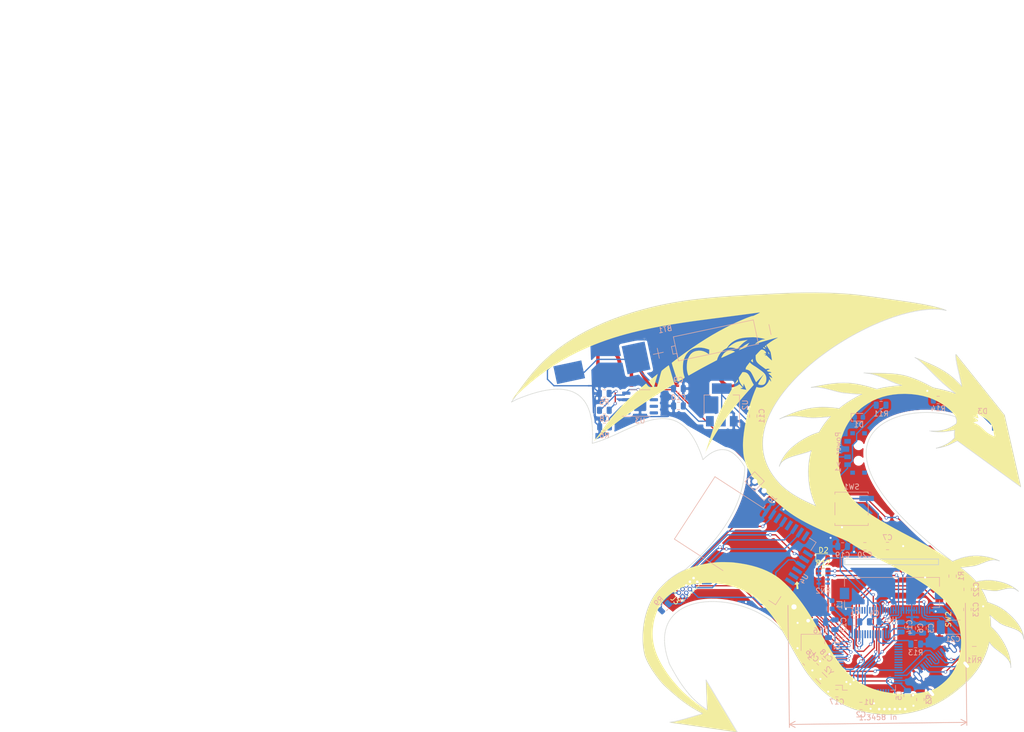
<source format=kicad_pcb>
(kicad_pcb (version 20171130) (host pcbnew 5.1.2)
  (layers (0 F.Cu signal) (31 B.Cu signal) (34 B.Paste user) (35 F.Paste user) (36 B.SilkS user) (37 F.SilkS user hide) (38 B.Mask user) (39 F.Mask user) (44 Edge.Cuts user))
  (net 0 "")
  (net 1 VDDA)
  (net 2 VSS)
  (net 3 VCC)
  (net 4 RST)
  (net 5 +5V)
  (net 6 "Net-(C8-Pad1)")
  (net 7 "Net-(C11-Pad1)")
  (net 8 "Net-(C14-Pad1)")
  (net 9 "Net-(C15-Pad1)")
  (net 10 "Net-(C16-Pad1)")
  (net 11 "Net-(C17-Pad1)")
  (net 12 "Net-(C18-Pad1)")
  (net 13 "Net-(D1-Pad2)")
  (net 14 "Net-(D2-Pad2)")
  (net 15 "Net-(D3-Pad2)")
  (net 16 PA2)
  (net 17 PA1)
  (net 18 PA0)
  (net 19 PC3)
  (net 20 PC2)
  (net 21 PC1)
  (net 22 PC0)
  (net 23 PC13)
  (net 24 PB10)
  (net 25 PB2)
  (net 26 PB1)
  (net 27 PB0)
  (net 28 PC5)
  (net 29 PC4)
  (net 30 PA7)
  (net 31 PA6)
  (net 32 PA5)
  (net 33 PA4)
  (net 34 PA3)
  (net 35 "Net-(J3-Pad3)")
  (net 36 "Net-(J3-Pad4)")
  (net 37 "Net-(J3-Pad5)")
  (net 38 "Net-(J3-Pad6)")
  (net 39 PA10)
  (net 40 "Net-(J3-Pad8)")
  (net 41 "Net-(J3-Pad9)")
  (net 42 "Net-(J3-Pad10)")
  (net 43 PC9)
  (net 44 PC8)
  (net 45 PC7)
  (net 46 PC6)
  (net 47 PB15)
  (net 48 PB14)
  (net 49 PB13)
  (net 50 PB12)
  (net 51 PA8)
  (net 52 PA9)
  (net 53 PA13)
  (net 54 Boot0)
  (net 55 PA14)
  (net 56 PB6)
  (net 57 PB7)
  (net 58 D-)
  (net 59 D+)
  (net 60 "Net-(J7-PadB5)")
  (net 61 "Net-(J7-PadA5)")
  (net 62 "Net-(J7-PadA8)")
  (net 63 PA15)
  (net 64 PC10)
  (net 65 PC11)
  (net 66 PC12)
  (net 67 PD2)
  (net 68 PB9)
  (net 69 PB8)
  (net 70 PB5)
  (net 71 PB4)
  (net 72 PB3)
  (net 73 "Net-(R6-Pad1)")
  (net 74 "Net-(U3-Pad6)")
  (net 75 "Net-(U3-Pad7)")
  (net 76 "Net-(U4-Pad17)")
  (net 77 "Net-(U4-Pad18)")
  (net 78 "Net-(U4-Pad19)")
  (net 79 "Net-(U4-Pad20)")
  (net 80 "Net-(U4-Pad21)")
  (net 81 "Net-(U4-Pad22)")
  (net 82 "Net-(U4-Pad23)")
  (net 83 "Net-(U4-Pad9)")
  (net 84 "Net-(U4-Pad12)")
  (net 85 "Net-(U4-Pad16)")
  (net 86 "Net-(U4-Pad3)")
  (net 87 "Net-(U4-Pad5)")
  (net 88 "Net-(U4-Pad8)")
  (net 89 "Net-(C21-Pad1)")
  (net 90 "Net-(C21-Pad2)")
  (net 91 "Net-(Power->1-Pad3)")
  (net 92 "Net-(R1-Pad1)")
  (net 93 "Net-(U6-Pad2)")
  (net 94 "Net-(U6-Pad3)")
  (net 95 "Net-(U6-Pad4)")
  (net 96 "Net-(U6-Pad5)")
  (net 97 "Net-(U6-Pad7)")
  (net 98 "Net-(U6-Pad13)")
  (net 99 "Net-(U6-Pad15)")
  (module LOGO (layer F.Cu) (at 0 0)
    (fp_text reference G*** hide)
    (fp_text value LOGO hide)
  )
  (module LOGO (layer F.Cu) (at 145.3 95.3)
    (fp_text reference G*** hide)
    (fp_text value LOGO hide)
  )
  (module LOGO (layer F.Cu) (at 0 0)
    (fp_text reference G*** hide)
    (fp_text value LOGO hide)
  )
  (module LOGO (layer F.Cu) (at 145.3 95.3)
    (fp_text reference G*** hide)
    (fp_text value LOGO hide)
    (fp_poly (pts (xy -2.732638 -31.696083) (xy -2.688167 -31.693877) (xy -2.46442 -31.675) (xy -2.210297 -31.644327) (xy -1.939624 -31.604537) (xy -1.666225 -31.558308) (xy -1.403928 -31.508317) (xy -1.166557 -31.457241) (xy -0.967937 -31.40776) (xy -0.821896 -31.362551) (xy -0.742257 -31.324291) (xy -0.733837 -31.315346) (xy -0.741692 -31.288011) (xy -0.798238 -31.295006) (xy -0.923123 -31.300588) (xy -1.101038 -31.273638) (xy -1.309495 -31.219905) (xy -1.526005 -31.14514) (xy -1.719381 -31.059507) (xy -2.195517 -30.776243) (xy -2.639416 -30.427186) (xy -3.037127 -30.025797) (xy -3.374703 -29.58554) (xy -3.552115 -29.290772) (xy -3.71948 -28.927554) (xy -3.815873 -28.583058) (xy -3.846007 -28.238058) (xy -3.841567 -28.110392) (xy -3.791719 -27.779071) (xy -3.68407 -27.497473) (xy -3.511383 -27.247408) (xy -3.487301 -27.220153) (xy -3.382152 -27.113831) (xy -3.26573 -27.011435) (xy -3.152356 -26.923226) (xy -3.056352 -26.859462) (xy -2.99204 -26.830406) (xy -2.973742 -26.846317) (xy -2.976121 -26.85393) (xy -3.020064 -27.014591) (xy -3.054258 -27.225987) (xy -3.07507 -27.454407) (xy -3.078867 -27.666142) (xy -3.073265 -27.755059) (xy -3.045615 -28.024936) (xy -3.226724 -27.954735) (xy -3.355005 -27.897478) (xy -3.458734 -27.8384) (xy -3.481917 -27.821039) (xy -3.540145 -27.784042) (xy -3.551723 -27.80852) (xy -3.518409 -27.886486) (xy -3.44196 -28.009951) (xy -3.439584 -28.013445) (xy -3.27185 -28.215264) (xy -3.075745 -28.382187) (xy -2.9845 -28.438946) (xy -2.913214 -28.502703) (xy -2.831872 -28.610227) (xy -2.800019 -28.662637) (xy -2.700205 -28.84047) (xy -2.811656 -28.812498) (xy -2.911446 -28.802263) (xy -3.060743 -28.803393) (xy -3.207804 -28.813899) (xy -3.4925 -28.843273) (xy -3.280834 -28.941425) (xy -3.06083 -29.015741) (xy -2.810142 -29.041684) (xy -2.794 -29.041885) (xy -2.636644 -29.047524) (xy -2.53102 -29.068392) (xy -2.44431 -29.115297) (xy -2.35954 -29.184969) (xy -2.200247 -29.325746) (xy -2.338374 -29.348219) (xy -2.455444 -29.372814) (xy -2.612908 -29.412749) (xy -2.7305 -29.445908) (xy -2.863875 -29.487589) (xy -2.925 -29.514956) (xy -2.923579 -29.534948) (xy -2.878667 -29.551842) (xy -2.72322 -29.577636) (xy -2.521787 -29.585686) (xy -2.310202 -29.576931) (xy -2.124297 -29.552312) (xy -2.038583 -29.529823) (xy -1.897791 -29.492921) (xy -1.771388 -29.499064) (xy -1.688732 -29.519735) (xy -1.512275 -29.570824) (xy -1.782721 -29.712885) (xy -2.053167 -29.854947) (xy -1.743198 -29.831014) (xy -1.542073 -29.806374) (xy -1.374867 -29.759349) (xy -1.196545 -29.676288) (xy -1.150532 -29.651372) (xy -0.987821 -29.565913) (xy -0.830748 -29.490322) (xy -0.712777 -29.440686) (xy -0.710912 -29.440021) (xy -0.553989 -29.384379) (xy -0.810006 -29.688773) (xy -0.927558 -29.831479) (xy -1.026955 -29.957531) (xy -1.093219 -30.0477) (xy -1.108715 -30.072322) (xy -1.112214 -30.11006) (xy -1.063915 -30.102777) (xy -0.97767 -30.058921) (xy -0.867328 -29.986939) (xy -0.746739 -29.895278) (xy -0.629755 -29.792385) (xy -0.597181 -29.760334) (xy -0.497134 -29.661826) (xy -0.444092 -29.620296) (xy -0.427777 -29.630375) (xy -0.435148 -29.675667) (xy -0.463305 -29.813754) (xy -0.483911 -29.956703) (xy -0.495296 -30.083874) (xy -0.49579 -30.174628) (xy -0.483724 -30.208325) (xy -0.477971 -30.204834) (xy -0.443748 -30.156259) (xy -0.373844 -30.047637) (xy -0.27613 -29.891525) (xy -0.158478 -29.700482) (xy -0.046996 -29.517235) (xy 0.343431 -28.87197) (xy 0.485484 -28.056735) (xy 0.528495 -27.805171) (xy 0.564806 -27.583623) (xy 0.592428 -27.405008) (xy 0.609374 -27.28224) (xy 0.613656 -27.228236) (xy 0.613184 -27.226945) (xy 0.579824 -27.250197) (xy 0.496094 -27.323705) (xy 0.371941 -27.438307) (xy 0.217312 -27.58484) (xy 0.065302 -27.731591) (xy -0.468228 -28.250794) (xy -0.620355 -28.178249) (xy -0.721588 -28.137643) (xy -0.78719 -28.125474) (xy -0.795464 -28.128686) (xy -0.787962 -28.150695) (xy -0.777038 -28.151667) (xy -0.701917 -28.185267) (xy -0.621297 -28.26482) (xy -0.56303 -28.358463) (xy -0.550334 -28.411037) (xy -0.559369 -28.464128) (xy -0.601449 -28.483278) (xy -0.699033 -28.476058) (xy -0.73025 -28.471672) (xy -0.910167 -28.445568) (xy -0.719667 -28.542034) (xy -0.579221 -28.632648) (xy -0.541049 -28.694481) (xy -0.130843 -28.694481) (xy -0.076575 -28.599149) (xy -0.027724 -28.54325) (xy 0.052514 -28.460453) (xy 0.10507 -28.41142) (xy 0.114137 -28.405667) (xy 0.123929 -28.44192) (xy 0.127 -28.508252) (xy 0.100354 -28.605304) (xy 0.034118 -28.719249) (xy 0.011616 -28.747963) (xy -0.103767 -28.885088) (xy -0.130245 -28.782961) (xy -0.130843 -28.694481) (xy -0.541049 -28.694481) (xy -0.520543 -28.727696) (xy -0.541527 -28.838521) (xy -0.639182 -28.975462) (xy -0.834389 -29.154384) (xy -1.052394 -29.2634) (xy -1.3125 -29.310916) (xy -1.418167 -29.314577) (xy -1.597842 -29.309061) (xy -1.729813 -29.2851) (xy -1.850443 -29.234317) (xy -1.908959 -29.201515) (xy -2.147728 -29.013053) (xy -2.330094 -28.762225) (xy -2.455322 -28.450459) (xy -2.522676 -28.079183) (xy -2.529087 -27.998689) (xy -2.523315 -27.610995) (xy -2.454895 -27.265849) (xy -2.368616 -27.051) (xy -2.271866 -26.891264) (xy -2.140838 -26.732866) (xy -1.964732 -26.565326) (xy -1.732749 -26.378163) (xy -1.497765 -26.205904) (xy -1.29781 -26.062164) (xy -1.103934 -25.920085) (xy -0.935757 -25.794223) (xy -0.812901 -25.699132) (xy -0.793582 -25.683525) (xy -0.678004 -25.593254) (xy -0.599623 -25.550103) (xy -0.53242 -25.544868) (xy -0.459182 -25.565251) (xy -0.327677 -25.594992) (xy -0.170013 -25.608813) (xy -0.018596 -25.606163) (xy 0.094168 -25.586492) (xy 0.119156 -25.575077) (xy 0.116609 -25.542577) (xy 0.054368 -25.495358) (xy -0.046278 -25.443408) (xy -0.16404 -25.396714) (xy -0.27763 -25.365265) (xy -0.344236 -25.357667) (xy -0.397663 -25.35339) (xy -0.403268 -25.330122) (xy -0.356341 -25.272211) (xy -0.301133 -25.214452) (xy -0.197264 -25.123055) (xy -0.089666 -25.075072) (xy 0.061821 -25.052649) (xy 0.063105 -25.052542) (xy 0.218245 -25.026432) (xy 0.357786 -24.981207) (xy 0.40885 -24.954564) (xy 0.529166 -24.87528) (xy 0.359833 -24.838904) (xy 0.218895 -24.818957) (xy 0.091142 -24.816922) (xy 0.074083 -24.818765) (xy -0.010134 -24.828172) (xy -0.042334 -24.827486) (xy -0.011004 -24.723116) (xy 0.069758 -24.598438) (xy 0.180114 -24.481824) (xy 0.223788 -24.446901) (xy 0.382095 -24.305511) (xy 0.524476 -24.132365) (xy 0.628123 -23.957314) (xy 0.658358 -23.878174) (xy 0.688376 -23.774515) (xy 0.552607 -23.888758) (xy 0.460855 -23.959899) (xy 0.395353 -23.999845) (xy 0.383933 -24.003) (xy 0.333809 -24.029243) (xy 0.253409 -24.093715) (xy 0.239014 -24.106812) (xy 0.165091 -24.171969) (xy 0.133905 -24.181252) (xy 0.127065 -24.137369) (xy 0.127 -24.1233) (xy 0.144802 -24.044646) (xy 0.191898 -23.916035) (xy 0.258824 -23.762785) (xy 0.272631 -23.733738) (xy 0.347184 -23.567327) (xy 0.408269 -23.409747) (xy 0.443808 -23.292438) (xy 0.44564 -23.283334) (xy 0.473019 -23.135167) (xy 0.39935 -23.241) (xy 0.272338 -23.407058) (xy 0.168527 -23.509689) (xy 0.092815 -23.545946) (xy 0.050099 -23.512882) (xy 0.042333 -23.455857) (xy 0.013509 -23.323282) (xy -0.065633 -23.149827) (xy -0.184096 -22.952997) (xy -0.330884 -22.7503) (xy -0.494999 -22.55924) (xy -0.566454 -22.486673) (xy -0.784561 -22.287967) (xy -0.975281 -22.148848) (xy -1.160055 -22.05973) (xy -1.360321 -22.01103) (xy -1.597519 -21.993163) (xy -1.672167 -21.992381) (xy -1.870339 -21.995784) (xy -2.01439 -22.010122) (xy -2.134712 -22.041198) (xy -2.261696 -22.094811) (xy -2.296136 -22.111478) (xy -2.501779 -22.229615) (xy -2.684114 -22.375021) (xy -2.851245 -22.558286) (xy -3.011277 -22.790001) (xy -3.172314 -23.080755) (xy -3.34246 -23.441136) (xy -3.381344 -23.529494) (xy -3.554349 -23.910233) (xy -3.711008 -24.217422) (xy -3.856846 -24.459301) (xy -3.997389 -24.644113) (xy -4.138161 -24.780097) (xy -4.283272 -24.874767) (xy -4.52814 -24.963338) (xy -4.790001 -24.993425) (xy -5.046278 -24.966605) (xy -5.27439 -24.884453) (xy -5.403332 -24.796535) (xy -5.541208 -24.658735) (xy -5.636554 -24.515847) (xy -5.696244 -24.348417) (xy -5.727156 -24.136994) (xy -5.736163 -23.862124) (xy -5.736167 -23.854834) (xy -5.735087 -23.648847) (xy -5.72799 -23.500832) (xy -5.709089 -23.384097) (xy -5.6726 -23.271949) (xy -5.612737 -23.137693) (xy -5.55488 -23.018419) (xy -5.323131 -22.627009) (xy -5.122438 -22.383419) (xy -4.871282 -22.119167) (xy -4.86089 -22.754167) (xy -4.668562 -22.352) (xy -4.578348 -22.161639) (xy -4.493132 -21.978823) (xy -4.42525 -21.830156) (xy -4.398621 -21.769917) (xy -4.321009 -21.59) (xy -4.435922 -21.59503) (xy -4.523622 -21.605448) (xy -4.67169 -21.629734) (xy -4.857708 -21.664009) (xy -5.0165 -21.695543) (xy -5.223667 -21.738376) (xy -5.351227 -21.769938) (xy -5.402216 -21.797365) (xy -5.37967 -21.827794) (xy -5.286622 -21.868362) (xy -5.126109 -21.926206) (xy -5.116112 -21.92977) (xy -4.961723 -21.984855) (xy -5.298712 -22.321843) (xy -5.635701 -22.658832) (xy -5.812934 -22.532158) (xy -6.204878 -22.297917) (xy -6.62743 -22.135711) (xy -7.087854 -22.043532) (xy -7.593414 -22.019375) (xy -7.662334 -22.02111) (xy -7.880834 -22.030119) (xy -8.039536 -22.04361) (xy -8.163303 -22.066625) (xy -8.277002 -22.104206) (xy -8.405498 -22.161395) (xy -8.442972 -22.179408) (xy -8.755318 -22.373224) (xy -9.053177 -22.640271) (xy -9.328579 -22.969367) (xy -9.573551 -23.349327) (xy -9.780122 -23.768967) (xy -9.940321 -24.217104) (xy -9.969102 -24.3205) (xy -10.091303 -24.914347) (xy -10.15048 -25.518815) (xy -10.148525 -26.017372) (xy -9.44706 -26.017372) (xy -9.421587 -25.443747) (xy -9.349089 -24.902518) (xy -9.232148 -24.404196) (xy -9.073348 -23.959293) (xy -8.875272 -23.57832) (xy -8.831072 -23.510576) (xy -8.609067 -23.23158) (xy -8.348728 -22.983922) (xy -8.069267 -22.783051) (xy -7.789894 -22.644417) (xy -7.727195 -22.62281) (xy -7.494075 -22.577311) (xy -7.220551 -22.565852) (xy -6.943252 -22.587344) (xy -6.698809 -22.640699) (xy -6.658505 -22.65457) (xy -6.382254 -22.781242) (xy -6.136943 -22.939741) (xy -5.980122 -23.079909) (xy -5.918156 -23.163207) (xy -5.908545 -23.246704) (xy -5.927205 -23.327543) (xy -5.965069 -23.559051) (xy -5.967093 -23.837406) (xy -5.936917 -24.134558) (xy -5.87818 -24.422454) (xy -5.794519 -24.673042) (xy -5.737887 -24.787051) (xy -5.660951 -24.896412) (xy -5.553266 -25.022576) (xy -5.431926 -25.148647) (xy -5.314023 -25.257729) (xy -5.216649 -25.332926) (xy -5.160644 -25.357667) (xy -5.141358 -25.397178) (xy -5.130128 -25.505315) (xy -5.126327 -25.666484) (xy -5.129323 -25.865091) (xy -5.138487 -26.085543) (xy -5.153189 -26.312246) (xy -5.172799 -26.529605) (xy -5.196688 -26.722026) (xy -5.221362 -26.86116) (xy -5.360716 -27.36833) (xy -5.543746 -27.822197) (xy -5.702859 -28.102963) (xy -4.840591 -28.102963) (xy -4.743698 -27.841565) (xy -4.606089 -27.410489) (xy -4.501962 -26.959188) (xy -4.435105 -26.511542) (xy -4.409305 -26.091429) (xy -4.419934 -25.800256) (xy -4.446959 -25.502012) (xy -4.19766 -25.45052) (xy -3.933062 -25.361862) (xy -3.693577 -25.206524) (xy -3.466896 -24.97618) (xy -3.43126 -24.932145) (xy -3.373456 -24.856051) (xy -3.317667 -24.774361) (xy -3.258719 -24.677209) (xy -3.191437 -24.554727) (xy -3.110646 -24.39705) (xy -3.01117 -24.194311) (xy -2.887834 -23.936642) (xy -2.735463 -23.614178) (xy -2.696069 -23.53045) (xy -2.533114 -23.210279) (xy -2.377253 -22.963175) (xy -2.219992 -22.778988) (xy -2.05284 -22.647564) (xy -1.890356 -22.567317) (xy -1.695053 -22.51396) (xy -1.47109 -22.485754) (xy -1.251335 -22.48435) (xy -1.06865 -22.511402) (xy -1.02934 -22.524027) (xy -0.834862 -22.640679) (xy -0.672377 -22.823457) (xy -0.547639 -23.057989) (xy -0.466401 -23.329904) (xy -0.434419 -23.624829) (xy -0.457447 -23.928392) (xy -0.460408 -23.94497) (xy -0.504363 -24.128373) (xy -0.564367 -24.311451) (xy -0.611474 -24.42122) (xy -0.719041 -24.584042) (xy -0.885314 -24.774316) (xy -1.095465 -24.977528) (xy -1.334668 -25.179161) (xy -1.545167 -25.33528) (xy -1.733477 -25.46752) (xy -1.94483 -25.617963) (xy -2.134159 -25.754524) (xy -2.137834 -25.757201) (xy -2.317749 -25.882285) (xy -2.532463 -26.022756) (xy -2.74266 -26.153074) (xy -2.794 -26.183475) (xy -3.145364 -26.419458) (xy -3.461964 -26.692198) (xy -3.735147 -26.990462) (xy -3.956258 -27.303015) (xy -4.116644 -27.618623) (xy -4.207649 -27.92605) (xy -4.22217 -28.037519) (xy -4.223542 -28.228837) (xy -4.205176 -28.474875) (xy -4.170693 -28.748974) (xy -4.123714 -29.024474) (xy -4.06786 -29.274714) (xy -4.041036 -29.371179) (xy -4.009584 -29.487418) (xy -3.995372 -29.564492) (xy -3.996812 -29.580257) (xy -4.026931 -29.556696) (xy -4.088973 -29.472482) (xy -4.17459 -29.341434) (xy -4.275433 -29.177375) (xy -4.383152 -28.994125) (xy -4.489398 -28.805506) (xy -4.585822 -28.625337) (xy -4.645603 -28.50628) (xy -4.840591 -28.102963) (xy -5.702859 -28.102963) (xy -5.766629 -28.215489) (xy -6.025539 -28.540935) (xy -6.182818 -28.68914) (xy -6.319126 -28.803836) (xy -6.567948 -28.530668) (xy -6.816771 -28.2575) (xy -6.646886 -28.563119) (xy -6.568686 -28.706237) (xy -6.509495 -28.819215) (xy -6.479069 -28.88326) (xy -6.477 -28.890342) (xy -6.513996 -28.928164) (xy -6.610122 -28.979745) (xy -6.743084 -29.035628) (xy -6.89059 -29.086361) (xy -7.018834 -29.120118) (xy -7.399278 -29.164748) (xy -7.751957 -29.130005) (xy -8.081327 -29.014629) (xy -8.391841 -28.817355) (xy -8.539858 -28.689091) (xy -8.817714 -28.369669) (xy -9.047499 -27.985095) (xy -9.227217 -27.541253) (xy -9.354871 -27.044024) (xy -9.428463 -26.49929) (xy -9.44706 -26.017372) (xy -10.148525 -26.017372) (xy -10.148114 -26.121888) (xy -10.08569 -26.711548) (xy -9.964692 -27.275779) (xy -9.786602 -27.802563) (xy -9.552905 -28.279883) (xy -9.46217 -28.427045) (xy -9.242236 -28.719397) (xy -8.980977 -28.994957) (xy -8.699751 -29.233905) (xy -8.637505 -29.274504) (xy -5.791978 -29.274504) (xy -5.467739 -28.933564) (xy -5.318512 -28.768511) (xy -5.177719 -28.598541) (xy -5.064977 -28.448027) (xy -5.0165 -28.372986) (xy -4.945567 -28.256386) (xy -4.890203 -28.176416) (xy -4.866083 -28.152507) (xy -4.84682 -28.190427) (xy -4.814122 -28.293072) (xy -4.773354 -28.442619) (xy -4.747577 -28.546099) (xy -4.657069 -28.86122) (xy -4.535423 -29.196888) (xy -4.391397 -29.534766) (xy -4.233752 -29.856513) (xy -4.071249 -30.143794) (xy -3.912647 -30.378269) (xy -3.818708 -30.490584) (xy -3.756344 -30.564438) (xy -3.735914 -30.604577) (xy -3.739785 -30.607) (xy -3.789776 -30.58992) (xy -3.895442 -30.544589) (xy -4.036362 -30.479869) (xy -4.075788 -30.461182) (xy -4.403404 -30.286061) (xy -4.762842 -30.057086) (xy -5.161946 -29.769067) (xy -5.395671 -29.587988) (xy -5.791978 -29.274504) (xy -8.637505 -29.274504) (xy -8.419914 -29.416422) (xy -8.365723 -29.444543) (xy -8.195259 -29.533773) (xy -8.076067 -29.614243) (xy -8.065885 -29.624427) (xy -7.895167 -29.624427) (xy -7.747 -29.656951) (xy -7.638213 -29.671223) (xy -7.473376 -29.681722) (xy -7.281077 -29.686884) (xy -7.196667 -29.687071) (xy -6.962852 -29.679619) (xy -6.771435 -29.655919) (xy -6.580668 -29.609131) (xy -6.434667 -29.562221) (xy -6.074834 -29.439776) (xy -5.624897 -29.908427) (xy -5.432871 -30.102122) (xy -5.225599 -30.300723) (xy -5.025715 -30.483152) (xy -4.85585 -30.628332) (xy -4.827793 -30.650789) (xy -4.650208 -30.785754) (xy -4.465538 -30.917836) (xy -4.302901 -31.02651) (xy -4.240563 -31.064712) (xy -4.120598 -31.137406) (xy -4.070109 -31.176426) (xy -4.083604 -31.187454) (xy -4.1275 -31.181683) (xy -4.215276 -31.16708) (xy -4.367351 -31.14325) (xy -4.564246 -31.113192) (xy -4.786482 -31.079904) (xy -4.847167 -31.07092) (xy -5.29593 -30.998973) (xy -5.669812 -30.926126) (xy -5.978589 -30.850018) (xy -6.232034 -30.768289) (xy -6.408626 -30.693897) (xy -6.598459 -30.593758) (xy -6.82041 -30.461842) (xy -7.055631 -30.31091) (xy -7.285274 -30.15372) (xy -7.490491 -30.003031) (xy -7.652432 -29.871601) (xy -7.725834 -29.802255) (xy -7.895167 -29.624427) (xy -8.065885 -29.624427) (xy -7.98106 -29.70926) (xy -7.883151 -29.842132) (xy -7.85508 -29.883946) (xy -7.658073 -30.141917) (xy -7.410305 -30.408752) (xy -7.138206 -30.658532) (xy -6.868206 -30.86534) (xy -6.825192 -30.893859) (xy -6.428223 -31.113939) (xy -5.972431 -31.303584) (xy -5.480618 -31.45485) (xy -4.975583 -31.559798) (xy -4.868334 -31.57543) (xy -4.591221 -31.607638) (xy -4.270745 -31.636704) (xy -3.927326 -31.66152) (xy -3.581386 -31.680975) (xy -3.253344 -31.69396) (xy -2.963621 -31.699366) (xy -2.732638 -31.696083)) (layer F.Cu) (width 0.01))
    (fp_poly (pts (xy -12.580789 -29.630429) (xy -12.071712 -29.515839) (xy -11.649526 -29.372167) (xy -11.424551 -29.282622) (xy -11.450542 -29.002895) (xy -11.467922 -28.828962) (xy -11.486365 -28.664452) (xy -11.498802 -28.56749) (xy -11.521071 -28.411814) (xy -11.736024 -28.574505) (xy -12.140242 -28.829409) (xy -12.573073 -29.006994) (xy -13.026101 -29.105548) (xy -13.490915 -29.123357) (xy -13.959101 -29.058708) (xy -14.029884 -29.041592) (xy -14.357653 -28.937358) (xy -14.629553 -28.800725) (xy -14.872729 -28.61593) (xy -15.029526 -28.461155) (xy -15.272437 -28.159433) (xy -15.464198 -27.824261) (xy -15.607967 -27.446225) (xy -15.706899 -27.015912) (xy -15.764148 -26.523909) (xy -15.778956 -26.2255) (xy -15.775717 -25.666483) (xy -15.728785 -25.169563) (xy -15.635436 -24.722743) (xy -15.492947 -24.314027) (xy -15.298595 -23.931418) (xy -15.234653 -23.827553) (xy -14.940188 -23.430803) (xy -14.614256 -23.112615) (xy -14.256977 -22.873043) (xy -13.868468 -22.71214) (xy -13.44885 -22.629962) (xy -12.998241 -22.626563) (xy -12.687026 -22.666939) (xy -12.443636 -22.718998) (xy -12.282871 -22.772546) (xy -12.213323 -22.817495) (xy -12.194272 -22.845276) (xy -12.179167 -22.88773) (xy -12.167685 -22.953582) (xy -12.159501 -23.051555) (xy -12.154291 -23.190371) (xy -12.15173 -23.378754) (xy -12.151495 -23.625427) (xy -12.153261 -23.939113) (xy -12.156704 -24.328535) (xy -12.156798 -24.338255) (xy -12.170834 -25.781047) (xy -11.84275 -25.781024) (xy -11.514667 -25.781) (xy -11.505549 -24.267584) (xy -11.503003 -23.825292) (xy -11.501293 -23.460055) (xy -11.500579 -23.164267) (xy -11.501017 -22.930318) (xy -11.502767 -22.750601) (xy -11.505985 -22.617507) (xy -11.510831 -22.52343) (xy -11.517463 -22.46076) (xy -11.526037 -22.421889) (xy -11.536713 -22.39921) (xy -11.544562 -22.389839) (xy -11.595906 -22.365742) (xy -11.712228 -22.323918) (xy -11.877103 -22.269923) (xy -12.074106 -22.209315) (xy -12.107397 -22.199409) (xy -12.329228 -22.135628) (xy -12.507376 -22.091266) (xy -12.668781 -22.062312) (xy -12.840387 -22.044758) (xy -13.049136 -22.034593) (xy -13.250334 -22.029318) (xy -13.562712 -22.026777) (xy -13.806341 -22.035094) (xy -13.99655 -22.055147) (xy -14.115353 -22.078913) (xy -14.524149 -22.221087) (xy -14.923056 -22.434831) (xy -15.293292 -22.707517) (xy -15.616075 -23.026518) (xy -15.725666 -23.161578) (xy -15.988131 -23.57259) (xy -16.2012 -24.039928) (xy -16.363606 -24.550259) (xy -16.474082 -25.090251) (xy -16.531358 -25.646573) (xy -16.534168 -26.205891) (xy -16.481243 -26.754874) (xy -16.371317 -27.28019) (xy -16.20312 -27.768506) (xy -16.170754 -27.842231) (xy -15.962801 -28.231387) (xy -15.707351 -28.596067) (xy -15.418411 -28.919955) (xy -15.10999 -29.186735) (xy -14.895314 -29.327754) (xy -14.505494 -29.50446) (xy -14.06644 -29.623255) (xy -13.590844 -29.683963) (xy -13.091396 -29.686413) (xy -12.580789 -29.630429)) (layer F.Cu) (width 0.01))
    (fp_poly (pts (xy -31.31981 -29.530281) (xy -30.982708 -29.50805) (xy -30.69469 -29.470971) (xy -30.444031 -29.416884) (xy -30.219008 -29.343628) (xy -30.007899 -29.249043) (xy -29.79898 -29.130967) (xy -29.72643 -29.08513) (xy -29.357551 -28.806154) (xy -29.048804 -28.482322) (xy -28.795993 -28.107015) (xy -28.594918 -27.673612) (xy -28.441382 -27.175493) (xy -28.399898 -26.993243) (xy -28.345248 -26.645048) (xy -28.313317 -26.247699) (xy -28.304178 -25.828958) (xy -28.317904 -25.41659) (xy -28.354566 -25.038358) (xy -28.394222 -24.807334) (xy -28.539774 -24.262206) (xy -28.732135 -23.780246) (xy -28.976771 -23.350731) (xy -29.27915 -22.962944) (xy -29.400374 -22.834345) (xy -29.592543 -22.649292) (xy -29.759633 -22.513234) (xy -29.926968 -22.407136) (xy -30.056667 -22.341041) (xy -30.425709 -22.196187) (xy -30.809299 -22.098878) (xy -31.17562 -22.056789) (xy -31.239774 -22.055667) (xy -31.381149 -22.057418) (xy -31.457724 -22.068961) (xy -31.489367 -22.099734) (xy -31.495944 -22.159173) (xy -31.496 -22.177375) (xy -31.487073 -22.314227) (xy -31.470434 -22.426915) (xy -31.451805 -22.495673) (xy -31.41657 -22.536907) (xy -31.344069 -22.561269) (xy -31.21364 -22.579415) (xy -31.164228 -22.5848) (xy -30.726847 -22.664889) (xy -30.344721 -22.807408) (xy -30.013297 -23.01562) (xy -29.728021 -23.292787) (xy -29.48434 -23.642171) (xy -29.361656 -23.876262) (xy -29.229298 -24.188669) (xy -29.132467 -24.500482) (xy -29.066156 -24.834679) (xy -29.025358 -25.214236) (xy -29.010456 -25.488208) (xy -29.012273 -26.113196) (xy -29.069044 -26.675297) (xy -29.181363 -27.176537) (xy -29.349827 -27.618941) (xy -29.575031 -28.004537) (xy -29.843047 -28.321047) (xy -30.176399 -28.6048) (xy -30.5364 -28.816702) (xy -30.932209 -28.960293) (xy -31.372991 -29.039113) (xy -31.75 -29.057897) (xy -32.030679 -29.056028) (xy -32.238248 -29.046897) (xy -32.384138 -29.027818) (xy -32.479784 -28.996102) (xy -32.536616 -28.949064) (xy -32.566067 -28.884017) (xy -32.570401 -28.865081) (xy -32.574563 -28.802647) (xy -32.578521 -28.662315) (xy -32.582224 -28.450853) (xy -32.585621 -28.175027) (xy -32.588658 -27.841608) (xy -32.591286 -27.457361) (xy -32.593451 -27.029056) (xy -32.595101 -26.56346) (xy -32.596186 -26.067342) (xy -32.596653 -25.547468) (xy -32.596667 -25.437042) (xy -32.596667 -22.140334) (xy -32.890502 -22.140334) (xy -33.04 -22.145223) (xy -33.153217 -22.158063) (xy -33.206398 -22.176116) (xy -33.206886 -22.176818) (xy -33.210309 -22.223702) (xy -33.213652 -22.349074) (xy -33.216872 -22.546754) (xy -33.219924 -22.810562) (xy -33.222766 -23.134321) (xy -33.225354 -23.511851) (xy -33.227645 -23.936972) (xy -33.229594 -24.403506) (xy -33.23116 -24.905272) (xy -33.232297 -25.436093) (xy -33.232863 -25.870402) (xy -33.236292 -29.5275) (xy -32.188154 -29.538842) (xy -31.717717 -29.539825) (xy -31.31981 -29.530281)) (layer F.Cu) (width 0.01))
    (fp_poly (pts (xy -25.814129 -29.541405) (xy -25.492117 -29.536777) (xy -25.242518 -29.531891) (xy -25.053083 -29.525537) (xy -24.911562 -29.516509) (xy -24.805709 -29.503599) (xy -24.723273 -29.485599) (xy -24.652007 -29.4613) (xy -24.57966 -29.429496) (xy -24.553334 -29.417088) (xy -24.261153 -29.232767) (xy -24.016586 -28.982777) (xy -23.823004 -28.673636) (xy -23.683782 -28.311863) (xy -23.602293 -27.903979) (xy -23.580919 -27.537834) (xy -23.612095 -27.090418) (xy -23.709183 -26.680571) (xy -23.877518 -26.293924) (xy -24.122436 -25.916107) (xy -24.236775 -25.771766) (xy -24.468332 -25.492797) (xy -23.975507 -24.631482) (xy -23.662668 -24.093581) (xy -23.379742 -23.626225) (xy -23.122323 -23.222561) (xy -22.886003 -22.875733) (xy -22.666376 -22.578888) (xy -22.608665 -22.50554) (xy -22.484813 -22.345231) (xy -22.412381 -22.237148) (xy -22.385608 -22.171074) (xy -22.398737 -22.13679) (xy -22.400267 -22.135771) (xy -22.499313 -22.106617) (xy -22.648903 -22.098408) (xy -22.817995 -22.10946) (xy -22.975546 -22.138092) (xy -23.071667 -22.17215) (xy -23.167686 -22.246942) (xy -23.295911 -22.386685) (xy -23.449915 -22.580989) (xy -23.623274 -22.819467) (xy -23.809564 -23.091727) (xy -24.00236 -23.38738) (xy -24.195237 -23.696038) (xy -24.381771 -24.00731) (xy -24.555536 -24.310807) (xy -24.710109 -24.59614) (xy -24.839064 -24.852919) (xy -24.935977 -25.070755) (xy -24.994423 -25.239258) (xy -25.007271 -25.302231) (xy -25.016735 -25.464056) (xy -24.992012 -25.595655) (xy -24.922857 -25.721668) (xy -24.799022 -25.866739) (xy -24.752618 -25.914675) (xy -24.527916 -26.187123) (xy -24.367173 -26.48761) (xy -24.266827 -26.826913) (xy -24.223319 -27.215807) (xy -24.224371 -27.513781) (xy -24.270647 -27.923706) (xy -24.372618 -28.272029) (xy -24.529752 -28.557732) (xy -24.741519 -28.7798) (xy -24.954044 -28.912962) (xy -25.091788 -28.961277) (xy -25.272027 -28.999142) (xy -25.474634 -29.02538) (xy -25.679481 -29.038813) (xy -25.86644 -29.038264) (xy -26.015384 -29.022555) (xy -26.106187 -28.990509) (xy -26.116511 -28.98097) (xy -26.127957 -28.956846) (xy -26.137563 -28.910578) (xy -26.145373 -28.836568) (xy -26.15143 -28.729216) (xy -26.155781 -28.582924) (xy -26.158468 -28.392092) (xy -26.159537 -28.151121) (xy -26.159032 -27.854412) (xy -26.156997 -27.496367) (xy -26.153477 -27.071387) (xy -26.148516 -26.573871) (xy -26.142158 -25.998222) (xy -26.140979 -25.895406) (xy -26.135126 -25.387055) (xy -26.129473 -24.895475) (xy -26.124111 -24.428494) (xy -26.119127 -23.993938) (xy -26.114613 -23.599635) (xy -26.110658 -23.253411) (xy -26.107351 -22.963095) (xy -26.104781 -22.736512) (xy -26.103038 -22.581491) (xy -26.102376 -22.521334) (xy -26.0985 -22.1615) (xy -26.810774 -22.1615) (xy -26.793304 -23.219834) (xy -26.788395 -23.575818) (xy -26.784526 -23.978315) (xy -26.781665 -24.417713) (xy -26.779782 -24.884403) (xy -26.778846 -25.368772) (xy -26.778825 -25.86121) (xy -26.779687 -26.352105) (xy -26.781402 -26.831848) (xy -26.783938 -27.290826) (xy -26.787265 -27.71943) (xy -26.79135 -28.108047) (xy -26.796163 -28.447067) (xy -26.801673 -28.72688) (xy -26.807848 -28.937873) (xy -26.812194 -29.033405) (xy -26.842091 -29.555309) (xy -25.814129 -29.541405)) (layer F.Cu) (width 0.01))
    (fp_poly (pts (xy -19.710983 -29.649946) (xy -19.669846 -29.532889) (xy -19.606667 -29.348555) (xy -19.523628 -29.103527) (xy -19.422914 -28.804388) (xy -19.306707 -28.457722) (xy -19.17719 -28.070111) (xy -19.036546 -27.648139) (xy -18.886958 -27.198388) (xy -18.730609 -26.727442) (xy -18.569683 -26.241883) (xy -18.406363 -25.748295) (xy -18.24283 -25.253261) (xy -18.081269 -24.763363) (xy -17.923863 -24.285185) (xy -17.772795 -23.82531) (xy -17.630247 -23.390321) (xy -17.498403 -22.986801) (xy -17.379445 -22.621332) (xy -17.275558 -22.300499) (xy -17.247811 -22.214417) (xy -17.244213 -22.178473) (xy -17.271798 -22.156418) (xy -17.345649 -22.144944) (xy -17.48085 -22.140743) (xy -17.585561 -22.140334) (xy -17.761393 -22.141633) (xy -17.872181 -22.149143) (xy -17.937542 -22.16828) (xy -17.977094 -22.204461) (xy -18.007189 -22.25675) (xy -18.032908 -22.323521) (xy -18.079274 -22.461485) (xy -18.143138 -22.660581) (xy -18.221353 -22.910748) (xy -18.310768 -23.201925) (xy -18.408236 -23.524051) (xy -18.500702 -23.833667) (xy -18.613688 -24.213197) (xy -18.73357 -24.613828) (xy -18.85793 -25.027636) (xy -18.984346 -25.446696) (xy -19.110398 -25.863083) (xy -19.233666 -26.268871) (xy -19.35173 -26.656135) (xy -19.462169 -27.016952) (xy -19.562564 -27.343394) (xy -19.650494 -27.627539) (xy -19.723539 -27.861459) (xy -19.779278 -28.037232) (xy -19.815292 -28.14693) (xy -19.828822 -28.182599) (xy -19.844739 -28.14826) (xy -19.880452 -28.039467) (xy -19.933904 -27.863568) (xy -20.003041 -27.627907) (xy -20.085807 -27.339831) (xy -20.180148 -27.006686) (xy -20.284008 -26.635818) (xy -20.395332 -26.234572) (xy -20.512066 -25.810294) (xy -20.632154 -25.37033) (xy -20.753541 -24.922027) (xy -20.874173 -24.472729) (xy -20.991993 -24.029784) (xy -21.015858 -23.9395) (xy -21.485314 -22.1615) (xy -21.791657 -22.149063) (xy -21.964088 -22.146819) (xy -22.062747 -22.158219) (xy -22.097627 -22.184555) (xy -22.098 -22.188737) (xy -22.085814 -22.234665) (xy -22.050683 -22.354501) (xy -21.99475 -22.541287) (xy -21.92016 -22.788065) (xy -21.829054 -23.087878) (xy -21.723576 -23.43377) (xy -21.605868 -23.818782) (xy -21.478075 -24.235958) (xy -21.342339 -24.678339) (xy -21.200804 -25.13897) (xy -21.055611 -25.610893) (xy -20.908905 -26.087149) (xy -20.762829 -26.560783) (xy -20.619525 -27.024836) (xy -20.481136 -27.472352) (xy -20.349807 -27.896373) (xy -20.227679 -28.289942) (xy -20.116896 -28.646102) (xy -20.019601 -28.957895) (xy -19.937937 -29.218364) (xy -19.874048 -29.420551) (xy -19.830075 -29.557501) (xy -19.808439 -29.621536) (xy -19.765851 -29.692352) (xy -19.727895 -29.693144) (xy -19.710983 -29.649946)) (layer F.Cu) (width 0.01))
  )
  (module LOGO (layer F.Cu) (at 145.3 95.3)
    (fp_text reference G*** hide)
    (fp_text value LOGO hide)
  )
  (module LOGO (layer F.Cu) (at 145.3 95.3)
    (fp_text reference G*** hide)
    (fp_text value LOGO hide)
  )
  (module Tests:Dongguan14500 (layer B.Cu) (at 134.54 64.46 12)
    (fp_text reference BT1 (at -8.5 -4.25 12) (layer B.SilkS) (effects (justify mirror)))
    (fp_text value Battery_Cell)
    (pad 1 smd rect (at -28.3 0 12) (size 5.5 3.5) (layers B.Cu B.Paste B.Mask) (net 1 VDDA))
    (pad 2 smd rect (at 28.3 0 12) (size 5.5 3.5) (layers B.Cu B.Paste B.Mask) (net 2 VSS))
    (pad 1 smd rect (at -15.125 -0.025 12) (size 4.5 5.5) (layers B.Cu B.Paste B.Mask) (net 1 VDDA))
    (pad 2 smd rect (at 15.175 -0.025 12) (size 4.5 5.5) (layers B.Cu B.Paste B.Mask) (net 2 VSS))
  )
  (module Capacitor_SMD:C_0805_2012Metric (layer B.Cu) (at 161.9025 118.46 180)
    (fp_text reference C1 (at 0 1.65) (layer B.SilkS) (effects (justify mirror)))
    (fp_text value 100nF)
    (pad 2 smd roundrect (at 0.9375 0 180) (size 0.975 1.4) (layers B.Cu B.Paste B.Mask) (net 2 VSS))
    (pad 1 smd roundrect (at -0.9375 0 180) (size 0.975 1.4) (layers B.Cu B.Paste B.Mask) (net 3 VCC))
  )
  (module Capacitor_SMD:C_0805_2012Metric (layer B.Cu) (at 163.0525 134.69)
    (fp_text reference C2 (at 0 1.65) (layer B.SilkS) (effects (justify mirror)))
    (fp_text value 100nF)
    (pad 1 smd roundrect (at -0.9375 0) (size 0.975 1.4) (layers B.Cu B.Paste B.Mask) (net 3 VCC))
    (pad 2 smd roundrect (at 0.9375 0) (size 0.975 1.4) (layers B.Cu B.Paste B.Mask) (net 2 VSS))
  )
  (module Capacitor_SMD:C_0805_2012Metric (layer B.Cu) (at 174.93 119.6875 90)
    (fp_text reference C3 (at 0 1.65 90) (layer B.SilkS) (effects (justify mirror)))
    (fp_text value 100nF)
    (pad 2 smd roundrect (at 0.9375 0 90) (size 0.975 1.4) (layers B.Cu B.Paste B.Mask) (net 2 VSS))
    (pad 1 smd roundrect (at -0.9375 0 90) (size 0.975 1.4) (layers B.Cu B.Paste B.Mask) (net 3 VCC))
  )
  (module Capacitor_SMD:C_0805_2012Metric (layer B.Cu) (at 165.642499 118.46 180)
    (fp_text reference C4 (at 0 1.65) (layer B.SilkS) (effects (justify mirror)))
    (fp_text value 100nF)
    (pad 1 smd roundrect (at -0.9375 0 180) (size 0.975 1.4) (layers B.Cu B.Paste B.Mask) (net 3 VCC))
    (pad 2 smd roundrect (at 0.9375 0 180) (size 0.975 1.4) (layers B.Cu B.Paste B.Mask) (net 2 VSS))
  )
  (module Capacitor_SMD:C_0805_2012Metric (layer B.Cu) (at 172.04 132.672499 270)
    (fp_text reference C5 (at 0 1.65 90) (layer B.SilkS) (effects (justify mirror)))
    (fp_text value 100nF)
    (pad 2 smd roundrect (at 0.9375 0 270) (size 0.975 1.4) (layers B.Cu B.Paste B.Mask) (net 2 VSS))
    (pad 1 smd roundrect (at -0.9375 0 270) (size 0.975 1.4) (layers B.Cu B.Paste B.Mask) (net 3 VCC))
  )
  (module Capacitor_SMD:C_0805_2012Metric (layer B.Cu) (at 172.88 119.6775 90)
    (fp_text reference C6 (at 0 1.65 90) (layer B.SilkS) (effects (justify mirror)))
    (fp_text value 4.7uF)
    (pad 1 smd roundrect (at -0.9375 0 90) (size 0.975 1.4) (layers B.Cu B.Paste B.Mask) (net 3 VCC))
    (pad 2 smd roundrect (at 0.9375 0 90) (size 0.975 1.4) (layers B.Cu B.Paste B.Mask) (net 2 VSS))
  )
  (module Capacitor_SMD:C_0805_2012Metric (layer B.Cu) (at 168.187501 103.85 180)
    (fp_text reference C7 (at 0 1.65) (layer B.SilkS) (effects (justify mirror)))
    (fp_text value 100nF)
    (pad 1 smd roundrect (at -0.9375 0 180) (size 0.975 1.4) (layers B.Cu B.Paste B.Mask) (net 2 VSS))
    (pad 2 smd roundrect (at 0.9375 0 180) (size 0.975 1.4) (layers B.Cu B.Paste B.Mask) (net 4 RST))
  )
  (module Capacitor_SMD:C_0805_2012Metric (layer B.Cu) (at 113.63 77.68 180)
    (fp_text reference C8 (at -0.02 -1.63) (layer B.SilkS) (effects (justify mirror)))
    (fp_text value 10uF)
    (pad 2 smd roundrect (at 0.9375 0 180) (size 0.975 1.4) (layers B.Cu B.Paste B.Mask) (net 5 +5V))
    (pad 1 smd roundrect (at -0.9375 0 180) (size 0.975 1.4) (layers B.Cu B.Paste B.Mask) (net 6 "Net-(C8-Pad1)"))
  )
  (module Capacitor_SMD:C_0805_2012Metric (layer B.Cu) (at 127.9 73.5 180)
    (fp_text reference C9 (at 0 1.65) (layer B.SilkS) (effects (justify mirror)))
    (fp_text value 10uF)
    (pad 2 smd roundrect (at 0.9375 0 180) (size 0.975 1.4) (layers B.Cu B.Paste B.Mask) (net 1 VDDA))
    (pad 1 smd roundrect (at -0.9375 0 180) (size 0.975 1.4) (layers B.Cu B.Paste B.Mask) (net 2 VSS))
  )
  (module Capacitor_SMD:C_0805_2012Metric (layer B.Cu) (at 127.91 76.84 180)
    (fp_text reference C10 (at 0 1.65) (layer B.SilkS) (effects (justify mirror)))
    (fp_text value 1uF)
    (pad 1 smd roundrect (at -0.9375 0 180) (size 0.975 1.4) (layers B.Cu B.Paste B.Mask) (net 1 VDDA))
    (pad 2 smd roundrect (at 0.9375 0 180) (size 0.975 1.4) (layers B.Cu B.Paste B.Mask) (net 2 VSS))
  )
  (module Capacitor_SMD:C_0805_2012Metric (layer B.Cu) (at 142.32 78.787501 90)
    (fp_text reference C11 (at 0 1.65 90) (layer B.SilkS) (effects (justify mirror)))
    (fp_text value 1uF)
    (pad 2 smd roundrect (at 0.9375 0 90) (size 0.975 1.4) (layers B.Cu B.Paste B.Mask) (net 2 VSS))
    (pad 1 smd roundrect (at -0.9375 0 90) (size 0.975 1.4) (layers B.Cu B.Paste B.Mask) (net 7 "Net-(C11-Pad1)"))
  )
  (module Capacitor_SMD:C_0805_2012Metric (layer B.Cu) (at 158.07 119.027501 90)
    (fp_text reference C12 (at 0 1.65 90) (layer B.SilkS) (effects (justify mirror)))
    (fp_text value 100nF)
    (pad 1 smd roundrect (at -0.9375 0 90) (size 0.975 1.4) (layers B.Cu B.Paste B.Mask) (net 1 VDDA))
    (pad 2 smd roundrect (at 0.9375 0 90) (size 0.975 1.4) (layers B.Cu B.Paste B.Mask) (net 2 VSS))
  )
  (module Capacitor_SMD:C_0805_2012Metric (layer B.Cu) (at 156.8 122.44 90)
    (fp_text reference C13 (at 0 1.65 90) (layer B.SilkS) (effects (justify mirror)))
    (fp_text value 1uF)
    (pad 2 smd roundrect (at 0.9375 0 90) (size 0.975 1.4) (layers B.Cu B.Paste B.Mask) (net 2 VSS))
    (pad 1 smd roundrect (at -0.9375 0 90) (size 0.975 1.4) (layers B.Cu B.Paste B.Mask) (net 1 VDDA))
  )
  (module Capacitor_SMD:C_0805_2012Metric (layer B.Cu) (at 170.78 119.4825 90)
    (fp_text reference C14 (at 0 1.65 90) (layer B.SilkS) (effects (justify mirror)))
    (fp_text value 4.7uF)
    (pad 1 smd roundrect (at -0.9375 0 90) (size 0.975 1.4) (layers B.Cu B.Paste B.Mask) (net 8 "Net-(C14-Pad1)"))
    (pad 2 smd roundrect (at 0.9375 0 90) (size 0.975 1.4) (layers B.Cu B.Paste B.Mask) (net 2 VSS))
  )
  (module Capacitor_SMD:C_0805_2012Metric (layer B.Cu) (at 152.53 126.14 135)
    (fp_text reference C15 (at 0 1.65 135) (layer B.SilkS) (effects (justify mirror)))
    (fp_text value 10pF)
    (pad 1 smd roundrect (at -0.9375 0 135) (size 0.975 1.4) (layers B.Cu B.Paste B.Mask) (net 9 "Net-(C15-Pad1)"))
    (pad 2 smd roundrect (at 0.9375 0 135) (size 0.975 1.4) (layers B.Cu B.Paste B.Mask) (net 2 VSS))
  )
  (module Capacitor_SMD:C_0805_2012Metric (layer B.Cu) (at 155.2925 118.53)
    (fp_text reference C16 (at 0 1.65) (layer B.SilkS) (effects (justify mirror)))
    (fp_text value 10pF)
    (pad 2 smd roundrect (at 0.9375 0) (size 0.975 1.4) (layers B.Cu B.Paste B.Mask) (net 2 VSS))
    (pad 1 smd roundrect (at -0.9375 0) (size 0.975 1.4) (layers B.Cu B.Paste B.Mask) (net 10 "Net-(C16-Pad1)"))
  )
  (module Capacitor_SMD:C_0805_2012Metric (layer B.Cu) (at 158.432499 132.23)
    (fp_text reference C17 (at 0 1.65) (layer B.SilkS) (effects (justify mirror)))
    (fp_text value 2.2pF)
    (pad 1 smd roundrect (at -0.9375 0) (size 0.975 1.4) (layers B.Cu B.Paste B.Mask) (net 11 "Net-(C17-Pad1)"))
    (pad 2 smd roundrect (at 0.9375 0) (size 0.975 1.4) (layers B.Cu B.Paste B.Mask) (net 2 VSS))
  )
  (module Capacitor_SMD:C_0805_2012Metric (layer B.Cu) (at 155.227087 126.147087 135)
    (fp_text reference C18 (at 0 1.65 135) (layer B.SilkS) (effects (justify mirror)))
    (fp_text value 2.2pF)
    (pad 2 smd roundrect (at 0.9375 0 135) (size 0.975 1.4) (layers B.Cu B.Paste B.Mask) (net 2 VSS))
    (pad 1 smd roundrect (at -0.9375 0 135) (size 0.975 1.4) (layers B.Cu B.Paste B.Mask) (net 12 "Net-(C18-Pad1)"))
  )
  (module LED_SMD:LED_0603_1608Metric (layer B.Cu) (at 162.6625 79.03)
    (fp_text reference D1 (at 0 1.43) (layer B.SilkS) (effects (justify mirror)))
    (fp_text value LED)
    (pad 2 smd roundrect (at 0.7875 0) (size 0.875 0.95) (layers B.Cu B.Paste B.Mask) (net 13 "Net-(D1-Pad2)"))
    (pad 1 smd roundrect (at -0.7875 0) (size 0.875 0.95) (layers B.Cu B.Paste B.Mask) (net 2 VSS))
  )
  (module LED_SMD:LED_0603_1608Metric (layer F.Cu) (at 155.8525 106.08)
    (fp_text reference D2 (at 0 -1.43) (layer F.SilkS))
    (fp_text value LED)
    (pad 1 smd roundrect (at -0.7875 0) (size 0.875 0.95) (layers F.Cu F.Paste F.Mask) (net 2 VSS))
    (pad 2 smd roundrect (at 0.7875 0) (size 0.875 0.95) (layers F.Cu F.Paste F.Mask) (net 14 "Net-(D2-Pad2)"))
  )
  (module Dragos:T776-ReverseMountLED (layer B.Cu) (at 186.51 80.31)
    (fp_text reference D3 (at 0 -2.45) (layer B.SilkS) (effects (justify mirror)))
    (fp_text value LED_ALT)
    (pad 1 smd rect (at 2.4 0) (size 1.2 2.6) (layers B.Cu B.Paste B.Mask) (net 2 VSS))
    (pad 2 smd rect (at -2.4 0) (size 1.2 2.6) (layers B.Cu B.Paste B.Mask) (net 15 "Net-(D3-Pad2)"))
  )
  (module Tests:USB_C_Receptical-Jing (layer B.Cu) (at 177.37 126.23 219)
    (fp_text reference J7 (at 5.575 -4.7 309) (layer B.SilkS) (effects (justify mirror)))
    (fp_text value USB_C_Receptacle)
    (pad S1 thru_hole oval (at -4.32 0 219) (size 1 2.1) (drill oval 0.6 1.7) (layers *.Cu *.Mask) (net 2 VSS))
    (pad S1 thru_hole oval (at 4.32 0 219) (size 1 2.1) (drill oval 0.6 1.7) (layers *.Cu *.Mask) (net 2 VSS))
    (pad S1 thru_hole oval (at -4.32 -4.15 219) (size 1 1.8) (drill oval 0.6 1.4) (layers *.Cu *.Mask) (net 2 VSS))
    (pad S1 thru_hole oval (at 4.32 -4.15 219) (size 1 1.8) (drill oval 0.6 1.4) (layers *.Cu *.Mask) (net 2 VSS))
    (pad A7 smd rect (at 0.25 0.7 219) (size 0.25 1.4) (layers B.Cu B.Paste B.Mask) (net 58 D-))
    (pad A6 smd rect (at -0.25 0.7 219) (size 0.25 1.4) (layers B.Cu B.Paste B.Mask) (net 59 D+))
    (pad B7 smd rect (at -0.75 0.7 219) (size 0.25 1.4) (layers B.Cu B.Paste B.Mask) (net 58 D-))
    (pad B6 smd rect (at 0.75 0.7 219) (size 0.25 1.4) (layers B.Cu B.Paste B.Mask) (net 59 D+))
    (pad B5 smd rect (at 1.25 0.7 219) (size 0.25 1.4) (layers B.Cu B.Paste B.Mask) (net 60 "Net-(J7-PadB5)"))
    (pad A5 smd rect (at -1.25 0.7 219) (size 0.25 1.4) (layers B.Cu B.Paste B.Mask) (net 61 "Net-(J7-PadA5)"))
    (pad B5 smd rect (at 1.75 0.7 219) (size 0.25 1.4) (layers B.Cu B.Paste B.Mask) (net 60 "Net-(J7-PadB5)"))
    (pad A8 smd rect (at -1.75 0.7 219) (size 0.25 1.4) (layers B.Cu B.Paste B.Mask) (net 62 "Net-(J7-PadA8)"))
    (pad A1 smd rect (at -3.325 0.7 219) (size 0.25 1.4) (layers B.Cu B.Paste B.Mask) (net 2 VSS))
    (pad B12 smd rect (at -3.075 0.7 219) (size 0.25 1.4) (layers B.Cu B.Paste B.Mask) (net 2 VSS))
    (pad A4 smd rect (at -2.525 0.7 219) (size 0.25 1.4) (layers B.Cu B.Paste B.Mask) (net 5 +5V))
    (pad B9 smd rect (at -2.275 0.7 219) (size 0.25 1.4) (layers B.Cu B.Paste B.Mask) (net 5 +5V))
    (pad B4 smd rect (at 2.275 0.7 219) (size 0.25 1.4) (layers B.Cu B.Paste B.Mask) (net 5 +5V))
    (pad A9 smd rect (at 2.525 0.7 219) (size 0.25 1.4) (layers B.Cu B.Paste B.Mask) (net 5 +5V))
    (pad B1 smd rect (at 3.075 0.7 219) (size 0.25 1.4) (layers B.Cu B.Paste B.Mask) (net 2 VSS))
    (pad A12 smd rect (at 3.325 0.7 219) (size 0.25 1.4) (layers B.Cu B.Paste B.Mask) (net 2 VSS))
    (pad "" np_thru_hole circle (at 2.89 -0.5 219) (size 0.65 0.65) (drill 0.65) (layers *.Cu *.Mask))
    (pad "" np_thru_hole circle (at -2.89 -0.5 219) (size 0.65 0.65) (drill 0.65) (layers *.Cu *.Mask))
  )
  (module Connector_PinHeader_2.54mm:PinHeader_1x02_P2.54mm_Vertical (layer B.Cu) (at 144.396051 93.206051 45)
    (fp_text reference J9 (at 0 2.33 45) (layer B.SilkS) (effects (justify mirror)))
    (fp_text value BreadboardPwr)
    (pad 1 thru_hole rect (at 0 0 45) (size 1.7 1.7) (drill 1) (layers *.Cu *.Mask) (net 3 VCC))
    (pad 2 thru_hole oval (at 0 -2.54 45) (size 1.7 1.7) (drill 1) (layers *.Cu *.Mask) (net 2 VSS))
  )
  (module Inductor_SMD:L_0603_1608Metric (layer B.Cu) (at 157.49 115.177501 90)
    (fp_text reference L1 (at 0 1.43 90) (layer B.SilkS) (effects (justify mirror)))
    (fp_text value L_Small)
    (pad 1 smd roundrect (at -0.7875 0 90) (size 0.875 0.95) (layers B.Cu B.Paste B.Mask) (net 1 VDDA))
    (pad 2 smd roundrect (at 0.7875 0 90) (size 0.875 0.95) (layers B.Cu B.Paste B.Mask) (net 3 VCC))
  )
  (module Resistor_SMD:R_0805_2012Metric (layer B.Cu) (at 174.51 133.43 90)
    (fp_text reference R3 (at 0 1.65 90) (layer B.SilkS) (effects (justify mirror)))
    (fp_text value 100k)
    (pad 1 smd roundrect (at -0.9375 0 90) (size 0.975 1.4) (layers B.Cu B.Paste B.Mask) (net 2 VSS))
    (pad 2 smd roundrect (at 0.9375 0 90) (size 0.975 1.4) (layers B.Cu B.Paste B.Mask) (net 54 Boot0))
  )
  (module Resistor_SMD:R_0805_2012Metric (layer B.Cu) (at 113.6175 74.44)
    (fp_text reference R5 (at 0 1.65) (layer B.SilkS) (effects (justify mirror)))
    (fp_text value 1.5)
    (pad 2 smd roundrect (at 0.9375 0) (size 0.975 1.4) (layers B.Cu B.Paste B.Mask) (net 6 "Net-(C8-Pad1)"))
    (pad 1 smd roundrect (at -0.9375 0) (size 0.975 1.4) (layers B.Cu B.Paste B.Mask) (net 2 VSS))
  )
  (module Resistor_SMD:R_0805_2012Metric (layer B.Cu) (at 113.67 80.87 180)
    (fp_text reference R6 (at 0.02 -1.65) (layer B.SilkS) (effects (justify mirror)))
    (fp_text value 1k)
    (pad 1 smd roundrect (at -0.9375 0 180) (size 0.975 1.4) (layers B.Cu B.Paste B.Mask) (net 73 "Net-(R6-Pad1)"))
    (pad 2 smd roundrect (at 0.9375 0 180) (size 0.975 1.4) (layers B.Cu B.Paste B.Mask) (net 2 VSS))
  )
  (module Resistor_SMD:R_0805_2012Metric (layer B.Cu) (at 125.282913 115.637087 225)
    (fp_text reference R9 (at 0 1.65 45) (layer B.SilkS) (effects (justify mirror)))
    (fp_text value 1k)
    (pad 2 smd roundrect (at 0.9375 0 225) (size 0.975 1.4) (layers B.Cu B.Paste B.Mask) (net 3 VCC))
    (pad 1 smd roundrect (at -0.9375 0 225) (size 0.975 1.4) (layers B.Cu B.Paste B.Mask) (net 35 "Net-(J3-Pad3)"))
  )
  (module Resistor_SMD:R_0805_2012Metric (layer B.Cu) (at 166.9525 76.69)
    (fp_text reference R11 (at 0 1.65) (layer B.SilkS) (effects (justify mirror)))
    (fp_text value 330Ohm)
    (pad 1 smd roundrect (at -0.9375 0) (size 0.975 1.4) (layers B.Cu B.Paste B.Mask) (net 13 "Net-(D1-Pad2)"))
    (pad 2 smd roundrect (at 0.9375 0) (size 0.975 1.4) (layers B.Cu B.Paste B.Mask) (net 3 VCC))
  )
  (module Resistor_SMD:R_0805_2012Metric (layer F.Cu) (at 155.7925 108.75)
    (fp_text reference R12 (at 0 -1.65) (layer F.SilkS))
    (fp_text value 330Ohm)
    (pad 2 smd roundrect (at 0.9375 0) (size 0.975 1.4) (layers F.Cu F.Paste F.Mask) (net 27 PB0))
    (pad 1 smd roundrect (at -0.9375 0) (size 0.975 1.4) (layers F.Cu F.Paste F.Mask) (net 14 "Net-(D2-Pad2)"))
  )
  (module Resistor_SMD:R_0805_2012Metric (layer B.Cu) (at 173.6125 122.74)
    (fp_text reference R13 (at 0 1.65) (layer B.SilkS) (effects (justify mirror)))
    (fp_text value 4k7)
    (pad 2 smd roundrect (at 0.9375 0) (size 0.975 1.4) (layers B.Cu B.Paste B.Mask) (net 2 VSS))
    (pad 1 smd roundrect (at -0.9375 0) (size 0.975 1.4) (layers B.Cu B.Paste B.Mask) (net 25 PB2))
  )
  (module Resistor_SMD:R_0805_2012Metric (layer B.Cu) (at 177.9525 75.69)
    (fp_text reference R14 (at 0 1.65) (layer B.SilkS) (effects (justify mirror)))
    (fp_text value 4k7)
    (pad 1 smd roundrect (at -0.9375 0) (size 0.975 1.4) (layers B.Cu B.Paste B.Mask) (net 55 PA14))
    (pad 2 smd roundrect (at 0.9375 0) (size 0.975 1.4) (layers B.Cu B.Paste B.Mask) (net 15 "Net-(D3-Pad2)"))
  )
  (module Resistor_SMD:R_Array_Concave_2x0603 (layer B.Cu) (at 184.9 124.12)
    (fp_text reference RN1 (at 0 1.75) (layer B.SilkS) (effects (justify mirror)))
    (fp_text value 10k)
    (pad 1 smd rect (at -0.85 0.4) (size 0.9 0.4) (layers B.Cu B.Paste B.Mask) (net 61 "Net-(J7-PadA5)"))
    (pad 2 smd rect (at -0.85 -0.4) (size 0.9 0.4) (layers B.Cu B.Paste B.Mask) (net 60 "Net-(J7-PadB5)"))
    (pad 3 smd rect (at 0.85 -0.4) (size 0.9 0.4) (layers B.Cu B.Paste B.Mask) (net 2 VSS))
    (pad 4 smd rect (at 0.85 0.4) (size 0.9 0.4) (layers B.Cu B.Paste B.Mask) (net 2 VSS))
  )
  (module Resistor_SMD:R_Array_Concave_4x0603 (layer B.Cu) (at 155.81 109.89)
    (fp_text reference RN2 (at 0 2.6) (layer B.SilkS) (effects (justify mirror)))
    (fp_text value 4k7)
    (pad 2 smd rect (at -0.85 0.4) (size 0.9 0.4) (layers B.Cu B.Paste B.Mask) (net 3 VCC))
    (pad 3 smd rect (at -0.85 -0.4) (size 0.9 0.4) (layers B.Cu B.Paste B.Mask) (net 3 VCC))
    (pad 1 smd rect (at -0.85 1.2) (size 0.9 0.4) (layers B.Cu B.Paste B.Mask) (net 3 VCC))
    (pad 4 smd rect (at -0.85 -1.2) (size 0.9 0.4) (layers B.Cu B.Paste B.Mask) (net 3 VCC))
    (pad 8 smd rect (at 0.85 1.2) (size 0.9 0.4) (layers B.Cu B.Paste B.Mask) (net 51 PA8))
    (pad 7 smd rect (at 0.85 0.4) (size 0.9 0.4) (layers B.Cu B.Paste B.Mask) (net 69 PB8))
    (pad 6 smd rect (at 0.85 -0.4) (size 0.9 0.4) (layers B.Cu B.Paste B.Mask) (net 56 PB6))
    (pad 5 smd rect (at 0.85 -1.2) (size 0.9 0.4) (layers B.Cu B.Paste B.Mask) (net 57 PB7))
  )
  (module Button_Switch_SMD:SW_Push_1P1T_NO_CK_KSC7xxJ (layer B.Cu) (at 161.26 96.67)
    (fp_text reference SW1 (at 0 -4.24) (layer B.SilkS) (effects (justify mirror)))
    (fp_text value SW_DIP_x01)
    (pad 1 smd rect (at -2.9 2) (size 2.8 1) (layers B.Cu B.Paste B.Mask) (net 2 VSS))
    (pad 1 smd rect (at 2.9 2) (size 2.8 1) (layers B.Cu B.Paste B.Mask) (net 2 VSS))
    (pad 2 smd rect (at -2.9 -2) (size 2.8 1) (layers B.Cu B.Paste B.Mask) (net 4 RST))
    (pad 2 smd rect (at 2.9 -2) (size 2.8 1) (layers B.Cu B.Paste B.Mask) (net 4 RST))
  )
  (module Dragos:1TS002E-2500-2500-CT-HYP-Button (layer F.Cu) (at 178.17 117.920001 90)
    (fp_text reference SW2 (at -0.05 1.75 90) (layer F.SilkS))
    (fp_text value SW_DIP_x01)
    (pad 1 smd rect (at -3.9 0 90) (size 1.5 1.5) (layers F.Cu F.Paste F.Mask) (net 2 VSS))
    (pad 2 smd rect (at 3.9 0 90) (size 1.5 1.5) (layers F.Cu F.Paste F.Mask) (net 32 PA5))
  )
  (module BreadBoardPwr:SK-3296S_switch (layer B.Cu) (at 162.61 85.91 90)
    (fp_text reference Power->1 (at 0.16 -3.93 90) (layer B.SilkS) (effects (justify mirror)))
    (fp_text value SW3)
    (pad 4 smd rect (at -3.8 1.15 90) (size 0.8 0.9) (layers B.Cu B.Paste B.Mask))
    (pad 4 smd rect (at 3.8 1.15 90) (size 0.8 0.9) (layers B.Cu B.Paste B.Mask))
    (pad 4 smd rect (at 3.81 -1.15 90) (size 0.8 0.9) (layers B.Cu B.Paste B.Mask))
    (pad 4 smd rect (at -3.8 -1.15 90) (size 0.8 0.9) (layers B.Cu B.Paste B.Mask))
    (pad 1 smd rect (at -2.25 -2.125 90) (size 0.9 1.25) (layers B.Cu B.Paste B.Mask) (net 3 VCC))
    (pad 2 smd rect (at -0.75 -2.125 90) (size 0.9 1.25) (layers B.Cu B.Paste B.Mask) (net 7 "Net-(C11-Pad1)"))
    (pad 3 smd rect (at 2.25 -2.125 90) (size 0.9 1.25) (layers B.Cu B.Paste B.Mask) (net 91 "Net-(Power->1-Pad3)"))
    (pad "" np_thru_hole circle (at 1.5 0 90) (size 0.9 0.9) (drill 0.9) (layers *.Cu *.Mask))
    (pad "" np_thru_hole circle (at -1.5 0 90) (size 0.9 0.9) (drill 0.9) (layers *.Cu *.Mask))
  )
  (module Dragos:1TS002E-2500-2500-CT-HYP-Button (layer F.Cu) (at 183.65 117.949999 90)
    (fp_text reference SW4 (at -0.05 1.75 270) (layer F.SilkS))
    (fp_text value SW_DIP_x01)
    (pad 2 smd rect (at 3.9 0 90) (size 1.5 1.5) (layers F.Cu F.Paste F.Mask) (net 31 PA6))
    (pad 1 smd rect (at -3.9 0 90) (size 1.5 1.5) (layers F.Cu F.Paste F.Mask) (net 2 VSS))
  )
  (module Package_QFP:LQFP-64_10x10mm_P0.5mm (layer B.Cu) (at 164.62 126.53)
    (fp_text reference U1 (at 0 7.4) (layer B.SilkS) (effects (justify mirror)))
    (fp_text value STM32F411RETx)
    (pad 1 smd roundrect (at -5.675 3.75) (size 1.55 0.3) (layers B.Cu B.Paste B.Mask) (net 3 VCC))
    (pad 2 smd roundrect (at -5.675 3.25) (size 1.55 0.3) (layers B.Cu B.Paste B.Mask) (net 23 PC13))
    (pad 3 smd roundrect (at -5.675 2.75) (size 1.55 0.3) (layers B.Cu B.Paste B.Mask) (net 11 "Net-(C17-Pad1)"))
    (pad 4 smd roundrect (at -5.675 2.25) (size 1.55 0.3) (layers B.Cu B.Paste B.Mask) (net 12 "Net-(C18-Pad1)"))
    (pad 5 smd roundrect (at -5.675 1.75) (size 1.55 0.3) (layers B.Cu B.Paste B.Mask) (net 9 "Net-(C15-Pad1)"))
    (pad 6 smd roundrect (at -5.675 1.25) (size 1.55 0.3) (layers B.Cu B.Paste B.Mask) (net 10 "Net-(C16-Pad1)"))
    (pad 7 smd roundrect (at -5.675 0.75) (size 1.55 0.3) (layers B.Cu B.Paste B.Mask) (net 4 RST))
    (pad 8 smd roundrect (at -5.675 0.25) (size 1.55 0.3) (layers B.Cu B.Paste B.Mask) (net 22 PC0))
    (pad 9 smd roundrect (at -5.675 -0.25) (size 1.55 0.3) (layers B.Cu B.Paste B.Mask) (net 21 PC1))
    (pad 10 smd roundrect (at -5.675 -0.75) (size 1.55 0.3) (layers B.Cu B.Paste B.Mask) (net 20 PC2))
    (pad 11 smd roundrect (at -5.675 -1.25) (size 1.55 0.3) (layers B.Cu B.Paste B.Mask) (net 19 PC3))
    (pad 12 smd roundrect (at -5.675 -1.75) (size 1.55 0.3) (layers B.Cu B.Paste B.Mask) (net 2 VSS))
    (pad 13 smd roundrect (at -5.675 -2.25) (size 1.55 0.3) (layers B.Cu B.Paste B.Mask) (net 1 VDDA))
    (pad 14 smd roundrect (at -5.675 -2.75) (size 1.55 0.3) (layers B.Cu B.Paste B.Mask) (net 18 PA0))
    (pad 15 smd roundrect (at -5.675 -3.25) (size 1.55 0.3) (layers B.Cu B.Paste B.Mask) (net 17 PA1))
    (pad 16 smd roundrect (at -5.675 -3.75) (size 1.55 0.3) (layers B.Cu B.Paste B.Mask) (net 16 PA2))
    (pad 17 smd roundrect (at -3.75 -5.675) (size 0.3 1.55) (layers B.Cu B.Paste B.Mask) (net 34 PA3))
    (pad 18 smd roundrect (at -3.25 -5.675) (size 0.3 1.55) (layers B.Cu B.Paste B.Mask) (net 2 VSS))
    (pad 19 smd roundrect (at -2.75 -5.675) (size 0.3 1.55) (layers B.Cu B.Paste B.Mask) (net 3 VCC))
    (pad 20 smd roundrect (at -2.25 -5.675) (size 0.3 1.55) (layers B.Cu B.Paste B.Mask) (net 33 PA4))
    (pad 21 smd roundrect (at -1.75 -5.675) (size 0.3 1.55) (layers B.Cu B.Paste B.Mask) (net 32 PA5))
    (pad 22 smd roundrect (at -1.25 -5.675) (size 0.3 1.55) (layers B.Cu B.Paste B.Mask) (net 31 PA6))
    (pad 23 smd roundrect (at -0.75 -5.675) (size 0.3 1.55) (layers B.Cu B.Paste B.Mask) (net 30 PA7))
    (pad 24 smd roundrect (at -0.25 -5.675) (size 0.3 1.55) (layers B.Cu B.Paste B.Mask) (net 29 PC4))
    (pad 25 smd roundrect (at 0.25 -5.675) (size 0.3 1.55) (layers B.Cu B.Paste B.Mask) (net 28 PC5))
    (pad 26 smd roundrect (at 0.75 -5.675) (size 0.3 1.55) (layers B.Cu B.Paste B.Mask) (net 27 PB0))
    (pad 27 smd roundrect (at 1.25 -5.675) (size 0.3 1.55) (layers B.Cu B.Paste B.Mask) (net 26 PB1))
    (pad 28 smd roundrect (at 1.75 -5.675) (size 0.3 1.55) (layers B.Cu B.Paste B.Mask) (net 25 PB2))
    (pad 29 smd roundrect (at 2.25 -5.675) (size 0.3 1.55) (layers B.Cu B.Paste B.Mask) (net 24 PB10))
    (pad 30 smd roundrect (at 2.75 -5.675) (size 0.3 1.55) (layers B.Cu B.Paste B.Mask) (net 8 "Net-(C14-Pad1)"))
    (pad 31 smd roundrect (at 3.25 -5.675) (size 0.3 1.55) (layers B.Cu B.Paste B.Mask) (net 2 VSS))
    (pad 32 smd roundrect (at 3.75 -5.675) (size 0.3 1.55) (layers B.Cu B.Paste B.Mask) (net 3 VCC))
    (pad 33 smd roundrect (at 5.675 -3.75) (size 1.55 0.3) (layers B.Cu B.Paste B.Mask) (net 50 PB12))
    (pad 34 smd roundrect (at 5.675 -3.25) (size 1.55 0.3) (layers B.Cu B.Paste B.Mask) (net 49 PB13))
    (pad 35 smd roundrect (at 5.675 -2.75) (size 1.55 0.3) (layers B.Cu B.Paste B.Mask) (net 48 PB14))
    (pad 36 smd roundrect (at 5.675 -2.25) (size 1.55 0.3) (layers B.Cu B.Paste B.Mask) (net 47 PB15))
    (pad 37 smd roundrect (at 5.675 -1.75) (size 1.55 0.3) (layers B.Cu B.Paste B.Mask) (net 46 PC6))
    (pad 38 smd roundrect (at 5.675 -1.25) (size 1.55 0.3) (layers B.Cu B.Paste B.Mask) (net 45 PC7))
    (pad 39 smd roundrect (at 5.675 -0.75) (size 1.55 0.3) (layers B.Cu B.Paste B.Mask) (net 44 PC8))
    (pad 40 smd roundrect (at 5.675 -0.25) (size 1.55 0.3) (layers B.Cu B.Paste B.Mask) (net 43 PC9))
    (pad 41 smd roundrect (at 5.675 0.25) (size 1.55 0.3) (layers B.Cu B.Paste B.Mask) (net 51 PA8))
    (pad 42 smd roundrect (at 5.675 0.75) (size 1.55 0.3) (layers B.Cu B.Paste B.Mask) (net 52 PA9))
    (pad 43 smd roundrect (at 5.675 1.25) (size 1.55 0.3) (layers B.Cu B.Paste B.Mask) (net 39 PA10))
    (pad 44 smd roundrect (at 5.675 1.75) (size 1.55 0.3) (layers B.Cu B.Paste B.Mask) (net 58 D-))
    (pad 45 smd roundrect (at 5.675 2.25) (size 1.55 0.3) (layers B.Cu B.Paste B.Mask) (net 59 D+))
    (pad 46 smd roundrect (at 5.675 2.75) (size 1.55 0.3) (layers B.Cu B.Paste B.Mask) (net 53 PA13))
    (pad 47 smd roundrect (at 5.675 3.25) (size 1.55 0.3) (layers B.Cu B.Paste B.Mask) (net 2 VSS))
    (pad 48 smd roundrect (at 5.675 3.75) (size 1.55 0.3) (layers B.Cu B.Paste B.Mask) (net 3 VCC))
    (pad 49 smd roundrect (at 3.75 5.675) (size 0.3 1.55) (layers B.Cu B.Paste B.Mask) (net 55 PA14))
    (pad 50 smd roundrect (at 3.25 5.675) (size 0.3 1.55) (layers B.Cu B.Paste B.Mask) (net 63 PA15))
    (pad 51 smd roundrect (at 2.75 5.675) (size 0.3 1.55) (layers B.Cu B.Paste B.Mask) (net 64 PC10))
    (pad 52 smd roundrect (at 2.25 5.675) (size 0.3 1.55) (layers B.Cu B.Paste B.Mask) (net 65 PC11))
    (pad 53 smd roundrect (at 1.75 5.675) (size 0.3 1.55) (layers B.Cu B.Paste B.Mask) (net 66 PC12))
    (pad 54 smd roundrect (at 1.25 5.675) (size 0.3 1.55) (layers B.Cu B.Paste B.Mask) (net 67 PD2))
    (pad 55 smd roundrect (at 0.75 5.675) (size 0.3 1.55) (layers B.Cu B.Paste B.Mask) (net 72 PB3))
    (pad 56 smd roundrect (at 0.25 5.675) (size 0.3 1.55) (layers B.Cu B.Paste B.Mask) (net 71 PB4))
    (pad 57 smd roundrect (at -0.25 5.675) (size 0.3 1.55) (layers B.Cu B.Paste B.Mask) (net 70 PB5))
    (pad 58 smd roundrect (at -0.75 5.675) (size 0.3 1.55) (layers B.Cu B.Paste B.Mask) (net 56 PB6))
    (pad 59 smd roundrect (at -1.25 5.675) (size 0.3 1.55) (layers B.Cu B.Paste B.Mask) (net 57 PB7))
    (pad 60 smd roundrect (at -1.75 5.675) (size 0.3 1.55) (layers B.Cu B.Paste B.Mask) (net 54 Boot0))
    (pad 61 smd roundrect (at -2.25 5.675) (size 0.3 1.55) (layers B.Cu B.Paste B.Mask) (net 69 PB8))
    (pad 62 smd roundrect (at -2.75 5.675) (size 0.3 1.55) (layers B.Cu B.Paste B.Mask) (net 68 PB9))
    (pad 63 smd roundrect (at -3.25 5.675) (size 0.3 1.55) (layers B.Cu B.Paste B.Mask) (net 2 VSS))
    (pad 64 smd roundrect (at -3.75 5.675) (size 0.3 1.55) (layers B.Cu B.Paste B.Mask) (net 3 VCC))
  )
  (module Package_TO_SOT_SMD:SOT-223-3_TabPin2 (layer B.Cu) (at 136.26 76.64 90)
    (fp_text reference U2 (at 0 4.5 90) (layer B.SilkS) (effects (justify mirror)))
    (fp_text value TLV1117-33)
    (pad 2 smd rect (at 3.15 0 90) (size 2 3.8) (layers B.Cu B.Paste B.Mask) (net 7 "Net-(C11-Pad1)"))
    (pad 2 smd rect (at -3.15 0 90) (size 2 1.5) (layers B.Cu B.Paste B.Mask) (net 7 "Net-(C11-Pad1)"))
    (pad 3 smd rect (at -3.15 -2.3 90) (size 2 1.5) (layers B.Cu B.Paste B.Mask) (net 1 VDDA))
    (pad 1 smd rect (at -3.15 2.3 90) (size 2 1.5) (layers B.Cu B.Paste B.Mask) (net 2 VSS))
  )
  (module Package_SO:HSOP-8-1EP_3.9x4.9mm_P1.27mm_EP2.41x3.1mm (layer B.Cu) (at 120.51 76.28)
    (fp_text reference U3 (at 0 3.4) (layer B.SilkS) (effects (justify mirror)))
    (fp_text value HX4056)
    (pad 9 smd roundrect (at 0 0) (size 2.41 3.1) (layers B.Cu B.Mask) (roundrect_rratio 0.103734) (net 2 VSS))
    (pad 1 smd roundrect (at -2.65 1.905) (size 1.6 0.6) (layers B.Cu B.Paste B.Mask))
    (pad 2 smd roundrect (at -2.65 0.635) (size 1.6 0.6) (layers B.Cu B.Paste B.Mask) (net 73 "Net-(R6-Pad1)"))
    (pad 3 smd roundrect (at -2.65 -0.635) (size 1.6 0.6) (layers B.Cu B.Paste B.Mask) (net 2 VSS))
    (pad 4 smd roundrect (at -2.65 -1.905) (size 1.6 0.6) (layers B.Cu B.Paste B.Mask) (net 5 +5V))
    (pad 5 smd roundrect (at 2.65 -1.905) (size 1.6 0.6) (layers B.Cu B.Paste B.Mask) (net 1 VDDA))
    (pad 6 smd roundrect (at 2.65 -0.635) (size 1.6 0.6) (layers B.Cu B.Paste B.Mask) (net 74 "Net-(U3-Pad6)"))
    (pad 7 smd roundrect (at 2.65 0.635) (size 1.6 0.6) (layers B.Cu B.Paste B.Mask) (net 75 "Net-(U3-Pad7)"))
    (pad 8 smd roundrect (at 2.65 1.905) (size 1.6 0.6) (layers B.Cu B.Paste B.Mask))
  )
  (module RF_Module:E18-MS1-PCB (layer B.Cu) (at 140.78 102.83 237)
    (fp_text reference U4 (at 0 -13.5 237) (layer B.SilkS) (effects (justify mirror)))
    (fp_text value EByte-CC2530)
    (pad 17 smd rect (at 7.05 -9.24 147) (size 0.7 2) (layers B.Cu B.Paste B.Mask) (net 76 "Net-(U4-Pad17)"))
    (pad 18 smd rect (at 7.05 -7.97 147) (size 0.7 2) (layers B.Cu B.Paste B.Mask) (net 77 "Net-(U4-Pad18)"))
    (pad 19 smd rect (at 7.05 -6.7 147) (size 0.7 2) (layers B.Cu B.Paste B.Mask) (net 78 "Net-(U4-Pad19)"))
    (pad 20 smd rect (at 7.05 -5.43 147) (size 0.7 2) (layers B.Cu B.Paste B.Mask) (net 79 "Net-(U4-Pad20)"))
    (pad 21 smd rect (at 7.05 -4.16 147) (size 0.7 2) (layers B.Cu B.Paste B.Mask) (net 80 "Net-(U4-Pad21)"))
    (pad 22 smd rect (at 7.05 -2.89 147) (size 0.7 2) (layers B.Cu B.Paste B.Mask) (net 81 "Net-(U4-Pad22)"))
    (pad 23 smd rect (at 7.05 -1.62 147) (size 0.7 2) (layers B.Cu B.Paste B.Mask) (net 82 "Net-(U4-Pad23)"))
    (pad 24 smd rect (at 7.05 -0.35 147) (size 0.7 2) (layers B.Cu B.Paste B.Mask) (net 39 PA10))
    (pad 9 smd rect (at -4.46 -11.5 57) (size 0.7 2) (layers B.Cu B.Paste B.Mask) (net 83 "Net-(U4-Pad9)"))
    (pad 10 smd rect (at -3.19 -11.5 57) (size 0.7 2) (layers B.Cu B.Paste B.Mask) (net 38 "Net-(J3-Pad6)"))
    (pad 11 smd rect (at -1.92 -11.5 57) (size 0.7 2) (layers B.Cu B.Paste B.Mask) (net 37 "Net-(J3-Pad5)"))
    (pad 12 smd rect (at -0.65 -11.5 57) (size 0.7 2) (layers B.Cu B.Paste B.Mask) (net 84 "Net-(U4-Pad12)"))
    (pad 13 smd rect (at 0.62 -11.5 57) (size 0.7 2) (layers B.Cu B.Paste B.Mask) (net 52 PA9))
    (pad 14 smd rect (at 1.89 -11.5 57) (size 0.7 2) (layers B.Cu B.Paste B.Mask) (net 26 PB1))
    (pad 15 smd rect (at 3.16 -11.5 57) (size 0.7 2) (layers B.Cu B.Paste B.Mask) (net 30 PA7))
    (pad 16 smd rect (at 4.43 -11.5 57) (size 0.7 2) (layers B.Cu B.Paste B.Mask) (net 85 "Net-(U4-Pad16)"))
    (pad 1 smd rect (at -7.05 -0.35 327) (size 0.7 2) (layers B.Cu B.Paste B.Mask) (net 2 VSS))
    (pad 2 smd rect (at -7.05 -1.62 327) (size 0.7 2) (layers B.Cu B.Paste B.Mask) (net 3 VCC))
    (pad 3 smd rect (at -7.05 -2.89 327) (size 0.7 2) (layers B.Cu B.Paste B.Mask) (net 86 "Net-(U4-Pad3)"))
    (pad 4 smd rect (at -7.05 -4.16 327) (size 0.7 2) (layers B.Cu B.Paste B.Mask) (net 36 "Net-(J3-Pad4)"))
    (pad 5 smd rect (at -7.05 -5.43 327) (size 0.7 2) (layers B.Cu B.Paste B.Mask) (net 87 "Net-(U4-Pad5)"))
    (pad 6 smd rect (at -7.05 -6.7 327) (size 0.7 2) (layers B.Cu B.Paste B.Mask) (net 42 "Net-(J3-Pad10)"))
    (pad 7 smd rect (at -7.05 -7.97 327) (size 0.7 2) (layers B.Cu B.Paste B.Mask) (net 40 "Net-(J3-Pad8)"))
    (pad 8 smd rect (at -7.05 -9.24 327) (size 0.7 2) (layers B.Cu B.Paste B.Mask) (net 88 "Net-(U4-Pad8)"))
  )
  (module "Dragos:K1-5202UA-03(5way-switch)" (layer F.Cu) (at 151.55 116.89 45)
    (fp_text reference U5 (at -0.15 -9.55 45) (layer F.SilkS))
    (fp_text value "K1-5202UA-03(5Way_Switch)")
    (pad 1 smd rect (at 3.3 -1.35 45) (size 1.4 1.1) (layers F.Cu F.Paste F.Mask) (net 18 PA0))
    (pad 2 smd rect (at 3.3 0 45) (size 1.4 1.1) (layers F.Cu F.Paste F.Mask) (net 17 PA1))
    (pad 3 smd rect (at 3.3 1.35 45) (size 1.4 1.1) (layers F.Cu F.Paste F.Mask) (net 16 PA2))
    (pad 4 smd rect (at -3.3 -1.35 45) (size 1.4 1.1) (layers F.Cu F.Paste F.Mask) (net 19 PC3))
    (pad 5 smd rect (at -3.3 0 45) (size 1.4 1.1) (layers F.Cu F.Paste F.Mask) (net 2 VSS))
    (pad 6 smd rect (at -3.3 1.35 45) (size 1.4 1.1) (layers F.Cu F.Paste F.Mask) (net 20 PC2))
    (pad 7 smd rect (at 0 -4.05 45) (size 2 1.8) (layers F.Cu F.Paste F.Mask))
    (pad 8 smd rect (at 0 4.05 45) (size 2 1.8) (layers F.Cu F.Paste F.Mask))
    (pad "" np_thru_hole circle (at -0.05 -1.9 45) (size 1 1) (drill 1) (layers *.Cu *.Mask))
    (pad "" np_thru_hole circle (at 0 1.9 45) (size 0.7 0.7) (drill 0.7) (layers *.Cu *.Mask))
  )
  (module Crystal:Crystal_SMD_SeikoEpson_TSX3225-4Pin_3.2x2.5mm (layer B.Cu) (at 153.54 122.44)
    (fp_text reference Y1 (at 0 2.45) (layer B.SilkS) (effects (justify mirror)))
    (fp_text value 12MHz)
    (pad 1 smd rect (at -1.1 -0.8) (size 1.4 1.15) (layers B.Cu B.Paste B.Mask) (net 9 "Net-(C15-Pad1)"))
    (pad 2 smd rect (at 1.1 -0.8) (size 1.4 1.15) (layers B.Cu B.Paste B.Mask) (net 2 VSS))
    (pad 3 smd rect (at 1.1 0.8) (size 1.4 1.15) (layers B.Cu B.Paste B.Mask) (net 10 "Net-(C16-Pad1)"))
    (pad 4 smd rect (at -1.1 0.8) (size 1.4 1.15) (layers B.Cu B.Paste B.Mask) (net 2 VSS))
  )
  (module Crystal:Crystal_SMD_3215-2Pin_3.2x1.5mm (layer B.Cu) (at 155.446117 129.296117 135)
    (fp_text reference Y2 (at 0 2 135) (layer B.SilkS) (effects (justify mirror)))
    (fp_text value 32.768kHz)
    (pad 1 smd rect (at 1.25 0 135) (size 1 1.8) (layers B.Cu B.Paste B.Mask) (net 11 "Net-(C17-Pad1)"))
    (pad 2 smd rect (at -1.25 0 135) (size 1 1.8) (layers B.Cu B.Paste B.Mask) (net 12 "Net-(C18-Pad1)"))
  )
  (module Capacitor_SMD:C_0805_2012Metric (layer B.Cu) (at 159.5425 103.93)
    (fp_text reference C19 (at 0 1.65) (layer B.SilkS) (effects (justify mirror)))
    (fp_text value 100nF)
    (pad 2 smd roundrect (at 0.9375 0) (size 0.975 1.4) (layers B.Cu B.Paste B.Mask) (net 3 VCC))
    (pad 1 smd roundrect (at -0.9375 0) (size 0.975 1.4) (layers B.Cu B.Paste B.Mask) (net 2 VSS))
  )
  (module Capacitor_SMD:C_0805_2012Metric (layer B.Cu) (at 163.8225 103.89)
    (fp_text reference C20 (at 0 1.65) (layer B.SilkS) (effects (justify mirror)))
    (fp_text value 4.7uF)
    (pad 1 smd roundrect (at -0.9375 0) (size 0.975 1.4) (layers B.Cu B.Paste B.Mask) (net 2 VSS))
    (pad 2 smd roundrect (at 0.9375 0) (size 0.975 1.4) (layers B.Cu B.Paste B.Mask) (net 3 VCC))
  )
  (module Capacitor_SMD:C_2010_5025Metric_Pad1.52x2.65mm_HandSolder (layer B.Cu) (at 180.8 119.5)
    (fp_text reference C21 (at 0 2.28) (layer B.SilkS) (effects (justify mirror)))
    (fp_text value 4.7uF)
    (pad 1 smd roundrect (at -2.3375 0) (size 1.525 2.65) (layers B.Cu B.Paste B.Mask) (roundrect_rratio 0.163934) (net 89 "Net-(C21-Pad1)"))
    (pad 2 smd roundrect (at 2.3375 0) (size 1.525 2.65) (layers B.Cu B.Paste B.Mask) (roundrect_rratio 0.163934) (net 90 "Net-(C21-Pad2)"))
  )
  (module Capacitor_SMD:C_0805_2012Metric (layer B.Cu) (at 183.62 112.217501 90)
    (fp_text reference C22 (at 0 1.65 90) (layer B.SilkS) (effects (justify mirror)))
    (fp_text value 100nF)
    (pad 2 smd roundrect (at 0.9375 0 90) (size 0.975 1.4) (layers B.Cu B.Paste B.Mask) (net 90 "Net-(C21-Pad2)"))
    (pad 1 smd roundrect (at -0.9375 0 90) (size 0.975 1.4) (layers B.Cu B.Paste B.Mask) (net 3 VCC))
  )
  (module Capacitor_SMD:C_0805_2012Metric (layer B.Cu) (at 183.57 116.087501 90)
    (fp_text reference C23 (at 0 1.65 90) (layer B.SilkS) (effects (justify mirror)))
    (fp_text value 10uF)
    (pad 1 smd roundrect (at -0.9375 0 90) (size 0.975 1.4) (layers B.Cu B.Paste B.Mask) (net 3 VCC))
    (pad 2 smd roundrect (at 0.9375 0 90) (size 0.975 1.4) (layers B.Cu B.Paste B.Mask) (net 90 "Net-(C21-Pad2)"))
  )
  (module Resistor_SMD:R_0805_2012Metric (layer B.Cu) (at 180.72 109.647501 90)
    (fp_text reference R1 (at 0 1.65 90) (layer B.SilkS) (effects (justify mirror)))
    (fp_text value 760k)
    (pad 1 smd roundrect (at -0.9375 0 90) (size 0.975 1.4) (layers B.Cu B.Paste B.Mask) (net 92 "Net-(R1-Pad1)"))
    (pad 2 smd roundrect (at 0.9375 0 90) (size 0.975 1.4) (layers B.Cu B.Paste B.Mask) (net 90 "Net-(C21-Pad2)"))
  )
  (module Connector_FFC-FPC:Hirose_FH12-30S-0.5SH_1x30-1MP_P0.50mm_Horizontal (layer B.Cu) (at 169.05 114.4)
    (fp_text reference U6 (at 0 3.7) (layer B.SilkS) (effects (justify mirror)))
    (fp_text value Formike-OLED)
    (pad MP smd rect (at 9.15 -1.4) (size 1.8 2.2) (layers B.Cu B.Paste B.Mask))
    (pad MP smd rect (at -9.15 -1.4) (size 1.8 2.2) (layers B.Cu B.Paste B.Mask))
    (pad 1 smd rect (at -7.25 1.85) (size 0.3 1.3) (layers B.Cu B.Paste B.Mask) (net 2 VSS))
    (pad 2 smd rect (at -6.75 1.85) (size 0.3 1.3) (layers B.Cu B.Paste B.Mask) (net 93 "Net-(U6-Pad2)"))
    (pad 3 smd rect (at -6.25 1.85) (size 0.3 1.3) (layers B.Cu B.Paste B.Mask) (net 94 "Net-(U6-Pad3)"))
    (pad 4 smd rect (at -5.75 1.85) (size 0.3 1.3) (layers B.Cu B.Paste B.Mask) (net 95 "Net-(U6-Pad4)"))
    (pad 5 smd rect (at -5.25 1.85) (size 0.3 1.3) (layers B.Cu B.Paste B.Mask) (net 96 "Net-(U6-Pad5)"))
    (pad 6 smd rect (at -4.75 1.85) (size 0.3 1.3) (layers B.Cu B.Paste B.Mask) (net 3 VCC))
    (pad 7 smd rect (at -4.25 1.85) (size 0.3 1.3) (layers B.Cu B.Paste B.Mask) (net 97 "Net-(U6-Pad7)"))
    (pad 8 smd rect (at -3.75 1.85) (size 0.3 1.3) (layers B.Cu B.Paste B.Mask) (net 2 VSS))
    (pad 9 smd rect (at -3.25 1.85) (size 0.3 1.3) (layers B.Cu B.Paste B.Mask) (net 3 VCC))
    (pad 10 smd rect (at -2.75 1.85) (size 0.3 1.3) (layers B.Cu B.Paste B.Mask) (net 2 VSS))
    (pad 11 smd rect (at -2.25 1.85) (size 0.3 1.3) (layers B.Cu B.Paste B.Mask) (net 3 VCC))
    (pad 12 smd rect (at -1.75 1.85) (size 0.3 1.3) (layers B.Cu B.Paste B.Mask) (net 2 VSS))
    (pad 13 smd rect (at -1.25 1.85) (size 0.3 1.3) (layers B.Cu B.Paste B.Mask) (net 98 "Net-(U6-Pad13)"))
    (pad 14 smd rect (at -0.75 1.85) (size 0.3 1.3) (layers B.Cu B.Paste B.Mask) (net 68 PB9))
    (pad 15 smd rect (at -0.25 1.85) (size 0.3 1.3) (layers B.Cu B.Paste B.Mask) (net 99 "Net-(U6-Pad15)"))
    (pad 16 smd rect (at 0.25 1.85) (size 0.3 1.3) (layers B.Cu B.Paste B.Mask) (net 2 VSS))
    (pad 17 smd rect (at 0.75 1.85) (size 0.3 1.3) (layers B.Cu B.Paste B.Mask) (net 2 VSS))
    (pad 18 smd rect (at 1.25 1.85) (size 0.3 1.3) (layers B.Cu B.Paste B.Mask) (net 56 PB6))
    (pad 19 smd rect (at 1.75 1.85) (size 0.3 1.3) (layers B.Cu B.Paste B.Mask) (net 57 PB7))
    (pad 20 smd rect (at 2.25 1.85) (size 0.3 1.3) (layers B.Cu B.Paste B.Mask) (net 57 PB7))
    (pad 21 smd rect (at 2.75 1.85) (size 0.3 1.3) (layers B.Cu B.Paste B.Mask) (net 2 VSS))
    (pad 22 smd rect (at 3.25 1.85) (size 0.3 1.3) (layers B.Cu B.Paste B.Mask) (net 2 VSS))
    (pad 23 smd rect (at 3.75 1.85) (size 0.3 1.3) (layers B.Cu B.Paste B.Mask) (net 2 VSS))
    (pad 24 smd rect (at 4.25 1.85) (size 0.3 1.3) (layers B.Cu B.Paste B.Mask) (net 2 VSS))
    (pad 25 smd rect (at 4.75 1.85) (size 0.3 1.3) (layers B.Cu B.Paste B.Mask) (net 2 VSS))
    (pad 26 smd rect (at 5.25 1.85) (size 0.3 1.3) (layers B.Cu B.Paste B.Mask) (net 92 "Net-(R1-Pad1)"))
    (pad 27 smd rect (at 5.75 1.85) (size 0.3 1.3) (layers B.Cu B.Paste B.Mask) (net 89 "Net-(C21-Pad1)"))
    (pad 28 smd rect (at 6.25 1.85) (size 0.3 1.3) (layers B.Cu B.Paste B.Mask) (net 3 VCC))
    (pad 29 smd rect (at 6.75 1.85) (size 0.3 1.3) (layers B.Cu B.Paste B.Mask) (net 90 "Net-(C21-Pad2)"))
    (pad 30 smd rect (at 7.25 1.85) (size 0.3 1.3) (layers B.Cu B.Paste B.Mask) (net 2 VSS))
  )
  (module Connector_PinHeader_1.00mm:PinHeader_2x05_P1.00mm_Vertical (layer F.Cu) (at 128.702893 113.57132 135)
    (fp_text reference J3 (at 0.5 -1.56 135) (layer F.SilkS))
    (fp_text value CC2530-ISP)
    (pad 1 thru_hole rect (at 0 0 135) (size 0.85 0.85) (drill 0.5) (layers *.Cu *.Mask) (net 2 VSS))
    (pad 2 thru_hole oval (at 1 0 135) (size 0.85 0.85) (drill 0.5) (layers *.Cu *.Mask) (net 3 VCC))
    (pad 3 thru_hole oval (at 0 1 135) (size 0.85 0.85) (drill 0.5) (layers *.Cu *.Mask) (net 35 "Net-(J3-Pad3)"))
    (pad 4 thru_hole oval (at 1 1 135) (size 0.85 0.85) (drill 0.5) (layers *.Cu *.Mask) (net 36 "Net-(J3-Pad4)"))
    (pad 5 thru_hole oval (at 0 2 135) (size 0.85 0.85) (drill 0.5) (layers *.Cu *.Mask) (net 37 "Net-(J3-Pad5)"))
    (pad 6 thru_hole oval (at 1 2 135) (size 0.85 0.85) (drill 0.5) (layers *.Cu *.Mask) (net 38 "Net-(J3-Pad6)"))
    (pad 7 thru_hole oval (at 0 3 135) (size 0.85 0.85) (drill 0.5) (layers *.Cu *.Mask) (net 39 PA10))
    (pad 8 thru_hole oval (at 1 3 135) (size 0.85 0.85) (drill 0.5) (layers *.Cu *.Mask) (net 40 "Net-(J3-Pad8)"))
    (pad 9 thru_hole oval (at 0 4 135) (size 0.85 0.85) (drill 0.5) (layers *.Cu *.Mask) (net 41 "Net-(J3-Pad9)"))
    (pad 10 thru_hole oval (at 1 4 135) (size 0.85 0.85) (drill 0.5) (layers *.Cu *.Mask) (net 42 "Net-(J3-Pad10)"))
  )
  (module Connector_PinHeader_1.00mm:PinHeader_1x06_P1.00mm_Vertical (layer F.Cu) (at 166.58 135.29 90)
    (fp_text reference J5 (at 0 -1.56 90) (layer F.SilkS))
    (fp_text value Prog)
    (pad 1 thru_hole rect (at 0 0 90) (size 0.85 0.85) (drill 0.5) (layers *.Cu *.Mask) (net 4 RST))
    (pad 2 thru_hole oval (at 0 1 90) (size 0.85 0.85) (drill 0.5) (layers *.Cu *.Mask) (net 54 Boot0))
    (pad 3 thru_hole oval (at 0 2 90) (size 0.85 0.85) (drill 0.5) (layers *.Cu *.Mask) (net 55 PA14))
    (pad 4 thru_hole oval (at 0 3 90) (size 0.85 0.85) (drill 0.5) (layers *.Cu *.Mask) (net 53 PA13))
    (pad 5 thru_hole oval (at 0 4 90) (size 0.85 0.85) (drill 0.5) (layers *.Cu *.Mask) (net 2 VSS))
    (pad 6 thru_hole oval (at 0 5 90) (size 0.85 0.85) (drill 0.5) (layers *.Cu *.Mask) (net 3 VCC))
  )
  (dimension 34.182459 (width 0.15) (layer B.SilkS) (gr_text "34.182 mm" (at 166.380985 139.343205 0.687248186) (layer B.SilkS) (effects (font (size 1 1) (thickness 0.15)))) (feature1 (pts (xy 149 115.29) (xy 149.282426 138.834678))) (feature2 (pts (xy 183.18 114.88) (xy 183.462426 138.424678))) (crossbar (pts (xy 183.455392 137.838299) (xy 149.275392 138.248299))) (arrow1a (pts (xy 149.275392 138.248299) (xy 150.394781 137.648409))) (arrow1b (pts (xy 149.275392 138.248299) (xy 150.408849 138.821166))) (arrow2a (pts (xy 183.455392 137.838299) (xy 182.321935 137.265432))) (arrow2b (pts (xy 183.455392 137.838299) (xy 182.336003 138.438189))))
  (gr_line (start 159.94 106.35) (end 159.94 107.46) (layer Edge.Cuts) (width 0.15))
  (gr_line (start 178.03 106.35) (end 159.94 106.35) (layer Edge.Cuts) (width 0.15))
  (gr_line (start 178.02 107.46) (end 178.03 106.35) (layer Edge.Cuts) (width 0.15))
  (gr_line (start 159.94 107.46) (end 178.02 107.46) (layer Edge.Cuts) (width 0.15))
  (gr_line (start 194.44127 121.803992) (end 194.41757 121.604751) (layer Edge.Cuts) (width 0.1))
  (gr_line (start 194.41757 121.604751) (end 194.37827 121.418516) (layer Edge.Cuts) (width 0.1))
  (gr_line (start 194.37827 121.418516) (end 194.32417 121.24464) (layer Edge.Cuts) (width 0.1))
  (gr_line (start 194.32417 121.24464) (end 194.25597 121.082481) (layer Edge.Cuts) (width 0.1))
  (gr_line (start 194.25597 121.082481) (end 194.17447 120.93139) (layer Edge.Cuts) (width 0.1))
  (gr_line (start 194.17447 120.93139) (end 194.08037 120.790722) (layer Edge.Cuts) (width 0.1))
  (gr_line (start 194.08037 120.790722) (end 193.85769 120.538064) (layer Edge.Cuts) (width 0.1))
  (gr_line (start 193.85769 120.538064) (end 193.59404 120.319346) (layer Edge.Cuts) (width 0.1))
  (gr_line (start 193.59404 120.319346) (end 193.29558 120.129396) (layer Edge.Cuts) (width 0.1))
  (gr_line (start 193.29558 120.129396) (end 192.96846 119.963045) (layer Edge.Cuts) (width 0.1))
  (gr_line (start 192.96846 119.963045) (end 192.6188 119.815124) (layer Edge.Cuts) (width 0.1))
  (gr_line (start 192.6188 119.815124) (end 191.87649 119.553905) (layer Edge.Cuts) (width 0.1))
  (gr_line (start 191.87649 119.553905) (end 191.11779 119.304385) (layer Edge.Cuts) (width 0.1))
  (gr_line (start 191.11779 119.304385) (end 190.74766 119.171093) (layer Edge.Cuts) (width 0.1))
  (gr_line (start 190.74766 119.171093) (end 190.39186 119.025221) (layer Edge.Cuts) (width 0.1))
  (gr_line (start 190.39186 119.025221) (end 190.05654 118.8616) (layer Edge.Cuts) (width 0.1))
  (gr_line (start 190.05654 118.8616) (end 189.747843 118.675062) (layer Edge.Cuts) (width 0.1))
  (gr_line (start 189.747843 118.675062) (end 188.869911 117.988528) (layer Edge.Cuts) (width 0.1))
  (gr_line (start 188.869911 117.988528) (end 187.917086 117.177169) (layer Edge.Cuts) (width 0.1))
  (gr_line (start 187.917086 117.177169) (end 187.985226 117.707674) (layer Edge.Cuts) (width 0.1))
  (gr_line (start 187.985226 117.707674) (end 188.037766 118.250659) (layer Edge.Cuts) (width 0.1))
  (gr_line (start 188.037766 118.250659) (end 188.071566 118.806127) (layer Edge.Cuts) (width 0.1))
  (gr_line (start 188.071566 118.806127) (end 188.083516 119.374077) (layer Edge.Cuts) (width 0.1))
  (gr_line (start 188.083516 119.374077) (end 188.501157 119.761034) (layer Edge.Cuts) (width 0.1))
  (gr_line (start 188.501157 119.761034) (end 188.903195 120.172954) (layer Edge.Cuts) (width 0.1))
  (gr_line (start 188.903195 120.172954) (end 189.286509 120.60984) (layer Edge.Cuts) (width 0.1))
  (gr_line (start 189.286509 120.60984) (end 189.64798 121.071688) (layer Edge.Cuts) (width 0.1))
  (gr_line (start 189.64798 121.071688) (end 190.120752 121.761019) (layer Edge.Cuts) (width 0.1))
  (gr_line (start 190.120752 121.761019) (end 190.5592 122.479604) (layer Edge.Cuts) (width 0.1))
  (gr_line (start 190.5592 122.479604) (end 190.95396 123.225494) (layer Edge.Cuts) (width 0.1))
  (gr_line (start 190.95396 123.225494) (end 191.13203 123.60807) (layer Edge.Cuts) (width 0.1))
  (gr_line (start 191.13203 123.60807) (end 191.29566 123.99674) (layer Edge.Cuts) (width 0.1))
  (gr_line (start 191.29566 123.99674) (end 191.4437 124.391261) (layer Edge.Cuts) (width 0.1))
  (gr_line (start 191.4437 124.391261) (end 191.57496 124.791388) (layer Edge.Cuts) (width 0.1))
  (gr_line (start 191.57496 124.791388) (end 191.68827 125.196881) (layer Edge.Cuts) (width 0.1))
  (gr_line (start 191.68827 125.196881) (end 191.78247 125.607493) (layer Edge.Cuts) (width 0.1))
  (gr_line (start 191.78247 125.607493) (end 191.85637 126.022981) (layer Edge.Cuts) (width 0.1))
  (gr_line (start 191.85637 126.022981) (end 191.90887 126.443101) (layer Edge.Cuts) (width 0.1))
  (gr_line (start 191.90887 126.443101) (end 191.93867 126.867609) (layer Edge.Cuts) (width 0.1))
  (gr_line (start 191.93867 126.867609) (end 191.94467 127.296263) (layer Edge.Cuts) (width 0.1))
  (gr_line (start 191.94467 127.296263) (end 191.93667 127.094332) (layer Edge.Cuts) (width 0.1))
  (gr_line (start 191.93667 127.094332) (end 191.91387 126.900197) (layer Edge.Cuts) (width 0.1))
  (gr_line (start 191.91387 126.900197) (end 191.82627 126.533728) (layer Edge.Cuts) (width 0.1))
  (gr_line (start 191.82627 126.533728) (end 191.68774 126.193687) (layer Edge.Cuts) (width 0.1))
  (gr_line (start 191.68774 126.193687) (end 191.50445 125.876906) (layer Edge.Cuts) (width 0.1))
  (gr_line (start 191.50445 125.876906) (end 191.28255 125.580212) (layer Edge.Cuts) (width 0.1))
  (gr_line (start 191.28255 125.580212) (end 191.02817 125.300438) (layer Edge.Cuts) (width 0.1))
  (gr_line (start 191.02817 125.300438) (end 190.74746 125.034414) (layer Edge.Cuts) (width 0.1))
  (gr_line (start 190.74746 125.034414) (end 190.44657 124.778972) (layer Edge.Cuts) (width 0.1))
  (gr_line (start 190.44657 124.778972) (end 189.808793 124.287152) (layer Edge.Cuts) (width 0.1))
  (gr_line (start 189.808793 124.287152) (end 189.163997 123.799621) (layer Edge.Cuts) (width 0.1))
  (gr_line (start 189.163997 123.799621) (end 188.854327 123.549542) (layer Edge.Cuts) (width 0.1))
  (gr_line (start 188.854327 123.549542) (end 188.56133 123.291027) (layer Edge.Cuts) (width 0.1))
  (gr_line (start 188.56133 123.291027) (end 188.291153 123.020907) (layer Edge.Cuts) (width 0.1))
  (gr_line (start 188.291153 123.020907) (end 188.049941 122.736014) (layer Edge.Cuts) (width 0.1))
  (gr_line (start 188.049941 122.736014) (end 187.929279 122.552938) (layer Edge.Cuts) (width 0.1))
  (gr_line (start 187.929279 122.552938) (end 187.783653 122.369863) (layer Edge.Cuts) (width 0.1))
  (gr_line (start 187.783653 122.369863) (end 187.646346 122.942494) (layer Edge.Cuts) (width 0.1))
  (gr_line (start 187.646346 122.942494) (end 187.484075 123.512006) (layer Edge.Cuts) (width 0.1))
  (gr_line (start 187.484075 123.512006) (end 187.296838 124.078395) (layer Edge.Cuts) (width 0.1))
  (gr_line (start 187.296838 124.078395) (end 187.084637 124.641665) (layer Edge.Cuts) (width 0.1))
  (gr_line (start 187.084637 124.641665) (end 186.84747 125.201814) (layer Edge.Cuts) (width 0.1))
  (gr_line (start 186.84747 125.201814) (end 186.58534 125.758843) (layer Edge.Cuts) (width 0.1))
  (gr_line (start 186.58534 125.758843) (end 186.298244 126.312751) (layer Edge.Cuts) (width 0.1))
  (gr_line (start 186.298244 126.312751) (end 185.986183 126.863539) (layer Edge.Cuts) (width 0.1))
  (gr_line (start 185.986183 126.863539) (end 185.513411 127.597011) (layer Edge.Cuts) (width 0.1))
  (gr_line (start 185.513411 127.597011) (end 184.993829 128.300058) (layer Edge.Cuts) (width 0.1))
  (gr_line (start 184.993829 128.300058) (end 184.427439 128.97346) (layer Edge.Cuts) (width 0.1))
  (gr_line (start 184.427439 128.97346) (end 183.814239 129.617996) (layer Edge.Cuts) (width 0.1))
  (gr_line (start 183.814239 129.617996) (end 183.154231 130.234446) (layer Edge.Cuts) (width 0.1))
  (gr_line (start 183.154231 130.234446) (end 182.514231 130.806885) (layer Edge.Cuts) (width 0.1))
  (gr_line (start 182.514231 130.806885) (end 181.777309 131.369506) (layer Edge.Cuts) (width 0.1))
  (gr_line (start 181.777309 131.369506) (end 181.196756 131.83409) (layer Edge.Cuts) (width 0.1))
  (gr_line (start 181.196756 131.83409) (end 180.794949 132.139618) (layer Edge.Cuts) (width 0.1))
  (gr_line (start 180.794949 132.139618) (end 180.26611 132.484332) (layer Edge.Cuts) (width 0.1))
  (gr_line (start 180.26611 132.484332) (end 179.607662 132.977847) (layer Edge.Cuts) (width 0.1))
  (gr_line (start 179.607662 132.977847) (end 178.918007 133.453741) (layer Edge.Cuts) (width 0.1))
  (gr_line (start 178.918007 133.453741) (end 178.197148 133.895306) (layer Edge.Cuts) (width 0.1))
  (gr_line (start 178.197148 133.895306) (end 177.44508 134.302546) (layer Edge.Cuts) (width 0.1))
  (gr_line (start 177.44508 134.302546) (end 176.661806 134.675458) (layer Edge.Cuts) (width 0.1))
  (gr_line (start 176.661806 134.675458) (end 175.847328 135.014044) (layer Edge.Cuts) (width 0.1))
  (gr_line (start 175.847328 135.014044) (end 175.001643 135.318303) (layer Edge.Cuts) (width 0.1))
  (gr_line (start 175.001643 135.318303) (end 173.962546 135.628676) (layer Edge.Cuts) (width 0.1))
  (gr_line (start 173.962546 135.628676) (end 172.917599 135.885214) (layer Edge.Cuts) (width 0.1))
  (gr_line (start 172.917599 135.885214) (end 171.867189 136.087143) (layer Edge.Cuts) (width 0.1))
  (gr_line (start 171.867189 136.087143) (end 170.811708 136.233682) (layer Edge.Cuts) (width 0.1))
  (gr_line (start 170.811708 136.233682) (end 169.751546 136.324052) (layer Edge.Cuts) (width 0.1))
  (gr_line (start 169.751546 136.324052) (end 168.687094 136.357462) (layer Edge.Cuts) (width 0.1))
  (gr_line (start 168.687094 136.357462) (end 167.61874 136.333142) (layer Edge.Cuts) (width 0.1))
  (gr_line (start 167.61874 136.333142) (end 166.546877 136.250322) (layer Edge.Cuts) (width 0.1))
  (gr_line (start 166.546877 136.250322) (end 165.624867 136.13785) (layer Edge.Cuts) (width 0.1))
  (gr_line (start 165.624867 136.13785) (end 164.731723 135.999632) (layer Edge.Cuts) (width 0.1))
  (gr_line (start 164.731723 135.999632) (end 163.868225 135.83489) (layer Edge.Cuts) (width 0.1))
  (gr_line (start 163.868225 135.83489) (end 163.035152 135.642843) (layer Edge.Cuts) (width 0.1))
  (gr_line (start 163.035152 135.642843) (end 162.233286 135.42271) (layer Edge.Cuts) (width 0.1))
  (gr_line (start 162.233286 135.42271) (end 161.463406 135.173711) (layer Edge.Cuts) (width 0.1))
  (gr_line (start 161.463406 135.173711) (end 160.726292 134.895067) (layer Edge.Cuts) (width 0.1))
  (gr_line (start 160.726292 134.895067) (end 160.022724 134.585997) (layer Edge.Cuts) (width 0.1))
  (gr_line (start 160.022724 134.585997) (end 159.347307 134.252092) (layer Edge.Cuts) (width 0.1))
  (gr_line (start 159.347307 134.252092) (end 158.694905 133.899463) (layer Edge.Cuts) (width 0.1))
  (gr_line (start 158.694905 133.899463) (end 158.066688 133.52811) (layer Edge.Cuts) (width 0.1))
  (gr_line (start 158.066688 133.52811) (end 157.463825 133.138035) (layer Edge.Cuts) (width 0.1))
  (gr_line (start 157.463825 133.138035) (end 156.887488 132.729235) (layer Edge.Cuts) (width 0.1))
  (gr_line (start 156.887488 132.729235) (end 156.338846 132.301711) (layer Edge.Cuts) (width 0.1))
  (gr_line (start 156.338846 132.301711) (end 155.819069 131.855465) (layer Edge.Cuts) (width 0.1))
  (gr_line (start 155.819069 131.855465) (end 155.329328 131.390494) (layer Edge.Cuts) (width 0.1))
  (gr_line (start 155.329328 131.390494) (end 154.424873 130.44859) (layer Edge.Cuts) (width 0.1))
  (gr_line (start 154.424873 130.44859) (end 153.610914 129.522289) (layer Edge.Cuts) (width 0.1))
  (gr_line (start 153.610914 129.522289) (end 152.890573 128.614712) (layer Edge.Cuts) (width 0.1))
  (gr_line (start 152.890573 128.614712) (end 152.566485 128.168921) (layer Edge.Cuts) (width 0.1))
  (gr_line (start 152.566485 128.168921) (end 152.266972 127.72898) (layer Edge.Cuts) (width 0.1))
  (gr_line (start 152.266972 127.72898) (end 151.637128 126.717384) (layer Edge.Cuts) (width 0.1))
  (gr_line (start 151.637128 126.717384) (end 150.898065 125.477981) (layer Edge.Cuts) (width 0.1))
  (gr_line (start 150.898065 125.477981) (end 150.0529 124.007654) (layer Edge.Cuts) (width 0.1))
  (gr_line (start 150.0529 124.007654) (end 149.104755 122.303282) (layer Edge.Cuts) (width 0.1))
  (gr_line (start 149.104755 122.303282) (end 148.466233 121.138897) (layer Edge.Cuts) (width 0.1))
  (gr_line (start 148.466233 121.138897) (end 147.824968 120.038371) (layer Edge.Cuts) (width 0.1))
  (gr_line (start 147.824968 120.038371) (end 147.642466 119.962531) (layer Edge.Cuts) (width 0.1))
  (gr_line (start 147.642466 119.962531) (end 147.291496 119.591425) (layer Edge.Cuts) (width 0.1))
  (gr_line (start 147.291496 119.591425) (end 146.923765 119.232271) (layer Edge.Cuts) (width 0.1))
  (gr_line (start 146.923765 119.232271) (end 146.540106 118.885209) (layer Edge.Cuts) (width 0.1))
  (gr_line (start 146.540106 118.885209) (end 146.141348 118.550379) (layer Edge.Cuts) (width 0.1))
  (gr_line (start 146.141348 118.550379) (end 145.728325 118.227924) (layer Edge.Cuts) (width 0.1))
  (gr_line (start 145.728325 118.227924) (end 145.30187 117.917983) (layer Edge.Cuts) (width 0.1))
  (gr_line (start 145.30187 117.917983) (end 144.862811 117.620697) (layer Edge.Cuts) (width 0.1))
  (gr_line (start 144.862811 117.620697) (end 144.411982 117.336207) (layer Edge.Cuts) (width 0.1))
  (gr_line (start 144.411982 117.336207) (end 143.950213 117.064654) (layer Edge.Cuts) (width 0.1))
  (gr_line (start 143.950213 117.064654) (end 143.478338 116.806178) (layer Edge.Cuts) (width 0.1))
  (gr_line (start 143.478338 116.806178) (end 142.997188 116.560919) (layer Edge.Cuts) (width 0.1))
  (gr_line (start 142.997188 116.560919) (end 142.507595 116.32902) (layer Edge.Cuts) (width 0.1))
  (gr_line (start 142.507595 116.32902) (end 141.506402 115.90586) (layer Edge.Cuts) (width 0.1))
  (gr_line (start 141.506402 115.90586) (end 140.481415 115.537824) (layer Edge.Cuts) (width 0.1))
  (gr_line (start 140.481415 115.537824) (end 139.439286 115.226037) (layer Edge.Cuts) (width 0.1))
  (gr_line (start 139.439286 115.226037) (end 138.386671 114.971624) (layer Edge.Cuts) (width 0.1))
  (gr_line (start 138.386671 114.971624) (end 137.330223 114.775712) (layer Edge.Cuts) (width 0.1))
  (gr_line (start 137.330223 114.775712) (end 136.276591 114.639427) (layer Edge.Cuts) (width 0.1))
  (gr_line (start 136.276591 114.639427) (end 135.232435 114.563897) (layer Edge.Cuts) (width 0.1))
  (gr_line (start 135.232435 114.563897) (end 134.204404 114.550237) (layer Edge.Cuts) (width 0.1))
  (gr_line (start 134.204404 114.550237) (end 133.698516 114.566957) (layer Edge.Cuts) (width 0.1))
  (gr_line (start 133.698516 114.566957) (end 133.199153 114.599577) (layer Edge.Cuts) (width 0.1))
  (gr_line (start 133.199153 114.599577) (end 132.70715 114.648227) (layer Edge.Cuts) (width 0.1))
  (gr_line (start 132.70715 114.648227) (end 132.223337 114.713057) (layer Edge.Cuts) (width 0.1))
  (gr_line (start 132.223337 114.713057) (end 131.748546 114.794187) (layer Edge.Cuts) (width 0.1))
  (gr_line (start 131.748546 114.794187) (end 131.283608 114.891777) (layer Edge.Cuts) (width 0.1))
  (gr_line (start 131.283608 114.891777) (end 130.829354 115.005972) (layer Edge.Cuts) (width 0.1))
  (gr_line (start 130.829354 115.005972) (end 130.386618 115.136895) (layer Edge.Cuts) (width 0.1))
  (gr_line (start 130.386618 115.136895) (end 129.956229 115.284697) (layer Edge.Cuts) (width 0.1))
  (gr_line (start 129.956229 115.284697) (end 129.539023 115.449514) (layer Edge.Cuts) (width 0.1))
  (gr_line (start 129.539023 115.449514) (end 129.135827 115.63149) (layer Edge.Cuts) (width 0.1))
  (gr_line (start 129.135827 115.63149) (end 128.747475 115.830765) (layer Edge.Cuts) (width 0.1))
  (gr_line (start 128.747475 115.830765) (end 128.374799 116.047478) (layer Edge.Cuts) (width 0.1))
  (gr_line (start 128.374799 116.047478) (end 128.01863 116.281773) (layer Edge.Cuts) (width 0.1))
  (gr_line (start 128.01863 116.281773) (end 127.679797 116.533789) (layer Edge.Cuts) (width 0.1))
  (gr_line (start 127.679797 116.533789) (end 127.359137 116.803665) (layer Edge.Cuts) (width 0.1))
  (gr_line (start 127.359137 116.803665) (end 127.057479 117.091544) (layer Edge.Cuts) (width 0.1))
  (gr_line (start 127.057479 117.091544) (end 126.775653 117.397566) (layer Edge.Cuts) (width 0.1))
  (gr_line (start 126.775653 117.397566) (end 126.514494 117.721872) (layer Edge.Cuts) (width 0.1))
  (gr_line (start 126.514494 117.721872) (end 126.274831 118.064602) (layer Edge.Cuts) (width 0.1))
  (gr_line (start 126.274831 118.064602) (end 126.057498 118.425898) (layer Edge.Cuts) (width 0.1))
  (gr_line (start 126.057498 118.425898) (end 125.863325 118.805898) (layer Edge.Cuts) (width 0.1))
  (gr_line (start 125.863325 118.805898) (end 125.693145 119.204747) (layer Edge.Cuts) (width 0.1))
  (gr_line (start 125.693145 119.204747) (end 125.547788 119.622582) (layer Edge.Cuts) (width 0.1))
  (gr_line (start 125.547788 119.622582) (end 125.428082 120.059546) (layer Edge.Cuts) (width 0.1))
  (gr_line (start 125.428082 120.059546) (end 125.334872 120.515777) (layer Edge.Cuts) (width 0.1))
  (gr_line (start 125.334872 120.515777) (end 125.268972 120.991419) (layer Edge.Cuts) (width 0.1))
  (gr_line (start 125.268972 120.991419) (end 125.231232 121.48661) (layer Edge.Cuts) (width 0.1))
  (gr_line (start 125.231232 121.48661) (end 125.222432 122.001492) (layer Edge.Cuts) (width 0.1))
  (gr_line (start 125.222432 122.001492) (end 125.243492 122.536207) (layer Edge.Cuts) (width 0.1))
  (gr_line (start 125.243492 122.536207) (end 125.295182 123.090892) (layer Edge.Cuts) (width 0.1))
  (gr_line (start 125.295182 123.090892) (end 125.378362 123.665691) (layer Edge.Cuts) (width 0.1))
  (gr_line (start 125.378362 123.665691) (end 125.493853 124.260744) (layer Edge.Cuts) (width 0.1))
  (gr_line (start 125.493853 124.260744) (end 125.642477 124.876192) (layer Edge.Cuts) (width 0.1))
  (gr_line (start 125.642477 124.876192) (end 125.825073 125.512175) (layer Edge.Cuts) (width 0.1))
  (gr_line (start 125.825073 125.512175) (end 126.042476 126.168833) (layer Edge.Cuts) (width 0.1))
  (gr_line (start 126.042476 126.168833) (end 126.076346 126.322047) (layer Edge.Cuts) (width 0.1))
  (gr_line (start 126.076346 126.322047) (end 126.143676 126.506778) (layer Edge.Cuts) (width 0.1))
  (gr_line (start 126.143676 126.506778) (end 126.277668 126.78501) (layer Edge.Cuts) (width 0.1))
  (gr_line (start 126.277668 126.78501) (end 126.836643 127.799997) (layer Edge.Cuts) (width 0.1))
  (gr_line (start 126.836643 127.799997) (end 127.473561 128.903732) (layer Edge.Cuts) (width 0.1))
  (gr_line (start 127.473561 128.903732) (end 127.824196 129.477876) (layer Edge.Cuts) (width 0.1))
  (gr_line (start 127.824196 129.477876) (end 128.197855 130.061006) (layer Edge.Cuts) (width 0.1))
  (gr_line (start 128.197855 130.061006) (end 128.595716 130.648717) (layer Edge.Cuts) (width 0.1))
  (gr_line (start 128.595716 130.648717) (end 129.018957 131.236611) (layer Edge.Cuts) (width 0.1))
  (gr_line (start 129.018957 131.236611) (end 129.468759 131.820284) (layer Edge.Cuts) (width 0.1))
  (gr_line (start 129.468759 131.820284) (end 129.9463 132.395335) (layer Edge.Cuts) (width 0.1))
  (gr_line (start 129.9463 132.395335) (end 130.452759 132.957365) (layer Edge.Cuts) (width 0.1))
  (gr_line (start 130.452759 132.957365) (end 130.989314 133.501972) (layer Edge.Cuts) (width 0.1))
  (gr_line (start 130.989314 133.501972) (end 131.557145 134.024754) (layer Edge.Cuts) (width 0.1))
  (gr_line (start 131.557145 134.024754) (end 132.157433 134.521311) (layer Edge.Cuts) (width 0.1))
  (gr_line (start 132.157433 134.521311) (end 132.791354 134.98724) (layer Edge.Cuts) (width 0.1))
  (gr_line (start 132.791354 134.98724) (end 133.460087 135.418142) (layer Edge.Cuts) (width 0.1))
  (gr_line (start 133.460087 135.418142) (end 133.227082 129.659577) (layer Edge.Cuts) (width 0.1))
  (gr_line (start 133.227082 129.659577) (end 139.218651 139.678812) (layer Edge.Cuts) (width 0.1))
  (gr_line (start 139.218651 139.678812) (end 126.270207 137.814768) (layer Edge.Cuts) (width 0.1))
  (gr_line (start 126.270207 137.814768) (end 126.565372 137.781088) (layer Edge.Cuts) (width 0.1))
  (gr_line (start 126.565372 137.781088) (end 126.919878 137.720108) (layer Edge.Cuts) (width 0.1))
  (gr_line (start 126.919878 137.720108) (end 127.766537 137.531831) (layer Edge.Cuts) (width 0.1))
  (gr_line (start 127.766537 137.531831) (end 128.729441 137.281142) (layer Edge.Cuts) (width 0.1))
  (gr_line (start 128.729441 137.281142) (end 129.727839 136.999246) (layer Edge.Cuts) (width 0.1))
  (gr_line (start 129.727839 136.999246) (end 131.508147 136.466661) (layer Edge.Cuts) (width 0.1))
  (gr_line (start 131.508147 136.466661) (end 132.461493 136.183729) (layer Edge.Cuts) (width 0.1))
  (gr_line (start 132.461493 136.183729) (end 132.517813 136.161049) (layer Edge.Cuts) (width 0.1))
  (gr_line (start 132.517813 136.161049) (end 132.525113 136.128669) (layer Edge.Cuts) (width 0.1))
  (gr_line (start 132.525113 136.128669) (end 132.484363 136.083909) (layer Edge.Cuts) (width 0.1))
  (gr_line (start 132.484363 136.083909) (end 132.396463 136.024079) (layer Edge.Cuts) (width 0.1))
  (gr_line (start 132.396463 136.024079) (end 131.591867 135.580433) (layer Edge.Cuts) (width 0.1))
  (gr_line (start 131.591867 135.580433) (end 130.930754 135.198483) (layer Edge.Cuts) (width 0.1))
  (gr_line (start 130.930754 135.198483) (end 130.106977 134.681178) (layer Edge.Cuts) (width 0.1))
  (gr_line (start 130.106977 134.681178) (end 129.127953 134.007061) (layer Edge.Cuts) (width 0.1))
  (gr_line (start 129.127953 134.007061) (end 128.582536 133.604495) (layer Edge.Cuts) (width 0.1))
  (gr_line (start 128.582536 133.604495) (end 128.001087 133.15468) (layer Edge.Cuts) (width 0.1))
  (gr_line (start 128.001087 133.15468) (end 126.54896 131.906437) (layer Edge.Cuts) (width 0.1))
  (gr_line (start 126.54896 131.906437) (end 125.543604 131.010822) (layer Edge.Cuts) (width 0.1))
  (gr_line (start 125.543604 131.010822) (end 125.141761 130.634399) (layer Edge.Cuts) (width 0.1))
  (gr_line (start 125.141761 130.634399) (end 124.872156 130.358615) (layer Edge.Cuts) (width 0.1))
  (gr_line (start 124.872156 130.358615) (end 124.35615 129.751006) (layer Edge.Cuts) (width 0.1))
  (gr_line (start 124.35615 129.751006) (end 123.821032 129.067723) (layer Edge.Cuts) (width 0.1))
  (gr_line (start 123.821032 129.067723) (end 123.288252 128.33295) (layer Edge.Cuts) (width 0.1))
  (gr_line (start 123.288252 128.33295) (end 122.779268 127.570871) (layer Edge.Cuts) (width 0.1))
  (gr_line (start 122.779268 127.570871) (end 122.315531 126.805672) (layer Edge.Cuts) (width 0.1))
  (gr_line (start 122.315531 126.805672) (end 121.918496 126.061537) (layer Edge.Cuts) (width 0.1))
  (gr_line (start 121.918496 126.061537) (end 121.751697 125.704927) (layer Edge.Cuts) (width 0.1))
  (gr_line (start 121.751697 125.704927) (end 121.609621 125.36265) (layer Edge.Cuts) (width 0.1))
  (gr_line (start 121.609621 125.36265) (end 121.494947 125.037733) (layer Edge.Cuts) (width 0.1))
  (gr_line (start 121.494947 125.037733) (end 121.410357 124.733198) (layer Edge.Cuts) (width 0.1))
  (gr_line (start 121.410357 124.733198) (end 121.285669 124.138592) (layer Edge.Cuts) (width 0.1))
  (gr_line (start 121.285669 124.138592) (end 121.186719 123.527603) (layer Edge.Cuts) (width 0.1))
  (gr_line (start 121.186719 123.527603) (end 121.114289 122.899451) (layer Edge.Cuts) (width 0.1))
  (gr_line (start 121.114289 122.899451) (end 121.069179 122.253354) (layer Edge.Cuts) (width 0.1))
  (gr_line (start 121.069179 122.253354) (end 121.052149 121.588535) (layer Edge.Cuts) (width 0.1))
  (gr_line (start 121.052149 121.588535) (end 121.063979 120.904213) (layer Edge.Cuts) (width 0.1))
  (gr_line (start 121.063979 120.904213) (end 121.105459 120.199604) (layer Edge.Cuts) (width 0.1))
  (gr_line (start 121.105459 120.199604) (end 121.177359 119.473933) (layer Edge.Cuts) (width 0.1))
  (gr_line (start 121.177359 119.473933) (end 121.254219 118.900139) (layer Edge.Cuts) (width 0.1))
  (gr_line (start 121.254219 118.900139) (end 121.347509 118.339657) (layer Edge.Cuts) (width 0.1))
  (gr_line (start 121.347509 118.339657) (end 121.457275 117.792535) (layer Edge.Cuts) (width 0.1))
  (gr_line (start 121.457275 117.792535) (end 121.583572 117.258822) (layer Edge.Cuts) (width 0.1))
  (gr_line (start 121.583572 117.258822) (end 121.726446 116.738565) (layer Edge.Cuts) (width 0.1))
  (gr_line (start 121.726446 116.738565) (end 121.885947 116.231816) (layer Edge.Cuts) (width 0.1))
  (gr_line (start 121.885947 116.231816) (end 122.062123 115.738622) (layer Edge.Cuts) (width 0.1))
  (gr_line (start 122.062123 115.738622) (end 122.255023 115.259032) (layer Edge.Cuts) (width 0.1))
  (gr_line (start 122.255023 115.259032) (end 122.464697 114.793094) (layer Edge.Cuts) (width 0.1))
  (gr_line (start 122.464697 114.793094) (end 122.691193 114.340857) (layer Edge.Cuts) (width 0.1))
  (gr_line (start 122.691193 114.340857) (end 122.934559 113.902371) (layer Edge.Cuts) (width 0.1))
  (gr_line (start 122.934559 113.902371) (end 123.194845 113.477684) (layer Edge.Cuts) (width 0.1))
  (gr_line (start 123.194845 113.477684) (end 123.472099 113.066845) (layer Edge.Cuts) (width 0.1))
  (gr_line (start 123.472099 113.066845) (end 123.76637 112.669901) (layer Edge.Cuts) (width 0.1))
  (gr_line (start 123.76637 112.669901) (end 124.077708 112.286903) (layer Edge.Cuts) (width 0.1))
  (gr_line (start 124.077708 112.286903) (end 124.40616 111.917899) (layer Edge.Cuts) (width 0.1))
  (gr_line (start 124.40616 111.917899) (end 124.942163 111.355286) (layer Edge.Cuts) (width 0.1))
  (gr_line (start 124.942163 111.355286) (end 125.488213 110.830096) (layer Edge.Cuts) (width 0.1))
  (gr_line (start 125.488213 110.830096) (end 126.048766 110.340992) (layer Edge.Cuts) (width 0.1))
  (gr_line (start 126.048766 110.340992) (end 126.628285 109.88663) (layer Edge.Cuts) (width 0.1))
  (gr_line (start 126.628285 109.88663) (end 127.231233 109.465674) (layer Edge.Cuts) (width 0.1))
  (gr_line (start 127.231233 109.465674) (end 127.862066 109.076785) (layer Edge.Cuts) (width 0.1))
  (gr_line (start 127.862066 109.076785) (end 128.525247 108.718622) (layer Edge.Cuts) (width 0.1))
  (gr_line (start 128.525247 108.718622) (end 129.225237 108.389848) (layer Edge.Cuts) (width 0.1))
  (gr_line (start 129.225237 108.389848) (end 130.578589 107.191998) (layer Edge.Cuts) (width 0.1))
  (gr_line (start 130.578589 107.191998) (end 131.84821 105.988915) (layer Edge.Cuts) (width 0.1))
  (gr_line (start 131.84821 105.988915) (end 132.45154 105.385405) (layer Edge.Cuts) (width 0.1))
  (gr_line (start 132.45154 105.385405) (end 133.033837 104.780582) (layer Edge.Cuts) (width 0.1))
  (gr_line (start 133.033837 104.780582) (end 133.59507 104.174442) (layer Edge.Cuts) (width 0.1))
  (gr_line (start 133.59507 104.174442) (end 134.135205 103.566983) (layer Edge.Cuts) (width 0.1))
  (gr_line (start 134.135205 103.566983) (end 134.65421 102.958204) (layer Edge.Cuts) (width 0.1))
  (gr_line (start 134.65421 102.958204) (end 135.152052 102.348102) (layer Edge.Cuts) (width 0.1))
  (gr_line (start 135.152052 102.348102) (end 135.628698 101.736674) (layer Edge.Cuts) (width 0.1))
  (gr_line (start 135.628698 101.736674) (end 136.084114 101.123921) (layer Edge.Cuts) (width 0.1))
  (gr_line (start 136.084114 101.123921) (end 136.518267 100.509839) (layer Edge.Cuts) (width 0.1))
  (gr_line (start 136.518267 100.509839) (end 136.931126 99.894425) (layer Edge.Cuts) (width 0.1))
  (gr_line (start 136.931126 99.894425) (end 137.322657 99.277678) (layer Edge.Cuts) (width 0.1))
  (gr_line (start 137.322657 99.277678) (end 137.692826 98.659596) (layer Edge.Cuts) (width 0.1))
  (gr_line (start 137.692826 98.659596) (end 138.041602 98.040178) (layer Edge.Cuts) (width 0.1))
  (gr_line (start 138.041602 98.040178) (end 138.36895 97.41942) (layer Edge.Cuts) (width 0.1))
  (gr_line (start 138.36895 97.41942) (end 138.674839 96.797321) (layer Edge.Cuts) (width 0.1))
  (gr_line (start 138.674839 96.797321) (end 138.959235 96.173878) (layer Edge.Cuts) (width 0.1))
  (gr_line (start 138.959235 96.173878) (end 139.222107 95.549091) (layer Edge.Cuts) (width 0.1))
  (gr_line (start 139.222107 95.549091) (end 139.463417 94.922954) (layer Edge.Cuts) (width 0.1))
  (gr_line (start 139.463417 94.922954) (end 139.683138 94.295471) (layer Edge.Cuts) (width 0.1))
  (gr_line (start 139.683138 94.295471) (end 139.881233 93.666635) (layer Edge.Cuts) (width 0.1))
  (gr_line (start 139.881233 93.666635) (end 140.057673 93.036444) (layer Edge.Cuts) (width 0.1))
  (gr_line (start 140.057673 93.036444) (end 140.212421 92.404899) (layer Edge.Cuts) (width 0.1))
  (gr_line (start 140.212421 92.404899) (end 140.345445 91.771996) (layer Edge.Cuts) (width 0.1))
  (gr_line (start 140.345445 91.771996) (end 140.456709 91.137732) (layer Edge.Cuts) (width 0.1))
  (gr_line (start 140.456709 91.137732) (end 140.546179 90.502108) (layer Edge.Cuts) (width 0.1))
  (gr_line (start 140.546179 90.502108) (end 140.613839 89.865118) (layer Edge.Cuts) (width 0.1))
  (gr_line (start 140.613839 89.865118) (end 140.659649 89.226765) (layer Edge.Cuts) (width 0.1))
  (gr_line (start 140.659649 89.226765) (end 140.683569 88.587042) (layer Edge.Cuts) (width 0.1))
  (gr_line (start 140.683569 88.587042) (end 140.257524 87.918727) (layer Edge.Cuts) (width 0.1))
  (gr_line (start 140.257524 87.918727) (end 139.821894 87.322309) (layer Edge.Cuts) (width 0.1))
  (gr_line (start 139.821894 87.322309) (end 139.37652 86.798973) (layer Edge.Cuts) (width 0.1))
  (gr_line (start 139.37652 86.798973) (end 138.921244 86.349905) (layer Edge.Cuts) (width 0.1))
  (gr_line (start 138.921244 86.349905) (end 138.689843 86.153593) (layer Edge.Cuts) (width 0.1))
  (gr_line (start 138.689843 86.153593) (end 138.455907 85.976293) (layer Edge.Cuts) (width 0.1))
  (gr_line (start 138.455907 85.976293) (end 138.219416 85.818153) (layer Edge.Cuts) (width 0.1))
  (gr_line (start 138.219416 85.818153) (end 137.980351 85.679322) (layer Edge.Cuts) (width 0.1))
  (gr_line (start 137.980351 85.679322) (end 137.738691 85.559957) (layer Edge.Cuts) (width 0.1))
  (gr_line (start 137.738691 85.559957) (end 137.494418 85.460187) (layer Edge.Cuts) (width 0.1))
  (gr_line (start 137.494418 85.460187) (end 137.24751 85.380177) (layer Edge.Cuts) (width 0.1))
  (gr_line (start 137.24751 85.380177) (end 136.997948 85.320067) (layer Edge.Cuts) (width 0.1))
  (gr_line (start 136.997948 85.320067) (end 136.745713 85.280007) (layer Edge.Cuts) (width 0.1))
  (gr_line (start 136.745713 85.280007) (end 136.490786 85.260147) (layer Edge.Cuts) (width 0.1))
  (gr_line (start 136.490786 85.260147) (end 136.233145 85.260633) (layer Edge.Cuts) (width 0.1))
  (gr_line (start 136.233145 85.260633) (end 135.972771 85.281623) (layer Edge.Cuts) (width 0.1))
  (gr_line (start 135.972771 85.281623) (end 135.709645 85.323253) (layer Edge.Cuts) (width 0.1))
  (gr_line (start 135.709645 85.323253) (end 135.443746 85.385663) (layer Edge.Cuts) (width 0.1))
  (gr_line (start 135.443746 85.385663) (end 135.175055 85.469023) (layer Edge.Cuts) (width 0.1))
  (gr_line (start 135.175055 85.469023) (end 134.903553 85.573468) (layer Edge.Cuts) (width 0.1))
  (gr_line (start 134.903553 85.573468) (end 134.629219 85.69915) (layer Edge.Cuts) (width 0.1))
  (gr_line (start 134.629219 85.69915) (end 134.352033 85.84622) (layer Edge.Cuts) (width 0.1))
  (gr_line (start 134.352033 85.84622) (end 134.071976 86.014824) (layer Edge.Cuts) (width 0.1))
  (gr_line (start 134.071976 86.014824) (end 133.789028 86.205111) (layer Edge.Cuts) (width 0.1))
  (gr_line (start 133.789028 86.205111) (end 133.214381 86.651328) (layer Edge.Cuts) (width 0.1))
  (gr_line (start 133.214381 86.651328) (end 132.627932 87.186052) (layer Edge.Cuts) (width 0.1))
  (gr_line (start 132.627932 87.186052) (end 132.627932 87.186052) (layer Edge.Cuts) (width 0.1))
  (gr_line (start 132.627932 87.186052) (end 132.404298 86.52569) (layer Edge.Cuts) (width 0.1))
  (gr_line (start 132.404298 86.52569) (end 132.174516 85.899582) (layer Edge.Cuts) (width 0.1))
  (gr_line (start 132.174516 85.899582) (end 131.938715 85.307012) (layer Edge.Cuts) (width 0.1))
  (gr_line (start 131.938715 85.307012) (end 131.697023 84.74726) (layer Edge.Cuts) (width 0.1))
  (gr_line (start 131.697023 84.74726) (end 131.44957 84.219608) (layer Edge.Cuts) (width 0.1))
  (gr_line (start 131.44957 84.219608) (end 131.196485 83.723339) (layer Edge.Cuts) (width 0.1))
  (gr_line (start 131.196485 83.723339) (end 130.937893 83.257732) (layer Edge.Cuts) (width 0.1))
  (gr_line (start 130.937893 83.257732) (end 130.67393 82.822072) (layer Edge.Cuts) (width 0.1))
  (gr_line (start 130.67393 82.822072) (end 130.40472 82.415639) (layer Edge.Cuts) (width 0.1))
  (gr_line (start 130.40472 82.415639) (end 130.130392 82.037714) (layer Edge.Cuts) (width 0.1))
  (gr_line (start 130.130392 82.037714) (end 129.851076 81.687582) (layer Edge.Cuts) (width 0.1))
  (gr_line (start 129.851076 81.687582) (end 129.566902 81.364523) (layer Edge.Cuts) (width 0.1))
  (gr_line (start 129.566902 81.364523) (end 129.277997 81.067816) (layer Edge.Cuts) (width 0.1))
  (gr_line (start 129.277997 81.067816) (end 128.984488 80.796748) (layer Edge.Cuts) (width 0.1))
  (gr_line (start 128.984488 80.796748) (end 128.68651 80.550597) (layer Edge.Cuts) (width 0.1))
  (gr_line (start 128.68651 80.550597) (end 128.384187 80.328645) (layer Edge.Cuts) (width 0.1))
  (gr_line (start 128.384187 80.328645) (end 128.07765 80.130175) (layer Edge.Cuts) (width 0.1))
  (gr_line (start 128.07765 80.130175) (end 127.767027 79.954469) (layer Edge.Cuts) (width 0.1))
  (gr_line (start 127.767027 79.954469) (end 127.452447 79.800809) (layer Edge.Cuts) (width 0.1))
  (gr_line (start 127.452447 79.800809) (end 127.134039 79.668475) (layer Edge.Cuts) (width 0.1))
  (gr_line (start 127.134039 79.668475) (end 126.811932 79.556746) (layer Edge.Cuts) (width 0.1))
  (gr_line (start 126.811932 79.556746) (end 126.486255 79.464906) (layer Edge.Cuts) (width 0.1))
  (gr_line (start 126.486255 79.464906) (end 126.157136 79.392256) (layer Edge.Cuts) (width 0.1))
  (gr_line (start 126.157136 79.392256) (end 125.824707 79.338046) (layer Edge.Cuts) (width 0.1))
  (gr_line (start 125.824707 79.338046) (end 125.489092 79.301576) (layer Edge.Cuts) (width 0.1))
  (gr_line (start 125.489092 79.301576) (end 125.150424 79.282116) (layer Edge.Cuts) (width 0.1))
  (gr_line (start 125.150424 79.282116) (end 124.80883 79.279016) (layer Edge.Cuts) (width 0.1))
  (gr_line (start 124.80883 79.279016) (end 124.464439 79.291466) (layer Edge.Cuts) (width 0.1))
  (gr_line (start 124.464439 79.291466) (end 123.767784 79.360196) (layer Edge.Cuts) (width 0.1))
  (gr_line (start 123.767784 79.360196) (end 123.061489 79.482632) (layer Edge.Cuts) (width 0.1))
  (gr_line (start 123.061489 79.482632) (end 122.346585 79.653026) (layer Edge.Cuts) (width 0.1))
  (gr_line (start 122.346585 79.653026) (end 121.624105 79.865635) (layer Edge.Cuts) (width 0.1))
  (gr_line (start 121.624105 79.865635) (end 120.895079 80.114713) (layer Edge.Cuts) (width 0.1))
  (gr_line (start 120.895079 80.114713) (end 120.160537 80.394517) (layer Edge.Cuts) (width 0.1))
  (gr_line (start 120.160537 80.394517) (end 119.421512 80.699298) (layer Edge.Cuts) (width 0.1))
  (gr_line (start 119.421512 80.699298) (end 118.679036 81.023313) (layer Edge.Cuts) (width 0.1))
  (gr_line (start 118.679036 81.023313) (end 117.187852 81.706058) (layer Edge.Cuts) (width 0.1))
  (gr_line (start 117.187852 81.706058) (end 115.695236 82.396783) (layer Edge.Cuts) (width 0.1))
  (gr_line (start 115.695236 82.396783) (end 114.209437 83.049526) (layer Edge.Cuts) (width 0.1))
  (gr_line (start 114.209437 83.049526) (end 113.471672 83.347289) (layer Edge.Cuts) (width 0.1))
  (gr_line (start 113.471672 83.347289) (end 112.738705 83.61832) (layer Edge.Cuts) (width 0.1))
  (gr_line (start 112.738705 83.61832) (end 112.011568 83.856873) (layer Edge.Cuts) (width 0.1))
  (gr_line (start 112.011568 83.856873) (end 111.291292 84.057201) (layer Edge.Cuts) (width 0.1))
  (gr_line (start 111.291292 84.057201) (end 111.339112 83.151794) (layer Edge.Cuts) (width 0.1))
  (gr_line (start 111.339112 83.151794) (end 111.355432 82.284894) (layer Edge.Cuts) (width 0.1))
  (gr_line (start 111.355432 82.284894) (end 111.339932 81.456873) (layer Edge.Cuts) (width 0.1))
  (gr_line (start 111.339932 81.456873) (end 111.292322 80.668103) (layer Edge.Cuts) (width 0.1))
  (gr_line (start 111.292322 80.668103) (end 111.212292 79.91896) (layer Edge.Cuts) (width 0.1))
  (gr_line (start 111.212292 79.91896) (end 111.099531 79.209816) (layer Edge.Cuts) (width 0.1))
  (gr_line (start 111.099531 79.209816) (end 110.953744 78.541043) (layer Edge.Cuts) (width 0.1))
  (gr_line (start 110.953744 78.541043) (end 110.774618 77.913018) (layer Edge.Cuts) (width 0.1))
  (gr_line (start 110.774618 77.913018) (end 110.561851 77.326111) (layer Edge.Cuts) (width 0.1))
  (gr_line (start 110.561851 77.326111) (end 110.315134 76.780698) (layer Edge.Cuts) (width 0.1))
  (gr_line (start 110.315134 76.780698) (end 110.034162 76.277151) (layer Edge.Cuts) (width 0.1))
  (gr_line (start 110.034162 76.277151) (end 109.718632 75.815843) (layer Edge.Cuts) (width 0.1))
  (gr_line (start 109.718632 75.815843) (end 109.368235 75.397149) (layer Edge.Cuts) (width 0.1))
  (gr_line (start 109.368235 75.397149) (end 108.982667 75.021443) (layer Edge.Cuts) (width 0.1))
  (gr_line (start 108.982667 75.021443) (end 108.561623 74.689095) (layer Edge.Cuts) (width 0.1))
  (gr_line (start 108.561623 74.689095) (end 108.104797 74.400482) (layer Edge.Cuts) (width 0.1))
  (gr_line (start 108.104797 74.400482) (end 107.611884 74.155974) (layer Edge.Cuts) (width 0.1))
  (gr_line (start 107.611884 74.155974) (end 107.082576 73.955954) (layer Edge.Cuts) (width 0.1))
  (gr_line (start 107.082576 73.955954) (end 106.51657 73.800782) (layer Edge.Cuts) (width 0.1))
  (gr_line (start 106.51657 73.800782) (end 105.91356 73.690839) (layer Edge.Cuts) (width 0.1))
  (gr_line (start 105.91356 73.690839) (end 105.273242 73.626489) (layer Edge.Cuts) (width 0.1))
  (gr_line (start 105.273242 73.626489) (end 104.595307 73.608119) (layer Edge.Cuts) (width 0.1))
  (gr_line (start 104.595307 73.608119) (end 103.879452 73.636099) (layer Edge.Cuts) (width 0.1))
  (gr_line (start 103.879452 73.636099) (end 103.125371 73.710799) (layer Edge.Cuts) (width 0.1))
  (gr_line (start 103.125371 73.710799) (end 102.332757 73.832593) (layer Edge.Cuts) (width 0.1))
  (gr_line (start 102.332757 73.832593) (end 101.501306 74.001853) (layer Edge.Cuts) (width 0.1))
  (gr_line (start 101.501306 74.001853) (end 100.630713 74.218957) (layer Edge.Cuts) (width 0.1))
  (gr_line (start 100.630713 74.218957) (end 99.72067 74.484273) (layer Edge.Cuts) (width 0.1))
  (gr_line (start 99.72067 74.484273) (end 98.770874 74.798179) (layer Edge.Cuts) (width 0.1))
  (gr_line (start 98.770874 74.798179) (end 97.781018 75.161047) (layer Edge.Cuts) (width 0.1))
  (gr_line (start 97.781018 75.161047) (end 96.750797 75.573251) (layer Edge.Cuts) (width 0.1))
  (gr_line (start 96.750797 75.573251) (end 95.742607 76.097845) (layer Edge.Cuts) (width 0.1))
  (gr_line (start 95.742607 76.097845) (end 97.739521 73.2474) (layer Edge.Cuts) (width 0.1))
  (gr_line (start 97.739521 73.2474) (end 98.783365 71.86913) (layer Edge.Cuts) (width 0.1))
  (gr_line (start 98.783365 71.86913) (end 99.87402 70.509585) (layer Edge.Cuts) (width 0.1))
  (gr_line (start 99.87402 70.509585) (end 100.422745 69.872838) (layer Edge.Cuts) (width 0.1))
  (gr_line (start 100.422745 69.872838) (end 100.988743 69.254352) (layer Edge.Cuts) (width 0.1))
  (gr_line (start 100.988743 69.254352) (end 101.571344 68.653859) (layer Edge.Cuts) (width 0.1))
  (gr_line (start 101.571344 68.653859) (end 102.169877 68.071089) (layer Edge.Cuts) (width 0.1))
  (gr_line (start 102.169877 68.071089) (end 102.783672 67.505775) (layer Edge.Cuts) (width 0.1))
  (gr_line (start 102.783672 67.505775) (end 103.412058 66.95765) (layer Edge.Cuts) (width 0.1))
  (gr_line (start 103.412058 66.95765) (end 104.054365 66.426444) (layer Edge.Cuts) (width 0.1))
  (gr_line (start 104.054365 66.426444) (end 104.709922 65.911888) (layer Edge.Cuts) (width 0.1))
  (gr_line (start 104.709922 65.911888) (end 105.37806 65.413716) (layer Edge.Cuts) (width 0.1))
  (gr_line (start 105.37806 65.413716) (end 106.058106 64.931659) (layer Edge.Cuts) (width 0.1))
  (gr_line (start 106.058106 64.931659) (end 106.749392 64.465449) (layer Edge.Cuts) (width 0.1))
  (gr_line (start 106.749392 64.465449) (end 107.451247 64.014818) (layer Edge.Cuts) (width 0.1))
  (gr_line (start 107.451247 64.014818) (end 108.88398 63.159219) (layer Edge.Cuts) (width 0.1))
  (gr_line (start 108.88398 63.159219) (end 110.350943 62.362716) (layer Edge.Cuts) (width 0.1))
  (gr_line (start 110.350943 62.362716) (end 111.84677 61.623165) (layer Edge.Cuts) (width 0.1))
  (gr_line (start 111.84677 61.623165) (end 113.366101 60.938419) (layer Edge.Cuts) (width 0.1))
  (gr_line (start 113.366101 60.938419) (end 114.90357 60.306333) (layer Edge.Cuts) (width 0.1))
  (gr_line (start 114.90357 60.306333) (end 116.453814 59.724762) (layer Edge.Cuts) (width 0.1))
  (gr_line (start 116.453814 59.724762) (end 118.011469 59.19156) (layer Edge.Cuts) (width 0.1))
  (gr_line (start 118.011469 59.19156) (end 119.571172 58.704582) (layer Edge.Cuts) (width 0.1))
  (gr_line (start 119.571172 58.704582) (end 121.12756 58.261683) (layer Edge.Cuts) (width 0.1))
  (gr_line (start 121.12756 58.261683) (end 122.675268 57.860718) (layer Edge.Cuts) (width 0.1))
  (gr_line (start 122.675268 57.860718) (end 124.190552 57.506074) (layer Edge.Cuts) (width 0.1))
  (gr_line (start 124.190552 57.506074) (end 125.715001 57.189267) (layer Edge.Cuts) (width 0.1))
  (gr_line (start 125.715001 57.189267) (end 127.247642 56.907567) (layer Edge.Cuts) (width 0.1))
  (gr_line (start 127.247642 56.907567) (end 128.787501 56.658243) (layer Edge.Cuts) (width 0.1))
  (gr_line (start 128.787501 56.658243) (end 130.3336 56.438565) (layer Edge.Cuts) (width 0.1))
  (gr_line (start 130.3336 56.438565) (end 131.884965 56.245803) (layer Edge.Cuts) (width 0.1))
  (gr_line (start 131.884965 56.245803) (end 133.44062 56.077225) (layer Edge.Cuts) (width 0.1))
  (gr_line (start 133.44062 56.077225) (end 134.999592 55.930102) (layer Edge.Cuts) (width 0.1))
  (gr_line (start 134.999592 55.930102) (end 138.123581 55.689295) (layer Edge.Cuts) (width 0.1))
  (gr_line (start 138.123581 55.689295) (end 141.24913 55.501538) (layer Edge.Cuts) (width 0.1))
  (gr_line (start 141.24913 55.501538) (end 147.473705 55.197799) (layer Edge.Cuts) (width 0.1))
  (gr_line (start 147.473705 55.197799) (end 149.753635 55.103529) (layer Edge.Cuts) (width 0.1))
  (gr_line (start 149.753635 55.103529) (end 152.026152 55.049049) (layer Edge.Cuts) (width 0.1))
  (gr_line (start 152.026152 55.049049) (end 154.293209 55.039849) (layer Edge.Cuts) (width 0.1))
  (gr_line (start 154.293209 55.039849) (end 156.556757 55.081329) (layer Edge.Cuts) (width 0.1))
  (gr_line (start 156.556757 55.081329) (end 158.818743 55.178979) (layer Edge.Cuts) (width 0.1))
  (gr_line (start 158.818743 55.178979) (end 161.081119 55.33826) (layer Edge.Cuts) (width 0.1))
  (gr_line (start 161.081119 55.33826) (end 163.345835 55.564634) (layer Edge.Cuts) (width 0.1))
  (gr_line (start 163.345835 55.564634) (end 165.614842 55.863562) (layer Edge.Cuts) (width 0.1))
  (gr_line (start 165.614842 55.863562) (end 169.286238 56.385744) (layer Edge.Cuts) (width 0.1))
  (gr_line (start 169.286238 56.385744) (end 171.197416 56.656977) (layer Edge.Cuts) (width 0.1))
  (gr_line (start 171.197416 56.656977) (end 173.09182 56.945373) (layer Edge.Cuts) (width 0.1))
  (gr_line (start 173.09182 56.945373) (end 174.919132 57.258735) (layer Edge.Cuts) (width 0.1))
  (gr_line (start 174.919132 57.258735) (end 176.62903 57.604862) (layer Edge.Cuts) (width 0.1))
  (gr_line (start 176.62903 57.604862) (end 177.424224 57.792651) (layer Edge.Cuts) (width 0.1))
  (gr_line (start 177.424224 57.792651) (end 178.171195 57.991558) (layer Edge.Cuts) (width 0.1))
  (gr_line (start 178.171195 57.991558) (end 178.863653 58.202556) (layer Edge.Cuts) (width 0.1))
  (gr_line (start 178.863653 58.202556) (end 179.495317 58.426628) (layer Edge.Cuts) (width 0.1))
  (gr_line (start 179.495317 58.426628) (end 178.886224 58.323824) (layer Edge.Cuts) (width 0.1))
  (gr_line (start 178.886224 58.323824) (end 178.248916 58.255234) (layer Edge.Cuts) (width 0.1))
  (gr_line (start 178.248916 58.255234) (end 177.584922 58.220154) (layer Edge.Cuts) (width 0.1))
  (gr_line (start 177.584922 58.220154) (end 176.895769 58.217854) (layer Edge.Cuts) (width 0.1))
  (gr_line (start 176.895769 58.217854) (end 176.182986 58.247714) (layer Edge.Cuts) (width 0.1))
  (gr_line (start 176.182986 58.247714) (end 175.448102 58.308984) (layer Edge.Cuts) (width 0.1))
  (gr_line (start 175.448102 58.308984) (end 174.692643 58.400984) (layer Edge.Cuts) (width 0.1))
  (gr_line (start 174.692643 58.400984) (end 173.91814 58.523001) (layer Edge.Cuts) (width 0.1))
  (gr_line (start 173.91814 58.523001) (end 173.12612 58.674341) (layer Edge.Cuts) (width 0.1))
  (gr_line (start 173.12612 58.674341) (end 172.31811 58.854305) (layer Edge.Cuts) (width 0.1))
  (gr_line (start 172.31811 58.854305) (end 171.495642 59.062194) (layer Edge.Cuts) (width 0.1))
  (gr_line (start 171.495642 59.062194) (end 170.660241 59.297311) (layer Edge.Cuts) (width 0.1))
  (gr_line (start 170.660241 59.297311) (end 169.813436 59.558955) (layer Edge.Cuts) (width 0.1))
  (gr_line (start 169.813436 59.558955) (end 168.956757 59.846429) (layer Edge.Cuts) (width 0.1))
  (gr_line (start 168.956757 59.846429) (end 168.091729 60.159034) (layer Edge.Cuts) (width 0.1))
  (gr_line (start 168.091729 60.159034) (end 167.219884 60.496071) (layer Edge.Cuts) (width 0.1))
  (gr_line (start 167.219884 60.496071) (end 166.342747 60.856842) (layer Edge.Cuts) (width 0.1))
  (gr_line (start 166.342747 60.856842) (end 165.461849 61.240649) (layer Edge.Cuts) (width 0.1))
  (gr_line (start 165.461849 61.240649) (end 164.578718 61.646791) (layer Edge.Cuts) (width 0.1))
  (gr_line (start 164.578718 61.646791) (end 163.69488 62.074572) (layer Edge.Cuts) (width 0.1))
  (gr_line (start 163.69488 62.074572) (end 162.811866 62.523291) (layer Edge.Cuts) (width 0.1))
  (gr_line (start 162.811866 62.523291) (end 161.931202 62.992251) (layer Edge.Cuts) (width 0.1))
  (gr_line (start 161.931202 62.992251) (end 161.054417 63.480753) (layer Edge.Cuts) (width 0.1))
  (gr_line (start 161.054417 63.480753) (end 160.183041 63.988097) (layer Edge.Cuts) (width 0.1))
  (gr_line (start 160.183041 63.988097) (end 159.318601 64.513587) (layer Edge.Cuts) (width 0.1))
  (gr_line (start 159.318601 64.513587) (end 158.462625 65.056523) (layer Edge.Cuts) (width 0.1))
  (gr_line (start 158.462625 65.056523) (end 157.616642 65.616206) (layer Edge.Cuts) (width 0.1))
  (gr_line (start 157.616642 65.616206) (end 156.782179 66.191939) (layer Edge.Cuts) (width 0.1))
  (gr_line (start 156.782179 66.191939) (end 155.960766 66.78302) (layer Edge.Cuts) (width 0.1))
  (gr_line (start 155.960766 66.78302) (end 155.153931 67.388754) (layer Edge.Cuts) (width 0.1))
  (gr_line (start 155.153931 67.388754) (end 154.363201 68.00844) (layer Edge.Cuts) (width 0.1))
  (gr_line (start 154.363201 68.00844) (end 153.590106 68.64138) (layer Edge.Cuts) (width 0.1))
  (gr_line (start 153.590106 68.64138) (end 152.836173 69.286876) (layer Edge.Cuts) (width 0.1))
  (gr_line (start 152.836173 69.286876) (end 152.102931 69.944229) (layer Edge.Cuts) (width 0.1))
  (gr_line (start 152.102931 69.944229) (end 151.391908 70.612741) (layer Edge.Cuts) (width 0.1))
  (gr_line (start 151.391908 70.612741) (end 150.704632 71.291711) (layer Edge.Cuts) (width 0.1))
  (gr_line (start 150.704632 71.291711) (end 150.042632 71.980444) (layer Edge.Cuts) (width 0.1))
  (gr_line (start 150.042632 71.980444) (end 149.407436 72.678237) (layer Edge.Cuts) (width 0.1))
  (gr_line (start 149.407436 72.678237) (end 148.800572 73.384396) (layer Edge.Cuts) (width 0.1))
  (gr_line (start 148.800572 73.384396) (end 148.22357 74.09822) (layer Edge.Cuts) (width 0.1))
  (gr_line (start 148.22357 74.09822) (end 147.677956 74.819009) (layer Edge.Cuts) (width 0.1))
  (gr_line (start 147.677956 74.819009) (end 147.165258 75.546067) (layer Edge.Cuts) (width 0.1))
  (gr_line (start 147.165258 75.546067) (end 146.687007 76.278694) (layer Edge.Cuts) (width 0.1))
  (gr_line (start 146.687007 76.278694) (end 146.24473 77.016192) (layer Edge.Cuts) (width 0.1))
  (gr_line (start 146.24473 77.016192) (end 145.839955 77.757861) (layer Edge.Cuts) (width 0.1))
  (gr_line (start 145.839955 77.757861) (end 145.47421 78.503004) (layer Edge.Cuts) (width 0.1))
  (gr_line (start 145.47421 78.503004) (end 145.149024 79.250922) (layer Edge.Cuts) (width 0.1))
  (gr_line (start 145.149024 79.250922) (end 144.865925 80.000915) (layer Edge.Cuts) (width 0.1))
  (gr_line (start 144.865925 80.000915) (end 144.626441 80.752286) (layer Edge.Cuts) (width 0.1))
  (gr_line (start 144.626441 80.752286) (end 144.432102 81.504337) (layer Edge.Cuts) (width 0.1))
  (gr_line (start 144.432102 81.504337) (end 144.284433 82.256367) (layer Edge.Cuts) (width 0.1))
  (gr_line (start 144.284433 82.256367) (end 144.184973 83.007679) (layer Edge.Cuts) (width 0.1))
  (gr_line (start 144.184973 83.007679) (end 144.135233 83.757574) (layer Edge.Cuts) (width 0.1))
  (gr_line (start 144.135233 83.757574) (end 144.136733 84.505353) (layer Edge.Cuts) (width 0.1))
  (gr_line (start 144.136733 84.505353) (end 144.191033 85.250317) (layer Edge.Cuts) (width 0.1))
  (gr_line (start 144.191033 85.250317) (end 144.299655 85.991769) (layer Edge.Cuts) (width 0.1))
  (gr_line (start 144.299655 85.991769) (end 144.464113 86.729009) (layer Edge.Cuts) (width 0.1))
  (gr_line (start 144.464113 86.729009) (end 144.685942 87.461339) (layer Edge.Cuts) (width 0.1))
  (gr_line (start 144.685942 87.461339) (end 144.966668 88.18806) (layer Edge.Cuts) (width 0.1))
  (gr_line (start 144.966668 88.18806) (end 145.307822 88.908473) (layer Edge.Cuts) (width 0.1))
  (gr_line (start 145.307822 88.908473) (end 145.710931 89.621881) (layer Edge.Cuts) (width 0.1))
  (gr_line (start 145.710931 89.621881) (end 146.177524 90.327584) (layer Edge.Cuts) (width 0.1))
  (gr_line (start 146.177524 90.327584) (end 146.709127 91.024883) (layer Edge.Cuts) (width 0.1))
  (gr_line (start 146.709127 91.024883) (end 147.307271 91.71308) (layer Edge.Cuts) (width 0.1))
  (gr_line (start 147.307271 91.71308) (end 147.672131 92.085699) (layer Edge.Cuts) (width 0.1))
  (gr_line (start 147.672131 92.085699) (end 148.054202 92.442521) (layer Edge.Cuts) (width 0.1))
  (gr_line (start 148.054202 92.442521) (end 148.451973 92.784131) (layer Edge.Cuts) (width 0.1))
  (gr_line (start 148.451973 92.784131) (end 148.863934 93.111112) (layer Edge.Cuts) (width 0.1))
  (gr_line (start 148.863934 93.111112) (end 149.724377 93.723532) (layer Edge.Cuts) (width 0.1))
  (gr_line (start 149.724377 93.723532) (end 150.623437 94.284462) (layer Edge.Cuts) (width 0.1))
  (gr_line (start 150.623437 94.284462) (end 151.549022 94.798582) (layer Edge.Cuts) (width 0.1))
  (gr_line (start 151.549022 94.798582) (end 152.489039 95.270575) (layer Edge.Cuts) (width 0.1))
  (gr_line (start 152.489039 95.270575) (end 153.431396 95.705121) (layer Edge.Cuts) (width 0.1))
  (gr_line (start 153.431396 95.705121) (end 154.364057 96.106951) (layer Edge.Cuts) (width 0.1))
  (gr_line (start 154.364057 96.106951) (end 154.264207 95.907232) (layer Edge.Cuts) (width 0.1))
  (gr_line (start 154.264207 95.907232) (end 153.94896 95.184681) (layer Edge.Cuts) (width 0.1))
  (gr_line (start 153.94896 95.184681) (end 153.677011 94.439506) (layer Edge.Cuts) (width 0.1))
  (gr_line (start 153.677011 94.439506) (end 153.447972 93.670925) (layer Edge.Cuts) (width 0.1))
  (gr_line (start 153.447972 93.670925) (end 153.26145 92.878161) (layer Edge.Cuts) (width 0.1))
  (gr_line (start 153.26145 92.878161) (end 153.117057 92.060432) (layer Edge.Cuts) (width 0.1))
  (gr_line (start 153.117057 92.060432) (end 153.014399 91.216956) (layer Edge.Cuts) (width 0.1))
  (gr_line (start 153.014399 91.216956) (end 152.953089 90.346957) (layer Edge.Cuts) (width 0.1))
  (gr_line (start 152.953089 90.346957) (end 152.932749 89.449652) (layer Edge.Cuts) (width 0.1))
  (gr_line (start 152.932749 89.449652) (end 152.969669 88.432335) (layer Edge.Cuts) (width 0.1))
  (gr_line (start 152.969669 88.432335) (end 153.078367 87.427499) (layer Edge.Cuts) (width 0.1))
  (gr_line (start 153.078367 87.427499) (end 153.255722 86.435145) (layer Edge.Cuts) (width 0.1))
  (gr_line (start 153.255722 86.435145) (end 153.498609 85.455274) (layer Edge.Cuts) (width 0.1))
  (gr_line (start 153.498609 85.455274) (end 153.0846 85.626794) (layer Edge.Cuts) (width 0.1))
  (gr_line (start 153.0846 85.626794) (end 152.645579 85.782028) (layer Edge.Cuts) (width 0.1))
  (gr_line (start 152.645579 85.782028) (end 151.717262 86.059632) (layer Edge.Cuts) (width 0.1))
  (gr_line (start 151.717262 86.059632) (end 150.763201 86.320072) (layer Edge.Cuts) (width 0.1))
  (gr_line (start 150.763201 86.320072) (end 149.832934 86.595335) (layer Edge.Cuts) (width 0.1))
  (gr_line (start 149.832934 86.595335) (end 149.392205 86.748522) (layer Edge.Cuts) (width 0.1))
  (gr_line (start 149.392205 86.748522) (end 148.976002 86.917408) (layer Edge.Cuts) (width 0.1))
  (gr_line (start 148.976002 86.917408) (end 148.590518 87.105995) (layer Edge.Cuts) (width 0.1))
  (gr_line (start 148.590518 87.105995) (end 148.241944 87.318277) (layer Edge.Cuts) (width 0.1))
  (gr_line (start 148.241944 87.318277) (end 147.936474 87.558255) (layer Edge.Cuts) (width 0.1))
  (gr_line (start 147.936474 87.558255) (end 147.680299 87.829927) (layer Edge.Cuts) (width 0.1))
  (gr_line (start 147.680299 87.829927) (end 147.479614 88.13729) (layer Edge.Cuts) (width 0.1))
  (gr_line (start 147.479614 88.13729) (end 147.402014 88.305607) (layer Edge.Cuts) (width 0.1))
  (gr_line (start 147.402014 88.305607) (end 147.340604 88.484345) (layer Edge.Cuts) (width 0.1))
  (gr_line (start 147.340604 88.484345) (end 147.484762 88.05518) (layer Edge.Cuts) (width 0.1))
  (gr_line (start 147.484762 88.05518) (end 147.65442 87.641131) (layer Edge.Cuts) (width 0.1))
  (gr_line (start 147.65442 87.641131) (end 147.848556 87.241709) (layer Edge.Cuts) (width 0.1))
  (gr_line (start 147.848556 87.241709) (end 148.066146 86.856427) (layer Edge.Cuts) (width 0.1))
  (gr_line (start 148.066146 86.856427) (end 148.306165 86.484799) (layer Edge.Cuts) (width 0.1))
  (gr_line (start 148.306165 86.484799) (end 148.567588 86.126335) (layer Edge.Cuts) (width 0.1))
  (gr_line (start 148.567588 86.126335) (end 148.849394 85.780549) (layer Edge.Cuts) (width 0.1))
  (gr_line (start 148.849394 85.780549) (end 149.150557 85.446952) (layer Edge.Cuts) (width 0.1))
  (gr_line (start 149.150557 85.446952) (end 149.470055 85.125058) (layer Edge.Cuts) (width 0.1))
  (gr_line (start 149.470055 85.125058) (end 149.806861 84.81438) (layer Edge.Cuts) (width 0.1))
  (gr_line (start 149.806861 84.81438) (end 150.528306 84.224714) (layer Edge.Cuts) (width 0.1))
  (gr_line (start 150.528306 84.224714) (end 151.306703 83.674057) (layer Edge.Cuts) (width 0.1))
  (gr_line (start 151.306703 83.674057) (end 152.133859 83.158506) (layer Edge.Cuts) (width 0.1))
  (gr_line (start 152.133859 83.158506) (end 152.918173 82.732023) (layer Edge.Cuts) (width 0.1))
  (gr_line (start 152.918173 82.732023) (end 153.640073 82.392917) (layer Edge.Cuts) (width 0.1))
  (gr_line (start 153.640073 82.392917) (end 154.324526 82.128705) (layer Edge.Cuts) (width 0.1))
  (gr_line (start 154.324526 82.128705) (end 154.996498 81.926905) (layer Edge.Cuts) (width 0.1))
  (gr_line (start 154.996498 81.926905) (end 155.296076 81.394322) (layer Edge.Cuts) (width 0.1))
  (gr_line (start 155.296076 81.394322) (end 155.714238 80.732753) (layer Edge.Cuts) (width 0.1))
  (gr_line (start 155.714238 80.732753) (end 156.169846 80.096149) (layer Edge.Cuts) (width 0.1))
  (gr_line (start 156.169846 80.096149) (end 156.662902 79.484509) (layer Edge.Cuts) (width 0.1))
  (gr_line (start 156.662902 79.484509) (end 157.193406 78.897835) (layer Edge.Cuts) (width 0.1))
  (gr_line (start 157.193406 78.897835) (end 156.409092 78.985725) (layer Edge.Cuts) (width 0.1))
  (gr_line (start 156.409092 78.985725) (end 155.662227 79.051775) (layer Edge.Cuts) (width 0.1))
  (gr_line (start 155.662227 79.051775) (end 154.330767 79.130835) (layer Edge.Cuts) (width 0.1))
  (gr_line (start 154.330767 79.130835) (end 153.904877 79.142535) (layer Edge.Cuts) (width 0.1))
  (gr_line (start 153.904877 79.142535) (end 153.476306 79.131215) (layer Edge.Cuts) (width 0.1))
  (gr_line (start 153.476306 79.131215) (end 152.612873 79.059055) (layer Edge.Cuts) (width 0.1))
  (gr_line (start 152.612873 79.059055) (end 151.743979 78.954119) (layer Edge.Cuts) (width 0.1))
  (gr_line (start 151.743979 78.954119) (end 150.873134 78.856219) (layer Edge.Cuts) (width 0.1))
  (gr_line (start 150.873134 78.856219) (end 150.00385 78.805119) (layer Edge.Cuts) (width 0.1))
  (gr_line (start 150.00385 78.805119) (end 149.570889 78.809519) (layer Edge.Cuts) (width 0.1))
  (gr_line (start 149.570889 78.809519) (end 149.139636 78.840579) (layer Edge.Cuts) (width 0.1))
  (gr_line (start 149.139636 78.840579) (end 148.710528 78.903229) (layer Edge.Cuts) (width 0.1))
  (gr_line (start 148.710528 78.903229) (end 148.284004 79.002449) (layer Edge.Cuts) (width 0.1))
  (gr_line (start 148.284004 79.002449) (end 147.860503 79.143217) (layer Edge.Cuts) (width 0.1))
  (gr_line (start 147.860503 79.143217) (end 147.440464 79.330503) (layer Edge.Cuts) (width 0.1))
  (gr_line (start 147.440464 79.330503) (end 148.288425 78.920728) (layer Edge.Cuts) (width 0.1))
  (gr_line (start 148.288425 78.920728) (end 149.137555 78.542549) (layer Edge.Cuts) (width 0.1))
  (gr_line (start 149.137555 78.542549) (end 149.992146 78.199477) (layer Edge.Cuts) (width 0.1))
  (gr_line (start 149.992146 78.199477) (end 150.856491 77.895023) (layer Edge.Cuts) (width 0.1))
  (gr_line (start 150.856491 77.895023) (end 151.734877 77.632696) (layer Edge.Cuts) (width 0.1))
  (gr_line (start 151.734877 77.632696) (end 152.631596 77.41601) (layer Edge.Cuts) (width 0.1))
  (gr_line (start 152.631596 77.41601) (end 153.55094 77.248471) (layer Edge.Cuts) (width 0.1))
  (gr_line (start 153.55094 77.248471) (end 154.4972 77.133597) (layer Edge.Cuts) (width 0.1))
  (gr_line (start 154.4972 77.133597) (end 155.055919 77.095757) (layer Edge.Cuts) (width 0.1))
  (gr_line (start 155.055919 77.095757) (end 155.609178 77.080547) (layer Edge.Cuts) (width 0.1))
  (gr_line (start 155.609178 77.080547) (end 156.70243 77.108627) (layer Edge.Cuts) (width 0.1))
  (gr_line (start 156.70243 77.108627) (end 157.783202 77.199117) (layer Edge.Cuts) (width 0.1))
  (gr_line (start 157.783202 77.199117) (end 158.857731 77.333303) (layer Edge.Cuts) (width 0.1))
  (gr_line (start 158.857731 77.333303) (end 159.600435 76.752349) (layer Edge.Cuts) (width 0.1))
  (gr_line (start 159.600435 76.752349) (end 160.380587 76.205723) (layer Edge.Cuts) (width 0.1))
  (gr_line (start 160.380587 76.205723) (end 161.198187 75.690302) (layer Edge.Cuts) (width 0.1))
  (gr_line (start 161.198187 75.690302) (end 162.053234 75.202968) (layer Edge.Cuts) (width 0.1))
  (gr_line (start 162.053234 75.202968) (end 162.652391 74.878424) (layer Edge.Cuts) (width 0.1))
  (gr_line (start 162.652391 74.878424) (end 163.251548 74.603811) (layer Edge.Cuts) (width 0.1))
  (gr_line (start 163.251548 74.603811) (end 162.368415 74.562721) (layer Edge.Cuts) (width 0.1))
  (gr_line (start 162.368415 74.562721) (end 161.528972 74.499791) (layer Edge.Cuts) (width 0.1))
  (gr_line (start 161.528972 74.499791) (end 160.056045 74.370804) (layer Edge.Cuts) (width 0.1))
  (gr_line (start 160.056045 74.370804) (end 159.645221 74.322264) (layer Edge.Cuts) (width 0.1))
  (gr_line (start 159.645221 74.322264) (end 159.2363 74.253974) (layer Edge.Cuts) (width 0.1))
  (gr_line (start 159.2363 74.253974) (end 158.422407 74.072784) (layer Edge.Cuts) (width 0.1))
  (gr_line (start 158.422407 74.072784) (end 156.79813 73.634338) (layer Edge.Cuts) (width 0.1))
  (gr_line (start 156.79813 73.634338) (end 155.980725 73.435595) (layer Edge.Cuts) (width 0.1))
  (gr_line (start 155.980725 73.435595) (end 155.155129 73.289512) (layer Edge.Cuts) (width 0.1))
  (gr_line (start 155.155129 73.289512) (end 154.738163 73.245362) (layer Edge.Cuts) (width 0.1))
  (gr_line (start 154.738163 73.245362) (end 154.317831 73.225342) (layer Edge.Cuts) (width 0.1))
  (gr_line (start 154.317831 73.225342) (end 153.893696 73.233142) (layer Edge.Cuts) (width 0.1))
  (gr_line (start 153.893696 73.233142) (end 153.46532 73.272372) (layer Edge.Cuts) (width 0.1))
  (gr_line (start 153.46532 73.272372) (end 155.273192 72.908301) (layer Edge.Cuts) (width 0.1))
  (gr_line (start 155.273192 72.908301) (end 156.170887 72.745769) (layer Edge.Cuts) (width 0.1))
  (gr_line (start 156.170887 72.745769) (end 157.068581 72.606642) (layer Edge.Cuts) (width 0.1))
  (gr_line (start 157.068581 72.606642) (end 157.969398 72.498724) (layer Edge.Cuts) (width 0.1))
  (gr_line (start 157.969398 72.498724) (end 158.876454 72.429804) (layer Edge.Cuts) (width 0.1))
  (gr_line (start 158.876454 72.429804) (end 159.792872 72.407704) (layer Edge.Cuts) (width 0.1))
  (gr_line (start 159.792872 72.407704) (end 160.721774 72.440214) (layer Edge.Cuts) (width 0.1))
  (gr_line (start 160.721774 72.440214) (end 161.427226 72.506654) (layer Edge.Cuts) (width 0.1))
  (gr_line (start 161.427226 72.506654) (end 162.121366 72.603524) (layer Edge.Cuts) (width 0.1))
  (gr_line (start 162.121366 72.603524) (end 162.805365 72.726915) (layer Edge.Cuts) (width 0.1))
  (gr_line (start 162.805365 72.726915) (end 163.480391 72.872933) (layer Edge.Cuts) (width 0.1))
  (gr_line (start 163.480391 72.872933) (end 164.808211 73.21724) (layer Edge.Cuts) (width 0.1))
  (gr_line (start 164.808211 73.21724) (end 166.114185 73.605236) (layer Edge.Cuts) (width 0.1))
  (gr_line (start 166.114185 73.605236) (end 167.275572 73.336864) (layer Edge.Cuts) (width 0.1))
  (gr_line (start 167.275572 73.336864) (end 168.465044 73.130905) (layer Edge.Cuts) (width 0.1))
  (gr_line (start 168.465044 73.130905) (end 169.685722 72.987358) (layer Edge.Cuts) (width 0.1))
  (gr_line (start 169.685722 72.987358) (end 170.940727 72.906228) (layer Edge.Cuts) (width 0.1))
  (gr_line (start 170.940727 72.906228) (end 170.741008 72.839648) (layer Edge.Cuts) (width 0.1))
  (gr_line (start 170.741008 72.839648) (end 169.861582 72.534674) (layer Edge.Cuts) (width 0.1))
  (gr_line (start 169.861582 72.534674) (end 169.010631 72.184841) (layer Edge.Cuts) (width 0.1))
  (gr_line (start 169.010631 72.184841) (end 167.333304 71.445776) (layer Edge.Cuts) (width 0.1))
  (gr_line (start 167.333304 71.445776) (end 166.476501 71.104134) (layer Edge.Cuts) (width 0.1))
  (gr_line (start 166.476501 71.104134) (end 166.036909 70.950696) (layer Edge.Cuts) (width 0.1))
  (gr_line (start 166.036909 70.950696) (end 165.587324 70.812812) (layer Edge.Cuts) (width 0.1))
  (gr_line (start 165.587324 70.812812) (end 165.125839 70.693459) (layer Edge.Cuts) (width 0.1))
  (gr_line (start 165.125839 70.693459) (end 164.650555 70.595609) (layer Edge.Cuts) (width 0.1))
  (gr_line (start 164.650555 70.595609) (end 164.159571 70.522239) (layer Edge.Cuts) (width 0.1))
  (gr_line (start 164.159571 70.522239) (end 163.650986 70.476319) (layer Edge.Cuts) (width 0.1))
  (gr_line (start 163.650986 70.476319) (end 164.685403 70.519809) (layer Edge.Cuts) (width 0.1))
  (gr_line (start 164.685403 70.519809) (end 165.716309 70.537169) (layer Edge.Cuts) (width 0.1))
  (gr_line (start 165.716309 70.537169) (end 167.766028 70.563689) (layer Edge.Cuts) (width 0.1))
  (gr_line (start 167.766028 70.563689) (end 168.784061 70.607959) (layer Edge.Cuts) (width 0.1))
  (gr_line (start 168.784061 70.607959) (end 169.797024 70.696309) (layer Edge.Cuts) (width 0.1))
  (gr_line (start 169.797024 70.696309) (end 170.804525 70.846293) (layer Edge.Cuts) (width 0.1))
  (gr_line (start 170.804525 70.846293) (end 171.306105 70.949882) (layer Edge.Cuts) (width 0.1))
  (gr_line (start 171.306105 70.949882) (end 171.806175 71.075463) (layer Edge.Cuts) (width 0.1))
  (gr_line (start 171.806175 71.075463) (end 172.505711 71.28877) (layer Edge.Cuts) (width 0.1))
  (gr_line (start 172.505711 71.28877) (end 173.183404 71.527432) (layer Edge.Cuts) (width 0.1))
  (gr_line (start 173.183404 71.527432) (end 173.842372 71.788718) (layer Edge.Cuts) (width 0.1))
  (gr_line (start 173.842372 71.788718) (end 174.485738 72.069897) (layer Edge.Cuts) (width 0.1))
  (gr_line (start 174.485738 72.069897) (end 175.738142 72.681017) (layer Edge.Cuts) (width 0.1))
  (gr_line (start 175.738142 72.681017) (end 176.965582 73.338945) (layer Edge.Cuts) (width 0.1))
  (gr_line (start 176.965582 73.338945) (end 177.859116 73.52098) (layer Edge.Cuts) (width 0.1))
  (gr_line (start 177.859116 73.52098) (end 178.746409 73.72174) (layer Edge.Cuts) (width 0.1))
  (gr_line (start 178.746409 73.72174) (end 179.633702 73.947464) (layer Edge.Cuts) (width 0.1))
  (gr_line (start 179.633702 73.947464) (end 180.527237 74.204394) (layer Edge.Cuts) (width 0.1))
  (gr_line (start 180.527237 74.204394) (end 180.868423 74.333378) (layer Edge.Cuts) (width 0.1))
  (gr_line (start 180.868423 74.333378) (end 181.259539 74.437395) (layer Edge.Cuts) (width 0.1))
  (gr_line (start 181.259539 74.437395) (end 180.580287 73.910013) (layer Edge.Cuts) (width 0.1))
  (gr_line (start 180.580287 73.910013) (end 179.944723 73.388871) (layer Edge.Cuts) (width 0.1))
  (gr_line (start 179.944723 73.388871) (end 178.829626 72.440206) (layer Edge.Cuts) (width 0.1))
  (gr_line (start 178.829626 72.440206) (end 178.118777 71.788908) (layer Edge.Cuts) (width 0.1))
  (gr_line (start 178.118777 71.788908) (end 177.374381 71.061936) (layer Edge.Cuts) (width 0.1))
  (gr_line (start 177.374381 71.061936) (end 175.87545 69.552602) (layer Edge.Cuts) (width 0.1))
  (gr_line (start 175.87545 69.552602) (end 175.166161 68.856056) (layer Edge.Cuts) (width 0.1))
  (gr_line (start 175.166161 68.856056) (end 174.513823 68.255469) (layer Edge.Cuts) (width 0.1))
  (gr_line (start 174.513823 68.255469) (end 173.941062 67.793749) (layer Edge.Cuts) (width 0.1))
  (gr_line (start 173.941062 67.793749) (end 173.691593 67.628373) (layer Edge.Cuts) (width 0.1))
  (gr_line (start 173.691593 67.628373) (end 173.4705 67.5138) (layer Edge.Cuts) (width 0.1))
  (gr_line (start 173.4705 67.5138) (end 175.355867 68.302275) (layer Edge.Cuts) (width 0.1))
  (gr_line (start 175.355867 68.302275) (end 176.283143 68.705093) (layer Edge.Cuts) (width 0.1))
  (gr_line (start 176.283143 68.705093) (end 177.194426 69.128195) (layer Edge.Cuts) (width 0.1))
  (gr_line (start 177.194426 69.128195) (end 178.085424 69.582504) (layer Edge.Cuts) (width 0.1))
  (gr_line (start 178.085424 69.582504) (end 178.951849 70.07894) (layer Edge.Cuts) (width 0.1))
  (gr_line (start 178.951849 70.07894) (end 179.789408 70.628427) (layer Edge.Cuts) (width 0.1))
  (gr_line (start 179.789408 70.628427) (end 180.19602 70.926478) (layer Edge.Cuts) (width 0.1))
  (gr_line (start 180.19602 70.926478) (end 180.593809 71.241887) (layer Edge.Cuts) (width 0.1))
  (gr_line (start 180.593809 71.241887) (end 181.105589 71.692296) (layer Edge.Cuts) (width 0.1))
  (gr_line (start 181.105589 71.692296) (end 181.592404 72.148944) (layer Edge.Cuts) (width 0.1))
  (gr_line (start 181.592404 72.148944) (end 182.054254 72.618077) (layer Edge.Cuts) (width 0.1))
  (gr_line (start 182.054254 72.618077) (end 182.491139 73.105932) (layer Edge.Cuts) (width 0.1))
  (gr_line (start 182.491139 73.105932) (end 182.337384 72.310176) (layer Edge.Cuts) (width 0.1))
  (gr_line (start 182.337384 72.310176) (end 182.14111 71.427044) (layer Edge.Cuts) (width 0.1))
  (gr_line (start 182.14111 71.427044) (end 181.713068 69.585884) (layer Edge.Cuts) (width 0.1))
  (gr_line (start 181.713068 69.585884) (end 181.527326 68.721475) (layer Edge.Cuts) (width 0.1))
  (gr_line (start 181.527326 68.721475) (end 181.391125 67.956926) (layer Edge.Cuts) (width 0.1))
  (gr_line (start 181.391125 67.956926) (end 181.327475 67.339047) (layer Edge.Cuts) (width 0.1))
  (gr_line (start 181.327475 67.339047) (end 181.329975 67.099735) (layer Edge.Cuts) (width 0.1))
  (gr_line (start 181.329975 67.099735) (end 181.359315 66.914644) (layer Edge.Cuts) (width 0.1))
  (gr_line (start 181.359315 66.914644) (end 190.71282 78.631489) (layer Edge.Cuts) (width 0.1))
  (gr_line (start 190.71282 78.631489) (end 193.84175 92.445383) (layer Edge.Cuts) (width 0.1))
  (gr_line (start 193.84175 92.445383) (end 181.625606 83.557885) (layer Edge.Cuts) (width 0.1))
  (gr_line (start 181.625606 83.557885) (end 181.055575 83.836658) (layer Edge.Cuts) (width 0.1))
  (gr_line (start 181.055575 83.836658) (end 180.560438 84.090468) (layer Edge.Cuts) (width 0.1))
  (gr_line (start 180.560438 84.090468) (end 180.222827 84.258787) (layer Edge.Cuts) (width 0.1))
  (gr_line (start 180.222827 84.258787) (end 179.862982 84.413452) (layer Edge.Cuts) (width 0.1))
  (gr_line (start 179.862982 84.413452) (end 179.099994 84.677145) (layer Edge.Cuts) (width 0.1))
  (gr_line (start 179.099994 84.677145) (end 178.318281 84.872184) (layer Edge.Cuts) (width 0.1))
  (gr_line (start 178.318281 84.872184) (end 177.564654 84.989197) (layer Edge.Cuts) (width 0.1))
  (gr_line (start 177.564654 84.989197) (end 178.127208 84.821464) (layer Edge.Cuts) (width 0.1))
  (gr_line (start 178.127208 84.821464) (end 178.644905 84.639689) (layer Edge.Cuts) (width 0.1))
  (gr_line (start 178.644905 84.639689) (end 179.122813 84.439189) (layer Edge.Cuts) (width 0.1))
  (gr_line (start 179.122813 84.439189) (end 179.566004 84.215286) (layer Edge.Cuts) (width 0.1))
  (gr_line (start 179.566004 84.215286) (end 179.97955 83.963297) (layer Edge.Cuts) (width 0.1))
  (gr_line (start 179.97955 83.963297) (end 180.36852 83.678541) (layer Edge.Cuts) (width 0.1))
  (gr_line (start 180.36852 83.678541) (end 180.737987 83.356339) (layer Edge.Cuts) (width 0.1))
  (gr_line (start 180.737987 83.356339) (end 181.093022 82.992007) (layer Edge.Cuts) (width 0.1))
  (gr_line (start 181.093022 82.992007) (end 181.060772 82.566564) (layer Edge.Cuts) (width 0.1))
  (gr_line (start 181.060772 82.566564) (end 181.059772 82.18481) (layer Edge.Cuts) (width 0.1))
  (gr_line (start 181.059772 82.18481) (end 181.083702 81.840503) (layer Edge.Cuts) (width 0.1))
  (gr_line (start 181.083702 81.840503) (end 181.126352 81.527401) (layer Edge.Cuts) (width 0.1))
  (gr_line (start 181.126352 81.527401) (end 180.260903 81.656385) (layer Edge.Cuts) (width 0.1))
  (gr_line (start 180.260903 81.656385) (end 179.495313 81.760403) (layer Edge.Cuts) (width 0.1))
  (gr_line (start 179.495313 81.760403) (end 179.112323 81.812083) (layer Edge.Cuts) (width 0.1))
  (gr_line (start 179.112323 81.812083) (end 178.715681 81.843093) (layer Edge.Cuts) (width 0.1))
  (gr_line (start 178.715681 81.843093) (end 177.901722 81.847793) (layer Edge.Cuts) (width 0.1))
  (gr_line (start 177.901722 81.847793) (end 177.094006 81.783823) (layer Edge.Cuts) (width 0.1))
  (gr_line (start 177.094006 81.783823) (end 176.333097 81.660557) (layer Edge.Cuts) (width 0.1))
  (gr_line (start 176.333097 81.660557) (end 177.084384 81.689227) (layer Edge.Cuts) (width 0.1))
  (gr_line (start 177.084384 81.689227) (end 177.774819 81.671477) (layer Edge.Cuts) (width 0.1))
  (gr_line (start 177.774819 81.671477) (end 178.418444 81.601457) (layer Edge.Cuts) (width 0.1))
  (gr_line (start 178.418444 81.601457) (end 179.029303 81.473317) (layer Edge.Cuts) (width 0.1))
  (gr_line (start 179.029303 81.473317) (end 179.621438 81.281204) (layer Edge.Cuts) (width 0.1))
  (gr_line (start 179.621438 81.281204) (end 180.208893 81.019267) (layer Edge.Cuts) (width 0.1))
  (gr_line (start 180.208893 81.019267) (end 180.80571 80.681657) (layer Edge.Cuts) (width 0.1))
  (gr_line (start 180.80571 80.681657) (end 181.42593 80.262521) (layer Edge.Cuts) (width 0.1))
  (gr_line (start 181.42593 80.262521) (end 181.4743 79.992913) (layer Edge.Cuts) (width 0.1))
  (gr_line (start 181.4743 79.992913) (end 181.48834 79.728376) (layer Edge.Cuts) (width 0.1))
  (gr_line (start 181.48834 79.728376) (end 181.4587 79.461499) (layer Edge.Cuts) (width 0.1))
  (gr_line (start 181.4587 79.461499) (end 181.37601 79.18487) (layer Edge.Cuts) (width 0.1))
  (gr_line (start 181.37601 79.18487) (end 181.256455 78.914376) (layer Edge.Cuts) (width 0.1))
  (gr_line (start 181.256455 78.914376) (end 180.759787 78.761943) (layer Edge.Cuts) (width 0.1))
  (gr_line (start 180.759787 78.761943) (end 180.24756 78.624777) (layer Edge.Cuts) (width 0.1))
  (gr_line (start 180.24756 78.624777) (end 179.182432 78.396909) (layer Edge.Cuts) (width 0.1))
  (gr_line (start 179.182432 78.396909) (end 178.073081 78.232084) (layer Edge.Cuts) (width 0.1))
  (gr_line (start 178.073081 78.232084) (end 176.931523 78.131614) (layer Edge.Cuts) (width 0.1))
  (gr_line (start 176.931523 78.131614) (end 175.769766 78.096834) (layer Edge.Cuts) (width 0.1))
  (gr_line (start 175.769766 78.096834) (end 174.599826 78.129044) (layer Edge.Cuts) (width 0.1))
  (gr_line (start 174.599826 78.129044) (end 173.433713 78.229552) (layer Edge.Cuts) (width 0.1))
  (gr_line (start 173.433713 78.229552) (end 172.28344 78.39969) (layer Edge.Cuts) (width 0.1))
  (gr_line (start 172.28344 78.39969) (end 171.717997 78.511281) (layer Edge.Cuts) (width 0.1))
  (gr_line (start 171.717997 78.511281) (end 171.161018 78.640769) (layer Edge.Cuts) (width 0.1))
  (gr_line (start 171.161018 78.640769) (end 170.614005 78.788322) (layer Edge.Cuts) (width 0.1))
  (gr_line (start 170.614005 78.788322) (end 170.07846 78.954103) (layer Edge.Cuts) (width 0.1))
  (gr_line (start 170.07846 78.954103) (end 169.555883 79.138277) (layer Edge.Cuts) (width 0.1))
  (gr_line (start 169.555883 79.138277) (end 169.047778 79.341009) (layer Edge.Cuts) (width 0.1))
  (gr_line (start 169.047778 79.341009) (end 168.555644 79.562463) (layer Edge.Cuts) (width 0.1))
  (gr_line (start 168.555644 79.562463) (end 168.080983 79.802804) (layer Edge.Cuts) (width 0.1))
  (gr_line (start 168.080983 79.802804) (end 167.625298 80.062195) (layer Edge.Cuts) (width 0.1))
  (gr_line (start 167.625298 80.062195) (end 167.19009 80.340803) (layer Edge.Cuts) (width 0.1))
  (gr_line (start 167.19009 80.340803) (end 166.77686 80.63879) (layer Edge.Cuts) (width 0.1))
  (gr_line (start 166.77686 80.63879) (end 166.387109 80.956322) (layer Edge.Cuts) (width 0.1))
  (gr_line (start 166.387109 80.956322) (end 166.02234 81.293562) (layer Edge.Cuts) (width 0.1))
  (gr_line (start 166.02234 81.293562) (end 165.684053 81.650678) (layer Edge.Cuts) (width 0.1))
  (gr_line (start 165.684053 81.650678) (end 165.373751 82.02783) (layer Edge.Cuts) (width 0.1))
  (gr_line (start 165.373751 82.02783) (end 165.092934 82.425184) (layer Edge.Cuts) (width 0.1))
  (gr_line (start 165.092934 82.425184) (end 164.843103 82.842907) (layer Edge.Cuts) (width 0.1))
  (gr_line (start 164.843103 82.842907) (end 164.625763 83.28116) (layer Edge.Cuts) (width 0.1))
  (gr_line (start 164.625763 83.28116) (end 164.442412 83.740111) (layer Edge.Cuts) (width 0.1))
  (gr_line (start 164.442412 83.740111) (end 164.294554 84.219921) (layer Edge.Cuts) (width 0.1))
  (gr_line (start 164.294554 84.219921) (end 164.183692 84.720757) (layer Edge.Cuts) (width 0.1))
  (gr_line (start 164.183692 84.720757) (end 164.111332 85.242782) (layer Edge.Cuts) (width 0.1))
  (gr_line (start 164.111332 85.242782) (end 164.078962 85.786161) (layer Edge.Cuts) (width 0.1))
  (gr_line (start 164.078962 85.786161) (end 164.088162 86.351059) (layer Edge.Cuts) (width 0.1))
  (gr_line (start 164.088162 86.351059) (end 164.140282 86.937639) (layer Edge.Cuts) (width 0.1))
  (gr_line (start 164.140282 86.937639) (end 164.236902 87.546068) (layer Edge.Cuts) (width 0.1))
  (gr_line (start 164.236902 87.546068) (end 164.379528 88.176508) (layer Edge.Cuts) (width 0.1))
  (gr_line (start 164.379528 88.176508) (end 164.569658 88.829125) (layer Edge.Cuts) (width 0.1))
  (gr_line (start 164.569658 88.829125) (end 164.808794 89.504082) (layer Edge.Cuts) (width 0.1))
  (gr_line (start 164.808794 89.504082) (end 165.098437 90.201546) (layer Edge.Cuts) (width 0.1))
  (gr_line (start 165.098437 90.201546) (end 165.440088 90.921679) (layer Edge.Cuts) (width 0.1))
  (gr_line (start 165.440088 90.921679) (end 165.83525 91.664647) (layer Edge.Cuts) (width 0.1))
  (gr_line (start 165.83525 91.664647) (end 166.285423 92.430614) (layer Edge.Cuts) (width 0.1))
  (gr_line (start 166.285423 92.430614) (end 166.792109 93.219745) (layer Edge.Cuts) (width 0.1))
  (gr_line (start 166.792109 93.219745) (end 167.35681 94.032204) (layer Edge.Cuts) (width 0.1))
  (gr_line (start 167.35681 94.032204) (end 167.981026 94.868155) (layer Edge.Cuts) (width 0.1))
  (gr_line (start 167.981026 94.868155) (end 168.666262 95.727763) (layer Edge.Cuts) (width 0.1))
  (gr_line (start 168.666262 95.727763) (end 169.414014 96.611193) (layer Edge.Cuts) (width 0.1))
  (gr_line (start 169.414014 96.611193) (end 170.225789 97.518609) (layer Edge.Cuts) (width 0.1))
  (gr_line (start 170.225789 97.518609) (end 171.103086 98.450176) (layer Edge.Cuts) (width 0.1))
  (gr_line (start 171.103086 98.450176) (end 172.047406 99.406057) (layer Edge.Cuts) (width 0.1))
  (gr_line (start 172.047406 99.406057) (end 173.060251 100.386418) (layer Edge.Cuts) (width 0.1))
  (gr_line (start 173.060251 100.386418) (end 174.143124 101.391423) (layer Edge.Cuts) (width 0.1))
  (gr_line (start 174.143124 101.391423) (end 175.297524 102.421237) (layer Edge.Cuts) (width 0.1))
  (gr_line (start 175.297524 102.421237) (end 176.524954 103.476023) (layer Edge.Cuts) (width 0.1))
  (gr_line (start 176.524954 103.476023) (end 177.826916 104.555947) (layer Edge.Cuts) (width 0.1))
  (gr_line (start 177.826916 104.555947) (end 179.20491 105.661174) (layer Edge.Cuts) (width 0.1))
  (gr_line (start 179.20491 105.661174) (end 180.660439 106.791866) (layer Edge.Cuts) (width 0.1))
  (gr_line (start 180.660439 106.791866) (end 180.697439 106.820006) (layer Edge.Cuts) (width 0.1))
  (gr_line (start 180.697439 106.820006) (end 180.753949 106.787616) (layer Edge.Cuts) (width 0.1))
  (gr_line (start 180.753949 106.787616) (end 181.510786 106.457963) (layer Edge.Cuts) (width 0.1))
  (gr_line (start 181.510786 106.457963) (end 182.370512 106.167746) (layer Edge.Cuts) (width 0.1))
  (gr_line (start 182.370512 106.167746) (end 182.806812 106.04487) (layer Edge.Cuts) (width 0.1))
  (gr_line (start 182.806812 106.04487) (end 183.248963 105.939934) (layer Edge.Cuts) (width 0.1))
  (gr_line (start 183.248963 105.939934) (end 183.698135 105.855294) (layer Edge.Cuts) (width 0.1))
  (gr_line (start 183.698135 105.855294) (end 184.1555 105.793274) (layer Edge.Cuts) (width 0.1))
  (gr_line (start 184.1555 105.793274) (end 184.866804 105.741844) (layer Edge.Cuts) (width 0.1))
  (gr_line (start 184.866804 105.741844) (end 185.576938 105.737544) (layer Edge.Cuts) (width 0.1))
  (gr_line (start 185.576938 105.737544) (end 186.28473 105.780904) (layer Edge.Cuts) (width 0.1))
  (gr_line (start 186.28473 105.780904) (end 186.989013 105.872244) (layer Edge.Cuts) (width 0.1))
  (gr_line (start 186.989013 105.872244) (end 187.688614 106.011956) (layer Edge.Cuts) (width 0.1))
  (gr_line (start 187.688614 106.011956) (end 188.382364 106.200428) (layer Edge.Cuts) (width 0.1))
  (gr_line (start 188.382364 106.200428) (end 189.069093 106.43805) (layer Edge.Cuts) (width 0.1))
  (gr_line (start 189.069093 106.43805) (end 189.747631 106.72521) (layer Edge.Cuts) (width 0.1))
  (gr_line (start 189.747631 106.72521) (end 189.412864 106.613191) (layer Edge.Cuts) (width 0.1))
  (gr_line (start 189.412864 106.613191) (end 189.08229 106.548311) (layer Edge.Cuts) (width 0.1))
  (gr_line (start 189.08229 106.548311) (end 188.755423 106.525461) (layer Edge.Cuts) (width 0.1))
  (gr_line (start 188.755423 106.525461) (end 188.431774 106.539531) (layer Edge.Cuts) (width 0.1))
  (gr_line (start 188.431774 106.539531) (end 188.110855 106.585391) (layer Edge.Cuts) (width 0.1))
  (gr_line (start 188.110855 106.585391) (end 187.792179 106.657921) (layer Edge.Cuts) (width 0.1))
  (gr_line (start 187.792179 106.657921) (end 187.159606 106.862517) (layer Edge.Cuts) (width 0.1))
  (gr_line (start 187.159606 106.862517) (end 185.89992 107.366495) (layer Edge.Cuts) (width 0.1))
  (gr_line (start 185.89992 107.366495) (end 185.265006 107.583963) (layer Edge.Cuts) (width 0.1))
  (gr_line (start 185.265006 107.583963) (end 184.944575 107.666153) (layer Edge.Cuts) (width 0.1))
  (gr_line (start 184.944575 107.666153) (end 184.621511 107.723813) (layer Edge.Cuts) (width 0.1))
  (gr_line (start 184.621511 107.723813) (end 183.514735 107.86944) (layer Edge.Cuts) (width 0.1))
  (gr_line (start 183.514735 107.86944) (end 182.25817 107.990102) (layer Edge.Cuts) (width 0.1))
  (gr_line (start 182.25817 107.990102) (end 183.310856 108.838908) (layer Edge.Cuts) (width 0.1))
  (gr_line (start 183.310856 108.838908) (end 184.288646 109.687713) (layer Edge.Cuts) (width 0.1))
  (gr_line (start 184.288646 109.687713) (end 184.783783 110.191172) (layer Edge.Cuts) (width 0.1))
  (gr_line (start 184.783783 110.191172) (end 185.253954 110.719595) (layer Edge.Cuts) (width 0.1))
  (gr_line (start 185.253954 110.719595) (end 186.05387 110.566166) (layer Edge.Cuts) (width 0.1))
  (gr_line (start 186.05387 110.566166) (end 186.860028 110.465784) (layer Edge.Cuts) (width 0.1))
  (gr_line (start 186.860028 110.465784) (end 187.267398 110.440364) (layer Edge.Cuts) (width 0.1))
  (gr_line (start 187.267398 110.440364) (end 187.678668 110.434064) (layer Edge.Cuts) (width 0.1))
  (gr_line (start 187.678668 110.434064) (end 188.094618 110.448824) (layer Edge.Cuts) (width 0.1))
  (gr_line (start 188.094618 110.448824) (end 188.516032 110.486594) (layer Edge.Cuts) (width 0.1))
  (gr_line (start 188.516032 110.486594) (end 189.178184 110.590347) (layer Edge.Cuts) (width 0.1))
  (gr_line (start 189.178184 110.590347) (end 189.837608 110.729993) (layer Edge.Cuts) (width 0.1))
  (gr_line (start 189.837608 110.729993) (end 190.48845 110.910208) (layer Edge.Cuts) (width 0.1))
  (gr_line (start 190.48845 110.910208) (end 191.12485 111.135672) (layer Edge.Cuts) (width 0.1))
  (gr_line (start 191.12485 111.135672) (end 191.74098 111.411068) (layer Edge.Cuts) (width 0.1))
  (gr_line (start 191.74098 111.411068) (end 192.33097 111.741071) (layer Edge.Cuts) (width 0.1))
  (gr_line (start 192.33097 111.741071) (end 192.88898 112.130368) (layer Edge.Cuts) (width 0.1))
  (gr_line (start 192.88898 112.130368) (end 193.15415 112.348713) (layer Edge.Cuts) (width 0.1))
  (gr_line (start 193.15415 112.348713) (end 193.40914 112.583635) (layer Edge.Cuts) (width 0.1))
  (gr_line (start 193.40914 112.583635) (end 193.12602 112.353589) (layer Edge.Cuts) (width 0.1))
  (gr_line (start 193.12602 112.353589) (end 192.83865 112.183421) (layer Edge.Cuts) (width 0.1))
  (gr_line (start 192.83865 112.183421) (end 192.54749 112.066697) (layer Edge.Cuts) (width 0.1))
  (gr_line (start 192.54749 112.066697) (end 192.25296 111.996977) (layer Edge.Cuts) (width 0.1))
  (gr_line (start 192.25296 111.996977) (end 191.9555 111.967817) (layer Edge.Cuts) (width 0.1))
  (gr_line (start 191.9555 111.967817) (end 191.65555 111.972817) (layer Edge.Cuts) (width 0.1))
  (gr_line (start 191.65555 111.972817) (end 191.35356 112.005487) (layer Edge.Cuts) (width 0.1))
  (gr_line (start 191.35356 112.005487) (end 191.04996 112.059417) (layer Edge.Cuts) (width 0.1))
  (gr_line (start 191.04996 112.059417) (end 190.43969 112.205304) (layer Edge.Cuts) (width 0.1))
  (gr_line (start 190.43969 112.205304) (end 189.828247 112.358995) (layer Edge.Cuts) (width 0.1))
  (gr_line (start 189.828247 112.358995) (end 189.523183 112.422675) (layer Edge.Cuts) (width 0.1))
  (gr_line (start 189.523183 112.422675) (end 189.219143 112.468995) (layer Edge.Cuts) (width 0.1))
  (gr_line (start 189.219143 112.468995) (end 188.916567 112.491525) (layer Edge.Cuts) (width 0.1))
  (gr_line (start 188.916567 112.491525) (end 188.61589 112.483825) (layer Edge.Cuts) (width 0.1))
  (gr_line (start 188.61589 112.483825) (end 187.53824 112.371479) (layer Edge.Cuts) (width 0.1))
  (gr_line (start 187.53824 112.371479) (end 186.926081 112.291909) (layer Edge.Cuts) (width 0.1))
  (gr_line (start 186.926081 112.291909) (end 186.285835 112.184243) (layer Edge.Cuts) (width 0.1))
  (gr_line (start 186.285835 112.184243) (end 186.61714 112.751674) (layer Edge.Cuts) (width 0.1))
  (gr_line (start 186.61714 112.751674) (end 186.914118 113.353431) (layer Edge.Cuts) (width 0.1))
  (gr_line (start 186.914118 113.353431) (end 187.17989 113.986395) (layer Edge.Cuts) (width 0.1))
  (gr_line (start 187.17989 113.986395) (end 187.417577 114.647444) (layer Edge.Cuts) (width 0.1))
  (gr_line (start 187.417577 114.647444) (end 187.417577 114.647444) (layer Edge.Cuts) (width 0.1))
  (gr_line (start 187.417577 114.647444) (end 188.377164 114.994351) (layer Edge.Cuts) (width 0.1))
  (gr_line (start 188.377164 114.994351) (end 188.844669 115.188674) (layer Edge.Cuts) (width 0.1))
  (gr_line (start 188.844669 115.188674) (end 189.302424 115.400549) (layer Edge.Cuts) (width 0.1))
  (gr_line (start 189.302424 115.400549) (end 189.749256 115.63271) (layer Edge.Cuts) (width 0.1))
  (gr_line (start 189.749256 115.63271) (end 190.183995 115.887885) (layer Edge.Cuts) (width 0.1))
  (gr_line (start 190.183995 115.887885) (end 190.60547 116.168805) (layer Edge.Cuts) (width 0.1))
  (gr_line (start 190.60547 116.168805) (end 191.01251 116.4782) (layer Edge.Cuts) (width 0.1))
  (gr_line (start 191.01251 116.4782) (end 191.62129 116.997847) (layer Edge.Cuts) (width 0.1))
  (gr_line (start 191.62129 116.997847) (end 192.21291 117.55845) (layer Edge.Cuts) (width 0.1))
  (gr_line (start 192.21291 117.55845) (end 192.7702 118.160404) (layer Edge.Cuts) (width 0.1))
  (gr_line (start 192.7702 118.160404) (end 193.27599 118.804094) (layer Edge.Cuts) (width 0.1))
  (gr_line (start 193.27599 118.804094) (end 193.50422 119.141712) (layer Edge.Cuts) (width 0.1))
  (gr_line (start 193.50422 119.141712) (end 193.71314 119.489913) (layer Edge.Cuts) (width 0.1))
  (gr_line (start 193.71314 119.489913) (end 193.9006 119.848741) (layer Edge.Cuts) (width 0.1))
  (gr_line (start 193.9006 119.848741) (end 194.06447 120.21825) (layer Edge.Cuts) (width 0.1))
  (gr_line (start 194.06447 120.21825) (end 194.20259 120.598484) (layer Edge.Cuts) (width 0.1))
  (gr_line (start 194.20259 120.598484) (end 194.31282 120.989495) (layer Edge.Cuts) (width 0.1))
  (gr_line (start 194.31282 120.989495) (end 194.39302 121.39133) (layer Edge.Cuts) (width 0.1))
  (gr_line (start 194.39302 121.39133) (end 194.44102 121.804038) (layer Edge.Cuts) (width 0.1))
  (gr_line (start 194.44102 121.804038) (end 194.44127 121.803992) (layer Edge.Cuts) (width 0.1))
  (segment (start 120.61 79.37) (end 120.9 79.08) (width 0.25) (layer B.Cu) (net 2))
  (segment (start 125.89 78.89) (end 126.03 78.75) (width 0.25) (layer B.Cu) (net 2))
  (segment (start 121.09 78.89) (end 125.89 78.89) (width 0.25) (layer B.Cu) (net 2))
  (segment (start 120.9 79.08) (end 121.09 78.89) (width 0.25) (layer B.Cu) (net 2))
  (segment (start 102.67 71.7) (end 102.67 69.878938) (width 0.25) (layer B.Cu) (net 2))
  (segment (start 102.67 69.878938) (end 108.078938 64.47) (width 0.25) (layer B.Cu) (net 2))
  (segment (start 103.922426 72.952426) (end 102.67 71.7) (width 0.25) (layer B.Cu) (net 2))
  (segment (start 111.74 72.65) (end 111.437574 72.952426) (width 0.25) (layer B.Cu) (net 2))
  (segment (start 109.769859 70.343901) (end 112.25376 67.86) (width 0.25) (layer B.Cu) (net 1))
  (segment (start 106.858423 70.343901) (end 109.769859 70.343901) (width 0.25) (layer B.Cu) (net 1))
  (segment (start 112.25376 67.86) (end 118.23 67.86) (width 0.25) (layer B.Cu) (net 1))
  (segment (start 118.23 67.86) (end 123.29 72.92) (width 0.25) (layer B.Cu) (net 1))
  (segment (start 123.29 73.26) (end 126.86 73.26) (width 0.25) (layer B.Cu) (net 1))
  (segment (start 123.29 72.92) (end 123.29 73.26) (width 0.25) (layer B.Cu) (net 1))
  (segment (start 123.29 73.26) (end 123.29 74.28) (width 0.25) (layer B.Cu) (net 1))
  (segment (start 126.86 73.26) (end 126.96 73.36) (width 0.25) (layer B.Cu) (net 1))
  (segment (start 128.8475 76.04) (end 127.12 74.3125) (width 0.25) (layer B.Cu) (net 1))
  (segment (start 128.8475 76.84) (end 128.8475 76.04) (width 0.25) (layer B.Cu) (net 1))
  (segment (start 127.12 74.3125) (end 127.12 73.47) (width 0.25) (layer B.Cu) (net 1))
  (segment (start 127.12 73.47) (end 127.08 73.43) (width 0.25) (layer B.Cu) (net 1))
  (segment (start 128.8475 76.84) (end 131.7975 79.79) (width 0.25) (layer B.Cu) (net 1))
  (segment (start 131.7975 79.79) (end 134.03 79.79) (width 0.25) (layer B.Cu) (net 1))
  (segment (start 156.8 123.3775) (end 157.7025 124.28) (width 0.25) (layer B.Cu) (net 1))
  (segment (start 157.7025 124.28) (end 158.37 124.28) (width 0.25) (layer B.Cu) (net 1))
  (segment (start 158.07 119.965001) (end 158.07 122.27) (width 0.25) (layer B.Cu) (net 1))
  (segment (start 158.07 122.27) (end 156.95 123.39) (width 0.25) (layer B.Cu) (net 1))
  (segment (start 156.95 123.39) (end 156.87 123.39) (width 0.25) (layer B.Cu) (net 1))
  (segment (start 159.36 118.77) (end 158.11 120.02) (width 0.25) (layer B.Cu) (net 1))
  (segment (start 159.36 117.59) (end 159.36 118.77) (width 0.25) (layer B.Cu) (net 1))
  (segment (start 157.49 115.965001) (end 157.735001 115.965001) (width 0.25) (layer B.Cu) (net 1))
  (segment (start 157.735001 115.965001) (end 159.36 117.59) (width 0.25) (layer B.Cu) (net 1))
  (segment (start 178.658744 74.086394) (end 178.011732 73.94) (width 0.25) (layer B.Cu) (net 2))
  (segment (start 188.06 80.31) (end 183.33 75.58) (width 0.25) (layer B.Cu) (net 2))
  (segment (start 188.91 80.31) (end 188.06 80.31) (width 0.25) (layer B.Cu) (net 2))
  (segment (start 183.33 75.58) (end 180.28435 75.58) (width 0.25) (layer B.Cu) (net 2))
  (segment (start 180.28435 75.58) (end 178.835781 74.131431) (width 0.25) (layer B.Cu) (net 2))
  (segment (start 178.835781 74.131431) (end 178.658744 74.086394) (width 0.25) (layer B.Cu) (net 2))
  (segment (start 178.011732 73.94) (end 175.85 73.94) (width 0.25) (layer B.Cu) (net 2))
  (segment (start 172.8 117.15) (end 172.9 117.25) (width 0.25) (layer B.Cu) (net 2))
  (segment (start 172.8 116.25) (end 172.8 117.15) (width 0.25) (layer B.Cu) (net 2))
  (segment (start 172.9 117.25) (end 172.9 118.65) (width 0.25) (layer B.Cu) (net 2))
  (segment (start 170.78 118.545) (end 172.825 118.545) (width 0.25) (layer B.Cu) (net 2))
  (segment (start 172.825 118.545) (end 172.91 118.63) (width 0.25) (layer B.Cu) (net 2))
  (via (at 168 119.45) (size 0.6) (drill 0.4) (layers F.Cu B.Cu) (net 2))
  (segment (start 167.87 120.855) (end 167.87 119.58) (width 0.25) (layer B.Cu) (net 2))
  (segment (start 167.87 119.58) (end 168 119.45) (width 0.25) (layer B.Cu) (net 2))
  (segment (start 168.299999 119.150001) (end 168.299999 118.970001) (width 0.25) (layer F.Cu) (net 2))
  (segment (start 168 119.45) (end 168.299999 119.150001) (width 0.25) (layer F.Cu) (net 2))
  (segment (start 168.299999 118.970001) (end 169.57 117.7) (width 0.25) (layer F.Cu) (net 2))
  (segment (start 164.704999 118.46) (end 165.261236 117.903763) (width 0.25) (layer B.Cu) (net 2))
  (segment (start 165.261236 117.903763) (end 165.28 117.884999) (width 0.25) (layer B.Cu) (net 2))
  (segment (start 161.4 116.25) (end 161.01 116.64) (width 0.25) (layer B.Cu) (net 2))
  (segment (start 161.8 116.25) (end 161.4 116.25) (width 0.25) (layer B.Cu) (net 2))
  (segment (start 161.01 116.64) (end 161.01 118.2) (width 0.25) (layer B.Cu) (net 2))
  (segment (start 161.8 116.25) (end 160.96 116.25) (width 0.25) (layer B.Cu) (net 2))
  (segment (start 160.96 116.25) (end 160.79 116.42) (width 0.25) (layer B.Cu) (net 2))
  (segment (start 161.37 120.855) (end 161.37 118.68) (width 0.25) (layer B.Cu) (net 2))
  (segment (start 161.37 118.68) (end 161.11 118.42) (width 0.25) (layer B.Cu) (net 2))
  (segment (start 167.540726 119.48501) (end 165.77501 119.48501) (width 0.25) (layer B.Cu) (net 2))
  (segment (start 168 119.45) (end 167.575736 119.45) (width 0.25) (layer B.Cu) (net 2))
  (segment (start 167.575736 119.45) (end 167.540726 119.48501) (width 0.25) (layer B.Cu) (net 2))
  (segment (start 165.77501 119.48501) (end 164.81 118.52) (width 0.25) (layer B.Cu) (net 2))
  (segment (start 173.8 116.25) (end 171.87 116.25) (width 0.25) (layer B.Cu) (net 2))
  (segment (start 171.87 116.25) (end 171.85 116.27) (width 0.25) (layer B.Cu) (net 2))
  (via (at 177.46 116.45) (size 0.6) (drill 0.4) (layers F.Cu B.Cu) (net 2))
  (segment (start 176.3 116.25) (end 177.26 116.25) (width 0.25) (layer B.Cu) (net 2))
  (segment (start 177.26 116.25) (end 177.46 116.45) (width 0.25) (layer B.Cu) (net 2))
  (segment (start 172.04 133.609999) (end 172.596237 134.166236) (width 0.25) (layer B.Cu) (net 2))
  (segment (start 174.546236 134.166236) (end 176.462472 132.25) (width 0.25) (layer B.Cu) (net 2))
  (segment (start 176.462472 132.25) (end 176.78 132.25) (width 0.25) (layer B.Cu) (net 2))
  (segment (start 173.326236 134.166236) (end 173.326236 134.493764) (width 0.25) (layer B.Cu) (net 2))
  (segment (start 172.596237 134.166236) (end 173.326236 134.166236) (width 0.25) (layer B.Cu) (net 2))
  (via (at 173.18 134.64) (size 0.6) (drill 0.4) (layers F.Cu B.Cu) (net 2))
  (segment (start 173.326236 134.493764) (end 173.18 134.64) (width 0.25) (layer B.Cu) (net 2))
  (segment (start 173.326236 134.166236) (end 174.546236 134.166236) (width 0.25) (layer B.Cu) (net 2))
  (segment (start 172.880001 134.340001) (end 170.779999 134.340001) (width 0.25) (layer F.Cu) (net 2))
  (segment (start 173.18 134.64) (end 172.880001 134.340001) (width 0.25) (layer F.Cu) (net 2))
  (segment (start 170.779999 134.340001) (end 170.64 134.48) (width 0.25) (layer F.Cu) (net 2))
  (segment (start 170.64 134.48) (end 170.64 135.21) (width 0.25) (layer F.Cu) (net 2))
  (via (at 164.93 135.23) (size 0.6) (drill 0.4) (layers F.Cu B.Cu) (net 2))
  (segment (start 163.99 134.69) (end 164.39 134.69) (width 0.25) (layer B.Cu) (net 2))
  (segment (start 164.39 134.69) (end 164.93 135.23) (width 0.25) (layer B.Cu) (net 2))
  (via (at 159.41 100.23) (size 0.6) (drill 0.4) (layers F.Cu B.Cu) (net 2))
  (via (at 157.22 102.28) (size 0.6) (drill 0.4) (layers F.Cu B.Cu) (net 2))
  (via (at 140.91 114.66) (size 0.6) (drill 0.4) (layers F.Cu B.Cu) (net 2))
  (via (at 150.86 118.67) (size 0.6) (drill 0.4) (layers F.Cu B.Cu) (net 2))
  (segment (start 149.216548 119.223452) (end 149.77 118.67) (width 0.25) (layer F.Cu) (net 2))
  (segment (start 149.77 118.67) (end 150.86 118.67) (width 0.25) (layer F.Cu) (net 2))
  (segment (start 151.867087 125.477087) (end 151.867087 123.712913) (width 0.25) (layer B.Cu) (net 2))
  (segment (start 151.867087 123.712913) (end 152.27 123.31) (width 0.25) (layer B.Cu) (net 2))
  (via (at 153.71047 127.828571) (size 0.6) (drill 0.4) (layers F.Cu B.Cu) (net 2))
  (segment (start 154.564174 125.484174) (end 154.564174 126.974867) (width 0.25) (layer B.Cu) (net 2))
  (segment (start 154.564174 126.974867) (end 153.71047 127.828571) (width 0.25) (layer B.Cu) (net 2))
  (segment (start 153.95 127.589041) (end 153.95 127.54) (width 0.25) (layer F.Cu) (net 2))
  (segment (start 153.71047 127.828571) (end 153.95 127.589041) (width 0.25) (layer F.Cu) (net 2))
  (segment (start 151.867087 125.477087) (end 151.867087 124.577087) (width 0.25) (layer B.Cu) (net 2))
  (segment (start 151.867087 124.577087) (end 150.84 123.55) (width 0.25) (layer B.Cu) (net 2))
  (via (at 155.19 126.07) (size 0.6) (drill 0.4) (layers F.Cu B.Cu) (net 2))
  (segment (start 154.564174 125.484174) (end 154.604174 125.484174) (width 0.25) (layer B.Cu) (net 2))
  (segment (start 154.604174 125.484174) (end 155.19 126.07) (width 0.25) (layer B.Cu) (net 2))
  (via (at 161.74 104.96) (size 0.6) (drill 0.4) (layers F.Cu B.Cu) (net 2))
  (via (at 171.2 103.87) (size 0.6) (drill 0.4) (layers F.Cu B.Cu) (net 2))
  (via (at 169 113.89) (size 0.6) (drill 0.4) (layers F.Cu B.Cu) (net 2))
  (segment (start 169.8 116.25) (end 169.8 114.69) (width 0.25) (layer B.Cu) (net 2))
  (segment (start 169.8 114.69) (end 169 113.89) (width 0.25) (layer B.Cu) (net 2))
  (via (at 167.274231 114.963956) (size 0.6) (drill 0.4) (layers F.Cu B.Cu) (net 2))
  (segment (start 167.3 114.989725) (end 167.274231 114.963956) (width 0.25) (layer B.Cu) (net 2))
  (segment (start 167.3 116.25) (end 167.3 114.989725) (width 0.25) (layer B.Cu) (net 2))
  (segment (start 167.406044 114.963956) (end 167.54 114.83) (width 0.25) (layer F.Cu) (net 2))
  (segment (start 167.274231 114.963956) (end 167.406044 114.963956) (width 0.25) (layer F.Cu) (net 2))
  (segment (start 169.3 116.25) (end 169.75 116.25) (width 0.25) (layer B.Cu) (net 2))
  (segment (start 169.75 116.25) (end 169.76 116.24) (width 0.25) (layer B.Cu) (net 2))
  (via (at 160.16 115.97) (size 0.6) (drill 0.4) (layers F.Cu B.Cu) (net 2))
  (segment (start 172.88 118.74) (end 172.88 113.6) (width 0.25) (layer B.Cu) (net 2))
  (segment (start 166.3 116.25) (end 166.3 117.15) (width 0.25) (layer B.Cu) (net 2))
  (segment (start 166.02 117.43) (end 165.28 117.43) (width 0.25) (layer B.Cu) (net 2))
  (segment (start 165.28 117.884999) (end 165.28 117.43) (width 0.25) (layer B.Cu) (net 2))
  (segment (start 166.3 117.15) (end 166.02 117.43) (width 0.25) (layer B.Cu) (net 2))
  (segment (start 165.28 117.43) (end 165.28 116.42) (width 0.25) (layer B.Cu) (net 2))
  (segment (start 159.369999 132.23) (end 160.495009 131.10499) (width 0.25) (layer B.Cu) (net 2))
  (segment (start 161.110692 131.10499) (end 161.37 131.364298) (width 0.25) (layer B.Cu) (net 2))
  (segment (start 160.495009 131.10499) (end 161.110692 131.10499) (width 0.25) (layer B.Cu) (net 2))
  (segment (start 161.37 131.364298) (end 161.37 132.02) (width 0.25) (layer B.Cu) (net 2))
  (segment (start 162.59434 133.66499) (end 163.57935 134.65) (width 0.25) (layer B.Cu) (net 2))
  (segment (start 161.95499 133.66499) (end 162.59434 133.66499) (width 0.25) (layer B.Cu) (net 2))
  (segment (start 161.37 132.205) (end 161.37 133.08) (width 0.25) (layer B.Cu) (net 2))
  (segment (start 161.37 133.08) (end 161.95499 133.66499) (width 0.25) (layer B.Cu) (net 2))
  (segment (start 163.57935 134.65) (end 164.05 134.65) (width 0.25) (layer B.Cu) (net 2))
  (segment (start 150.84 123.55) (end 150.84 123.55) (width 0.25) (layer B.Cu) (net 2))
  (via (at 150.84 123.55) (size 0.6) (drill 0.4) (layers F.Cu B.Cu) (net 2))
  (segment (start 174.345465 127.778488) (end 174.345465 128.494535) (width 0.25) (layer B.Cu) (net 2))
  (segment (start 174.345465 128.494535) (end 173.81 129.03) (width 0.25) (layer B.Cu) (net 2))
  (segment (start 179.478785 123.591253) (end 180.508747 123.591253) (width 0.25) (layer B.Cu) (net 2))
  (segment (start 179.3192 123.750838) (end 179.478785 123.591253) (width 0.25) (layer B.Cu) (net 2))
  (segment (start 180.508747 123.591253) (end 180.6 123.5) (width 0.25) (layer B.Cu) (net 2))
  (segment (start 170.295 129.78) (end 173.2 129.78) (width 0.25) (layer B.Cu) (net 2))
  (segment (start 173.2 129.78) (end 173.99 128.99) (width 0.25) (layer B.Cu) (net 2))
  (via (at 146.32 95.34) (size 0.6) (drill 0.4) (layers F.Cu B.Cu) (net 2))
  (via (at 148.17 96.81) (size 0.6) (drill 0.4) (layers F.Cu B.Cu) (net 2))
  (segment (start 138.56 80.04) (end 142.75 84.23) (width 0.25) (layer B.Cu) (net 2))
  (segment (start 138.56 79.79) (end 138.56 80.04) (width 0.25) (layer B.Cu) (net 2))
  (segment (start 142.75 84.23) (end 142.75 88.46) (width 0.25) (layer B.Cu) (net 2))
  (segment (start 142.32 77.850001) (end 142.32 69.47) (width 0.25) (layer B.Cu) (net 2))
  (segment (start 142.32 69.47) (end 153.25 58.54) (width 0.25) (layer B.Cu) (net 2))
  (segment (start 153.25 58.54) (end 162.39 58.54) (width 0.25) (layer B.Cu) (net 2))
  (segment (start 118.23071 76.01571) (end 119.77429 76.01571) (width 0.25) (layer B.Cu) (net 2))
  (segment (start 117.86 75.645) (end 118.23071 76.01571) (width 0.25) (layer B.Cu) (net 2))
  (segment (start 119.77429 76.01571) (end 121.44 74.35) (width 0.25) (layer B.Cu) (net 2))
  (segment (start 121.44 74.35) (end 121.44 73.2) (width 0.25) (layer B.Cu) (net 2))
  (segment (start 112.68 74.44) (end 112.123763 74.996237) (width 0.25) (layer B.Cu) (net 2))
  (segment (start 111.87999 80.01749) (end 111.87999 75.04001) (width 0.25) (layer B.Cu) (net 2))
  (segment (start 112.7325 80.87) (end 111.87999 80.01749) (width 0.25) (layer B.Cu) (net 2))
  (segment (start 111.87999 75.04001) (end 112.53 74.39) (width 0.25) (layer B.Cu) (net 2))
  (segment (start 111.842506 64.097494) (end 111.47 64.47) (width 0.25) (layer B.Cu) (net 2))
  (segment (start 121.792492 64.097494) (end 111.842506 64.097494) (width 0.25) (layer B.Cu) (net 2))
  (segment (start 128.8375 71.142502) (end 121.792492 64.097494) (width 0.25) (layer B.Cu) (net 2))
  (segment (start 128.8375 73.5) (end 128.8375 71.142502) (width 0.25) (layer B.Cu) (net 2))
  (segment (start 111.47 64.47) (end 113.37 64.47) (width 0.25) (layer B.Cu) (net 2))
  (segment (start 108.078938 64.47) (end 111.47 64.47) (width 0.25) (layer B.Cu) (net 2))
  (segment (start 110.557574 72.952426) (end 111.242426 72.952426) (width 0.25) (layer B.Cu) (net 2))
  (segment (start 111.437574 72.952426) (end 110.557574 72.952426) (width 0.25) (layer B.Cu) (net 2))
  (segment (start 110.557574 72.952426) (end 103.922426 72.952426) (width 0.25) (layer B.Cu) (net 2))
  (segment (start 111.242426 72.952426) (end 112.86 74.57) (width 0.25) (layer B.Cu) (net 2))
  (segment (start 174.380167 127.780743) (end 174.380167 127.859833) (width 0.25) (layer B.Cu) (net 2))
  (segment (start 174.539752 127.621158) (end 174.380167 127.780743) (width 0.25) (layer B.Cu) (net 2))
  (segment (start 174.380167 127.859833) (end 174.38 127.86) (width 0.25) (layer B.Cu) (net 2))
  (segment (start 175.85 73.94) (end 175.39 73.94) (width 0.25) (layer B.Cu) (net 2))
  (via (at 175.85 73.94) (size 0.6) (drill 0.4) (layers F.Cu B.Cu) (net 2))
  (via (at 186.62 115.47) (size 0.6) (drill 0.4) (layers F.Cu B.Cu) (net 2))
  (via (at 185.21 111.69) (size 0.6) (drill 0.4) (layers F.Cu B.Cu) (net 2))
  (via (at 175.43 109.92) (size 0.6) (drill 0.4) (layers F.Cu B.Cu) (net 2))
  (segment (start 157.27 118.090001) (end 156.930001 118.43) (width 0.25) (layer B.Cu) (net 2))
  (segment (start 158.07 118.090001) (end 157.27 118.090001) (width 0.25) (layer B.Cu) (net 2))
  (segment (start 156.930001 118.43) (end 156.36 118.43) (width 0.25) (layer B.Cu) (net 2))
  (segment (start 156.8 121.5025) (end 156.8 119) (width 0.25) (layer B.Cu) (net 2))
  (segment (start 156.8 119) (end 156.38 118.58) (width 0.25) (layer B.Cu) (net 2))
  (segment (start 158.945 124.78) (end 157.09 124.78) (width 0.25) (layer B.Cu) (net 2))
  (via (at 156.98 124.67) (size 0.6) (drill 0.4) (layers F.Cu B.Cu) (net 2))
  (segment (start 157.09 124.78) (end 156.98 124.67) (width 0.25) (layer B.Cu) (net 2))
  (segment (start 156.78 124.47) (end 156.78 124.39) (width 0.25) (layer F.Cu) (net 2))
  (segment (start 156.98 124.67) (end 156.78 124.47) (width 0.25) (layer F.Cu) (net 2))
  (segment (start 160.485 88.86) (end 155.76 93.585) (width 0.25) (layer B.Cu) (net 3))
  (segment (start 160.485 88.16) (end 160.485 88.86) (width 0.25) (layer B.Cu) (net 3))
  (segment (start 155.76 93.585) (end 155.76 96.39) (width 0.25) (layer B.Cu) (net 3))
  (segment (start 155.04 97.11) (end 152.44 97.11) (width 0.25) (layer B.Cu) (net 3))
  (segment (start 152.44 97.11) (end 151 95.67) (width 0.25) (layer B.Cu) (net 3))
  (segment (start 151 95.67) (end 147.59 95.67) (width 0.25) (layer B.Cu) (net 3))
  (segment (start 147.59 95.67) (end 146.28 96.98) (width 0.25) (layer B.Cu) (net 3))
  (segment (start 146.28 96.98) (end 146.28 97.37) (width 0.25) (layer B.Cu) (net 3))
  (segment (start 127.570787 112.439214) (end 127.570787 111.079213) (width 0.25) (layer F.Cu) (net 3))
  (segment (start 127.995786 112.864213) (end 127.570787 112.439214) (width 0.25) (layer F.Cu) (net 3))
  (via (at 144.15 100.06) (size 0.6) (drill 0.4) (layers F.Cu B.Cu) (net 3))
  (segment (start 127.570787 111.079213) (end 138.59 100.06) (width 0.25) (layer F.Cu) (net 3))
  (segment (start 138.59 100.06) (end 144.15 100.06) (width 0.25) (layer F.Cu) (net 3))
  (segment (start 144.15 100.06) (end 145.81 98.4) (width 0.25) (layer B.Cu) (net 3))
  (segment (start 145.81 98.4) (end 145.81 98.07) (width 0.25) (layer B.Cu) (net 3))
  (segment (start 124.62 114.850416) (end 126.560416 112.91) (width 0.25) (layer B.Cu) (net 3))
  (segment (start 124.62 116.3) (end 124.62 114.850416) (width 0.25) (layer B.Cu) (net 3))
  (segment (start 126.560416 112.91) (end 127.9 112.91) (width 0.25) (layer B.Cu) (net 3))
  (segment (start 164.76 103.09) (end 164.34 102.67) (width 0.25) (layer B.Cu) (net 3))
  (segment (start 164.76 103.89) (end 164.76 103.09) (width 0.25) (layer B.Cu) (net 3))
  (segment (start 164.34 102.67) (end 161.68 102.67) (width 0.25) (layer B.Cu) (net 3))
  (segment (start 161.68 102.67) (end 160.36 103.99) (width 0.25) (layer B.Cu) (net 3))
  (segment (start 161.435001 84.437997) (end 161.435001 87.424999) (width 0.25) (layer B.Cu) (net 3))
  (segment (start 167.333763 77.246237) (end 167.188761 77.246237) (width 0.25) (layer B.Cu) (net 3))
  (segment (start 167.89 76.69) (end 167.333763 77.246237) (width 0.25) (layer B.Cu) (net 3))
  (segment (start 167.188761 77.246237) (end 162.235001 82.199997) (width 0.25) (layer B.Cu) (net 3))
  (segment (start 162.235001 82.199997) (end 162.235001 83.637997) (width 0.25) (layer B.Cu) (net 3))
  (segment (start 162.235001 83.637997) (end 161.435001 84.437997) (width 0.25) (layer B.Cu) (net 3))
  (segment (start 161.435001 87.424999) (end 160.54 88.32) (width 0.25) (layer B.Cu) (net 3))
  (segment (start 165.8 115.364998) (end 165.8 115.9) (width 0.25) (layer B.Cu) (net 3))
  (segment (start 160.48 103.93) (end 159.089979 105.320021) (width 0.25) (layer B.Cu) (net 3))
  (segment (start 166.579999 117.66) (end 166.79 117.449999) (width 0.25) (layer B.Cu) (net 3))
  (segment (start 166.579999 118.46) (end 166.579999 117.66) (width 0.25) (layer B.Cu) (net 3))
  (segment (start 166.79 117.449999) (end 166.79 116.58) (width 0.25) (layer B.Cu) (net 3))
  (segment (start 166.277499 114.827499) (end 165.262501 114.827499) (width 0.25) (layer B.Cu) (net 3))
  (segment (start 165.262501 114.827499) (end 165.8 115.364998) (width 0.25) (layer B.Cu) (net 3))
  (segment (start 164.417501 115.232499) (end 164.417501 113.982499) (width 0.25) (layer B.Cu) (net 3))
  (segment (start 164.3 115.35) (end 164.417501 115.232499) (width 0.25) (layer B.Cu) (net 3))
  (segment (start 159.089979 108.654977) (end 164.417501 113.982499) (width 0.25) (layer B.Cu) (net 3))
  (segment (start 164.3 116.25) (end 164.3 115.35) (width 0.25) (layer B.Cu) (net 3))
  (segment (start 164.417501 113.982499) (end 165.262501 114.827499) (width 0.25) (layer B.Cu) (net 3))
  (segment (start 175.3 116.25) (end 175.3 114.75) (width 0.25) (layer B.Cu) (net 3))
  (via (at 175.18 114.63) (size 0.6) (drill 0.4) (layers F.Cu B.Cu) (net 3))
  (segment (start 175.3 114.75) (end 175.18 114.63) (width 0.25) (layer B.Cu) (net 3))
  (segment (start 166.385 114.935) (end 166.277499 114.827499) (width 0.25) (layer B.Cu) (net 3))
  (segment (start 184.37 117.025001) (end 185.3 116.095001) (width 0.25) (layer B.Cu) (net 3))
  (segment (start 183.57 117.025001) (end 184.37 117.025001) (width 0.25) (layer B.Cu) (net 3))
  (segment (start 185.3 116.095001) (end 185.3 113.74) (width 0.25) (layer B.Cu) (net 3))
  (segment (start 185.3 113.74) (end 184.88 113.32) (width 0.25) (layer B.Cu) (net 3))
  (segment (start 184.88 113.32) (end 183.63 113.32) (width 0.25) (layer B.Cu) (net 3))
  (segment (start 161.87 119.98) (end 162.99 118.86) (width 0.25) (layer B.Cu) (net 3))
  (segment (start 161.87 120.855) (end 161.87 119.98) (width 0.25) (layer B.Cu) (net 3))
  (segment (start 162.99 118.86) (end 162.99 118.57) (width 0.25) (layer B.Cu) (net 3))
  (segment (start 162.99 118.57) (end 162.91 118.57) (width 0.25) (layer B.Cu) (net 3))
  (segment (start 162.91 118.57) (end 164.29 117.19) (width 0.25) (layer B.Cu) (net 3))
  (segment (start 164.29 117.19) (end 164.29 116.56) (width 0.25) (layer B.Cu) (net 3))
  (segment (start 172.04 131.734999) (end 170.695001 130.39) (width 0.25) (layer B.Cu) (net 3))
  (segment (start 170.695001 130.39) (end 170.47 130.39) (width 0.25) (layer B.Cu) (net 3))
  (segment (start 171.01499 134.12395) (end 171.01499 132.55501) (width 0.25) (layer B.Cu) (net 3))
  (segment (start 171.58 135.29) (end 171.58 134.68896) (width 0.25) (layer B.Cu) (net 3))
  (segment (start 171.58 134.68896) (end 171.01499 134.12395) (width 0.25) (layer B.Cu) (net 3))
  (segment (start 171.01499 132.55501) (end 171.83 131.74) (width 0.25) (layer B.Cu) (net 3))
  (segment (start 162.115 134.69) (end 160.74 133.315) (width 0.25) (layer B.Cu) (net 3))
  (segment (start 160.74 133.315) (end 160.74 132.55) (width 0.25) (layer B.Cu) (net 3))
  (segment (start 178.80319 117.44) (end 182.04999 120.6868) (width 0.25) (layer B.Cu) (net 3))
  (segment (start 175.324999 116.274999) (end 175.324999 117.160001) (width 0.25) (layer B.Cu) (net 3))
  (segment (start 182.04999 120.6868) (end 182.04999 120.81318) (width 0.25) (layer B.Cu) (net 3))
  (segment (start 175.324999 117.160001) (end 175.389999 117.225001) (width 0.25) (layer B.Cu) (net 3))
  (segment (start 184.22501 120.81318) (end 184.22501 117.79501) (width 0.25) (layer B.Cu) (net 3))
  (segment (start 182.38682 121.15001) (end 183.88818 121.15001) (width 0.25) (layer B.Cu) (net 3))
  (segment (start 175.389999 117.225001) (end 175.651411 117.225001) (width 0.25) (layer B.Cu) (net 3))
  (segment (start 175.86641 117.44) (end 178.80319 117.44) (width 0.25) (layer B.Cu) (net 3))
  (segment (start 182.04999 120.81318) (end 182.38682 121.15001) (width 0.25) (layer B.Cu) (net 3))
  (segment (start 184.22501 117.79501) (end 183.48 117.05) (width 0.25) (layer B.Cu) (net 3))
  (segment (start 175.651411 117.225001) (end 175.86641 117.44) (width 0.25) (layer B.Cu) (net 3))
  (segment (start 183.88818 121.15001) (end 184.22501 120.81318) (width 0.25) (layer B.Cu) (net 3))
  (segment (start 175.3 116.25) (end 175.324999 116.274999) (width 0.25) (layer B.Cu) (net 3))
  (segment (start 169.34 119.8) (end 168.4 120.74) (width 0.25) (layer B.Cu) (net 3))
  (segment (start 169.89565 119.8) (end 169.34 119.8) (width 0.25) (layer B.Cu) (net 3))
  (segment (start 172.744999 119.8) (end 171.66435 119.8) (width 0.25) (layer B.Cu) (net 3))
  (segment (start 171.66435 119.8) (end 171.47184 119.60749) (width 0.25) (layer B.Cu) (net 3))
  (segment (start 173.15 120.205001) (end 172.744999 119.8) (width 0.25) (layer B.Cu) (net 3))
  (segment (start 171.47184 119.60749) (end 170.08816 119.60749) (width 0.25) (layer B.Cu) (net 3))
  (segment (start 170.08816 119.60749) (end 169.89565 119.8) (width 0.25) (layer B.Cu) (net 3))
  (segment (start 173.68 120.615) (end 173.685 120.62) (width 0.25) (layer B.Cu) (net 3))
  (segment (start 172.88 120.615) (end 173.68 120.615) (width 0.25) (layer B.Cu) (net 3))
  (segment (start 173.685 120.62) (end 174.91 120.62) (width 0.25) (layer B.Cu) (net 3))
  (segment (start 167.532497 118.824998) (end 168.300002 118.824998) (width 0.25) (layer B.Cu) (net 3))
  (segment (start 168.300002 118.824998) (end 168.625002 119.149998) (width 0.25) (layer B.Cu) (net 3))
  (segment (start 167.167499 118.46) (end 167.532497 118.824998) (width 0.25) (layer B.Cu) (net 3))
  (segment (start 168.625002 119.149998) (end 168.625002 120.424998) (width 0.25) (layer B.Cu) (net 3))
  (segment (start 166.579999 118.46) (end 167.167499 118.46) (width 0.25) (layer B.Cu) (net 3))
  (segment (start 168.625002 120.424998) (end 168.38 120.67) (width 0.25) (layer B.Cu) (net 3))
  (segment (start 155.415 98.210002) (end 160.49 103.285002) (width 0.25) (layer B.Cu) (net 3))
  (segment (start 155.415 96.735) (end 155.415 98.210002) (width 0.25) (layer B.Cu) (net 3))
  (segment (start 155.76 96.39) (end 155.415 96.735) (width 0.25) (layer B.Cu) (net 3))
  (segment (start 155.415 96.735) (end 155.04 97.11) (width 0.25) (layer B.Cu) (net 3))
  (segment (start 160.49 103.285002) (end 160.49 103.96) (width 0.25) (layer B.Cu) (net 3))
  (segment (start 160.49 103.96) (end 160.44 104.01) (width 0.25) (layer B.Cu) (net 3))
  (segment (start 154.96 110.64) (end 154.9 110.58) (width 0.25) (layer B.Cu) (net 3))
  (segment (start 154.96 111.09) (end 154.96 110.64) (width 0.25) (layer B.Cu) (net 3))
  (segment (start 154.9 110.58) (end 154.9 107.94) (width 0.25) (layer B.Cu) (net 3))
  (segment (start 156.679979 106.160021) (end 159.089979 106.160021) (width 0.25) (layer B.Cu) (net 3))
  (segment (start 154.9 107.94) (end 156.679979 106.160021) (width 0.25) (layer B.Cu) (net 3))
  (segment (start 159.089979 105.320021) (end 159.089979 106.160021) (width 0.25) (layer B.Cu) (net 3))
  (segment (start 159.089979 106.160021) (end 159.089979 108.654977) (width 0.25) (layer B.Cu) (net 3))
  (segment (start 157.028388 113.928389) (end 156.868389 113.928389) (width 0.25) (layer B.Cu) (net 3))
  (segment (start 157.49 114.390001) (end 157.028388 113.928389) (width 0.25) (layer B.Cu) (net 3))
  (segment (start 156.868389 113.928389) (end 154.97 112.03) (width 0.25) (layer B.Cu) (net 3))
  (segment (start 154.97 112.03) (end 154.97 110.91) (width 0.25) (layer B.Cu) (net 3))
  (segment (start 166.385 114.949998) (end 166.385 114.935) (width 0.25) (layer B.Cu) (net 3))
  (segment (start 166.8 116.25) (end 166.775001 116.225001) (width 0.25) (layer B.Cu) (net 3))
  (segment (start 166.775001 115.339999) (end 166.385 114.949998) (width 0.25) (layer B.Cu) (net 3))
  (segment (start 166.775001 116.225001) (end 166.775001 115.339999) (width 0.25) (layer B.Cu) (net 3))
  (via (at 168.124878 115.050353) (size 0.6) (drill 0.4) (layers F.Cu B.Cu) (net 3))
  (segment (start 166.981046 114.338954) (end 167.837743 114.338954) (width 0.25) (layer B.Cu) (net 3))
  (segment (start 167.837743 114.338954) (end 168.124878 114.626089) (width 0.25) (layer B.Cu) (net 3))
  (segment (start 168.545231 114.63) (end 168.424877 114.750354) (width 0.25) (layer F.Cu) (net 3))
  (segment (start 175.18 114.63) (end 168.545231 114.63) (width 0.25) (layer F.Cu) (net 3))
  (segment (start 168.424877 114.750354) (end 168.124878 115.050353) (width 0.25) (layer F.Cu) (net 3))
  (segment (start 168.124878 114.626089) (end 168.124878 115.050353) (width 0.25) (layer B.Cu) (net 3))
  (segment (start 166.385 114.935) (end 166.981046 114.338954) (width 0.25) (layer B.Cu) (net 3))
  (via (at 160.27 130.06) (size 0.6) (drill 0.4) (layers F.Cu B.Cu) (net 3))
  (segment (start 159.970001 130.359999) (end 159.329999 130.359999) (width 0.25) (layer B.Cu) (net 3))
  (segment (start 160.27 130.06) (end 159.970001 130.359999) (width 0.25) (layer B.Cu) (net 3))
  (segment (start 159.329999 130.359999) (end 159.27 130.3) (width 0.25) (layer B.Cu) (net 3))
  (via (at 168.66 129.86) (size 0.6) (drill 0.4) (layers F.Cu B.Cu) (net 3))
  (segment (start 169.08 130.28) (end 168.66 129.86) (width 0.25) (layer B.Cu) (net 3))
  (segment (start 170.295 130.28) (end 169.08 130.28) (width 0.25) (layer B.Cu) (net 3))
  (segment (start 163.695001 125.759999) (end 163.695001 126.360001) (width 0.25) (layer B.Cu) (net 3))
  (segment (start 168.66 129.86) (end 161.8 129.86) (width 0.25) (layer F.Cu) (net 3))
  (segment (start 161.8 129.86) (end 161.67 129.73) (width 0.25) (layer F.Cu) (net 3))
  (segment (start 163.695001 126.360001) (end 161.67 128.385002) (width 0.25) (layer B.Cu) (net 3))
  (segment (start 161.87 123.934998) (end 163.695001 125.759999) (width 0.25) (layer B.Cu) (net 3))
  (segment (start 160.6 129.73) (end 161.245736 129.73) (width 0.25) (layer F.Cu) (net 3))
  (segment (start 160.27 130.06) (end 160.6 129.73) (width 0.25) (layer F.Cu) (net 3))
  (segment (start 161.245736 129.73) (end 161.67 129.73) (width 0.25) (layer F.Cu) (net 3))
  (segment (start 161.87 120.855) (end 161.87 123.934998) (width 0.25) (layer B.Cu) (net 3))
  (segment (start 161.67 128.385002) (end 161.67 129.305736) (width 0.25) (layer B.Cu) (net 3))
  (via (at 161.67 129.73) (size 0.6) (drill 0.4) (layers F.Cu B.Cu) (net 3))
  (segment (start 161.67 129.305736) (end 161.67 129.73) (width 0.25) (layer B.Cu) (net 3))
  (segment (start 145.797802 93.877802) (end 147.59 95.67) (width 0.25) (layer B.Cu) (net 3))
  (segment (start 145.067802 93.877802) (end 145.797802 93.877802) (width 0.25) (layer B.Cu) (net 3))
  (segment (start 144.396051 93.206051) (end 145.067802 93.877802) (width 0.25) (layer B.Cu) (net 3))
  (segment (start 158.92 133.45) (end 160.9 133.45) (width 0.25) (layer B.Cu) (net 3))
  (segment (start 158.46 132.99) (end 158.92 133.45) (width 0.25) (layer B.Cu) (net 3))
  (segment (start 158.945 130.28) (end 158.46 130.765) (width 0.25) (layer B.Cu) (net 3))
  (segment (start 160.9 133.45) (end 161.79 134.34) (width 0.25) (layer B.Cu) (net 3))
  (segment (start 158.46 130.765) (end 158.46 132.99) (width 0.25) (layer B.Cu) (net 3))
  (segment (start 160.182509 127.632509) (end 159.84 127.29) (width 0.25) (layer B.Cu) (net 4))
  (segment (start 159.84 127.29) (end 159.27 127.29) (width 0.25) (layer B.Cu) (net 4))
  (segment (start 167.250001 103.85) (end 167.250001 104.999999) (width 0.25) (layer B.Cu) (net 4))
  (segment (start 165.134301 113.22) (end 165.45 113.22) (width 0.25) (layer B.Cu) (net 4))
  (segment (start 159.774311 105.94999) (end 159.53999 106.184311) (width 0.25) (layer B.Cu) (net 4))
  (via (at 165.45 113.22) (size 0.6) (drill 0.4) (layers F.Cu B.Cu) (net 4))
  (segment (start 159.53999 107.625689) (end 165.134301 113.22) (width 0.25) (layer B.Cu) (net 4))
  (segment (start 159.53999 106.184311) (end 159.53999 107.625689) (width 0.25) (layer B.Cu) (net 4))
  (segment (start 167.250001 104.999999) (end 167.250001 105.94999) (width 0.25) (layer B.Cu) (net 4))
  (segment (start 167.250001 105.94999) (end 159.774311 105.94999) (width 0.25) (layer B.Cu) (net 4))
  (via (at 163.07 126.06) (size 0.6) (drill 0.4) (layers F.Cu B.Cu) (net 4))
  (segment (start 163.07 126.06) (end 161.497491 127.632509) (width 0.25) (layer B.Cu) (net 4))
  (segment (start 165.639978 122.199978) (end 165.639978 123.490022) (width 0.25) (layer F.Cu) (net 4))
  (segment (start 163.369999 125.760001) (end 163.07 126.06) (width 0.25) (layer F.Cu) (net 4))
  (segment (start 165.45 122.01) (end 165.639978 122.199978) (width 0.25) (layer F.Cu) (net 4))
  (segment (start 165.45 113.22) (end 165.45 122.01) (width 0.25) (layer F.Cu) (net 4))
  (segment (start 165.639978 123.490022) (end 163.369999 125.760001) (width 0.25) (layer F.Cu) (net 4))
  (via (at 165.59 134.18) (size 0.6) (drill 0.4) (layers F.Cu B.Cu) (net 4))
  (segment (start 166.58 135.29) (end 166.58 135.17) (width 0.25) (layer B.Cu) (net 4))
  (segment (start 166.58 135.17) (end 165.59 134.18) (width 0.25) (layer B.Cu) (net 4))
  (segment (start 161.497491 127.632509) (end 161.192509 127.632509) (width 0.25) (layer B.Cu) (net 4))
  (segment (start 161.192509 127.632509) (end 160.182509 127.632509) (width 0.25) (layer B.Cu) (net 4))
  (segment (start 160.01 94.67) (end 160.04 94.7) (width 0.25) (layer B.Cu) (net 4))
  (segment (start 158.36 94.67) (end 160.01 94.67) (width 0.25) (layer B.Cu) (net 4))
  (segment (start 160.04 94.7) (end 163.83 94.7) (width 0.25) (layer B.Cu) (net 4))
  (segment (start 161.319999 130.779979) (end 161.02 130.47998) (width 0.25) (layer F.Cu) (net 4))
  (segment (start 164.72002 134.18) (end 161.319999 130.779979) (width 0.25) (layer F.Cu) (net 4))
  (segment (start 165.59 134.18) (end 164.72002 134.18) (width 0.25) (layer F.Cu) (net 4))
  (via (at 161.02 130.47998) (size 0.6) (drill 0.4) (layers F.Cu B.Cu) (net 4))
  (segment (start 166.41 97.67) (end 166.41 103.56) (width 0.25) (layer B.Cu) (net 4))
  (segment (start 164.16 94.67) (end 164.16 95.42) (width 0.25) (layer B.Cu) (net 4))
  (segment (start 166.41 103.56) (end 167.17 104.32) (width 0.25) (layer B.Cu) (net 4))
  (segment (start 164.16 95.42) (end 166.41 97.67) (width 0.25) (layer B.Cu) (net 4))
  (segment (start 161.004998 127.82002) (end 161.004998 130.040714) (width 0.25) (layer B.Cu) (net 4))
  (segment (start 161.192509 127.632509) (end 161.004998 127.82002) (width 0.25) (layer B.Cu) (net 4))
  (segment (start 161.004998 130.040714) (end 161.02 130.055716) (width 0.25) (layer B.Cu) (net 4))
  (segment (start 161.02 130.055716) (end 161.02 130.47998) (width 0.25) (layer B.Cu) (net 4))
  (segment (start 117.86 74.375) (end 117.48929 74.74571) (width 0.25) (layer B.Cu) (net 5))
  (segment (start 115.75364 74.74571) (end 112.69935 77.8) (width 0.25) (layer B.Cu) (net 5))
  (segment (start 117.48929 74.74571) (end 115.75364 74.74571) (width 0.25) (layer B.Cu) (net 5))
  (segment (start 112.69935 77.8) (end 112.61 77.8) (width 0.25) (layer B.Cu) (net 5))
  (segment (start 176.072995 128.12) (end 179.36 128.12) (width 0.25) (layer B.Cu) (net 5))
  (segment (start 174.967182 127.275032) (end 175.228027 127.275032) (width 0.25) (layer B.Cu) (net 5))
  (via (at 179.36 128.12) (size 0.6) (drill 0.4) (layers F.Cu B.Cu) (net 5))
  (segment (start 175.228027 127.275032) (end 176.072995 128.12) (width 0.25) (layer B.Cu) (net 5))
  (via (at 170.05 98.34) (size 0.6) (drill 0.4) (layers F.Cu B.Cu) (net 5))
  (segment (start 175.571446 103.861446) (end 170.349999 98.639999) (width 0.25) (layer F.Cu) (net 5))
  (segment (start 185.53 121.95) (end 185.53 112.99) (width 0.25) (layer F.Cu) (net 5))
  (segment (start 170.349999 98.639999) (end 170.05 98.34) (width 0.25) (layer F.Cu) (net 5))
  (segment (start 185.53 112.99) (end 176.401447 103.861446) (width 0.25) (layer F.Cu) (net 5))
  (segment (start 176.401447 103.861446) (end 175.571446 103.861446) (width 0.25) (layer F.Cu) (net 5))
  (via (at 167.95 98.42) (size 0.6) (drill 0.4) (layers F.Cu B.Cu) (net 5))
  (segment (start 170.05 98.34) (end 168.03 98.34) (width 0.25) (layer B.Cu) (net 5))
  (segment (start 168.03 98.34) (end 167.95 98.42) (width 0.25) (layer B.Cu) (net 5))
  (segment (start 167.95 98.42) (end 164.26 94.73) (width 0.25) (layer F.Cu) (net 5))
  (segment (start 164.26 94.73) (end 157.29 94.73) (width 0.25) (layer F.Cu) (net 5))
  (segment (start 157.29 94.73) (end 155.02 97) (width 0.25) (layer F.Cu) (net 5))
  (via (at 120.15 73.7) (size 0.6) (drill 0.4) (layers F.Cu B.Cu) (net 5))
  (segment (start 127.148171 73.7) (end 120.15 73.7) (width 0.25) (layer F.Cu) (net 5))
  (segment (start 155.02 97) (end 150.448171 97) (width 0.25) (layer F.Cu) (net 5))
  (segment (start 150.448171 97) (end 127.148171 73.7) (width 0.25) (layer F.Cu) (net 5))
  (segment (start 120.15 73.7) (end 118.41 73.7) (width 0.25) (layer B.Cu) (net 5))
  (segment (start 118.41 73.7) (end 117.75 74.36) (width 0.25) (layer B.Cu) (net 5))
  (via (at 180.45 125.72) (size 0.6) (drill 0.4) (layers F.Cu B.Cu) (net 5))
  (segment (start 179.888773 125.72) (end 180.45 125.72) (width 0.25) (layer B.Cu) (net 5))
  (segment (start 179.265894 125.097121) (end 179.888773 125.72) (width 0.25) (layer B.Cu) (net 5))
  (segment (start 179.265894 124.822705) (end 179.265894 125.097121) (width 0.25) (layer B.Cu) (net 5))
  (segment (start 178.697483 124.254294) (end 179.265894 124.822705) (width 0.25) (layer B.Cu) (net 5))
  (segment (start 180.45 125.72) (end 181.7 125.72) (width 0.25) (layer F.Cu) (net 5))
  (segment (start 179.36 128.12) (end 181.73 125.75) (width 0.25) (layer F.Cu) (net 5))
  (segment (start 181.7 125.72) (end 181.73 125.75) (width 0.25) (layer F.Cu) (net 5))
  (segment (start 181.73 125.75) (end 185.53 121.95) (width 0.25) (layer F.Cu) (net 5))
  (segment (start 178.697483 124.254294) (end 178.795706 124.254294) (width 0.25) (layer B.Cu) (net 5))
  (segment (start 178.795706 124.254294) (end 178.87 124.18) (width 0.25) (layer B.Cu) (net 5))
  (via (at 115.74 76.38) (size 0.6) (drill 0.4) (layers F.Cu B.Cu) (net 6))
  (segment (start 114.5675 77.68) (end 114.5675 77.5525) (width 0.25) (layer B.Cu) (net 6))
  (segment (start 114.5675 77.5525) (end 115.74 76.38) (width 0.25) (layer B.Cu) (net 6))
  (via (at 115.87 74.04) (size 0.6) (drill 0.4) (layers F.Cu B.Cu) (net 6))
  (segment (start 115.74 76.38) (end 115.74 74.17) (width 0.25) (layer F.Cu) (net 6))
  (segment (start 115.74 74.17) (end 115.87 74.04) (width 0.25) (layer F.Cu) (net 6))
  (segment (start 115.445736 74.04) (end 115.085736 74.4) (width 0.25) (layer B.Cu) (net 6))
  (segment (start 115.87 74.04) (end 115.445736 74.04) (width 0.25) (layer B.Cu) (net 6))
  (segment (start 115.085736 74.4) (end 114.65 74.4) (width 0.25) (layer B.Cu) (net 6))
  (segment (start 136.26 74.74) (end 136.23 74.77) (width 0.25) (layer B.Cu) (net 7))
  (segment (start 136.26 73.49) (end 136.26 74.74) (width 0.25) (layer B.Cu) (net 7))
  (segment (start 136.23 74.77) (end 136.23 80.14) (width 0.25) (layer B.Cu) (net 7))
  (segment (start 136.26 74.74) (end 141.14 79.62) (width 0.25) (layer B.Cu) (net 7))
  (segment (start 141.14 79.62) (end 142.4 79.62) (width 0.25) (layer B.Cu) (net 7))
  (segment (start 154.358329 96.512817) (end 154.646999 96.397991) (width 0.25) (layer B.Cu) (net 7))
  (segment (start 153.140356 95.988063) (end 154.358329 96.512817) (width 0.25) (layer B.Cu) (net 7))
  (segment (start 153.138316 95.982934) (end 153.140356 95.988063) (width 0.25) (layer B.Cu) (net 7))
  (segment (start 144.56126 88.208172) (end 144.909091 88.942688) (width 0.25) (layer B.Cu) (net 7))
  (segment (start 144.566622 88.193163) (end 144.56126 88.208172) (width 0.25) (layer B.Cu) (net 7))
  (segment (start 144.280152 87.451572) (end 144.566622 88.193163) (width 0.25) (layer B.Cu) (net 7))
  (segment (start 152.190945 95.546076) (end 153.138316 95.982934) (width 0.25) (layer B.Cu) (net 7))
  (segment (start 144.28668 87.436825) (end 144.280152 87.451572) (width 0.25) (layer B.Cu) (net 7))
  (segment (start 142.32 79.725001) (end 142.32 80.312501) (width 0.25) (layer B.Cu) (net 7))
  (segment (start 152.188433 95.539265) (end 152.190945 95.546076) (width 0.25) (layer B.Cu) (net 7))
  (segment (start 144.060177 86.689061) (end 144.28668 87.436825) (width 0.25) (layer B.Cu) (net 7))
  (segment (start 144.067797 86.674818) (end 144.060177 86.689061) (width 0.25) (layer B.Cu) (net 7))
  (segment (start 143.899823 85.921809) (end 144.067797 86.674818) (width 0.25) (layer B.Cu) (net 7))
  (segment (start 143.908412 85.908288) (end 143.899823 85.921809) (width 0.25) (layer B.Cu) (net 7))
  (segment (start 143.943778 82.044944) (end 143.933052 82.053162) (width 0.25) (layer B.Cu) (net 7))
  (segment (start 143.797469 85.150982) (end 143.908412 85.908288) (width 0.25) (layer B.Cu) (net 7))
  (segment (start 143.961613 81.954116) (end 143.943778 82.044944) (width 0.25) (layer B.Cu) (net 7))
  (segment (start 143.806868 85.138357) (end 143.797469 85.150982) (width 0.25) (layer B.Cu) (net 7))
  (segment (start 143.933052 82.053162) (end 143.831732 82.818528) (width 0.25) (layer B.Cu) (net 7))
  (segment (start 142.32 80.312501) (end 143.961613 81.954116) (width 0.25) (layer B.Cu) (net 7))
  (segment (start 143.831732 82.818528) (end 143.821066 82.827867) (width 0.25) (layer B.Cu) (net 7))
  (segment (start 154.646999 96.397991) (end 154.654266 96.381125) (width 0.25) (layer B.Cu) (net 7))
  (segment (start 143.821066 82.827867) (end 143.770348 83.592516) (width 0.25) (layer B.Cu) (net 7))
  (segment (start 154.654266 96.381125) (end 155.27 96.073288) (width 0.25) (layer B.Cu) (net 7))
  (segment (start 143.770348 83.592516) (end 143.759913 83.602993) (width 0.25) (layer B.Cu) (net 7))
  (segment (start 155.27 96.073288) (end 155.27 88.56) (width 0.25) (layer B.Cu) (net 7))
  (segment (start 143.759913 83.602993) (end 143.761442 84.366097) (width 0.25) (layer B.Cu) (net 7))
  (segment (start 155.27 88.56) (end 157.16 86.67) (width 0.25) (layer B.Cu) (net 7))
  (segment (start 143.761442 84.366097) (end 143.751424 84.377691) (width 0.25) (layer B.Cu) (net 7))
  (segment (start 157.16 86.67) (end 160.49 86.67) (width 0.25) (layer B.Cu) (net 7))
  (segment (start 143.751424 84.377691) (end 143.806868 85.138357) (width 0.25) (layer B.Cu) (net 7))
  (segment (start 144.909091 88.942688) (end 144.904914 88.95772) (width 0.25) (layer B.Cu) (net 7))
  (segment (start 144.904914 88.95772) (end 145.315468 89.684306) (width 0.25) (layer B.Cu) (net 7))
  (segment (start 145.315468 89.684306) (end 145.312444 89.699135) (width 0.25) (layer B.Cu) (net 7))
  (segment (start 145.312444 89.699135) (end 145.787067 90.416985) (width 0.25) (layer B.Cu) (net 7))
  (segment (start 145.785122 90.431415) (end 146.325157 91.139776) (width 0.25) (layer B.Cu) (net 7))
  (segment (start 146.325157 91.139776) (end 146.324186 91.153649) (width 0.25) (layer B.Cu) (net 7))
  (segment (start 146.324186 91.153649) (end 146.930783 91.851574) (width 0.25) (layer B.Cu) (net 7))
  (segment (start 146.930648 91.86446) (end 147.302314 92.24403) (width 0.25) (layer B.Cu) (net 7))
  (segment (start 147.302314 92.24403) (end 147.302646 92.25375) (width 0.25) (layer B.Cu) (net 7))
  (segment (start 149.394086 93.959473) (end 150.302516 94.526249) (width 0.25) (layer B.Cu) (net 7))
  (segment (start 148.097166 92.981293) (end 148.518038 93.315346) (width 0.25) (layer B.Cu) (net 7))
  (segment (start 150.302516 94.526249) (end 150.30555 94.536867) (width 0.25) (layer B.Cu) (net 7))
  (segment (start 147.692035 92.625812) (end 148.096203 92.972916) (width 0.25) (layer B.Cu) (net 7))
  (segment (start 148.518038 93.315346) (end 148.519926 93.326563) (width 0.25) (layer B.Cu) (net 7))
  (segment (start 150.30555 94.536867) (end 151.239073 95.055396) (width 0.25) (layer B.Cu) (net 7))
  (segment (start 146.930783 91.851574) (end 146.930648 91.86446) (width 0.25) (layer B.Cu) (net 7))
  (segment (start 148.096203 92.972916) (end 148.097166 92.981293) (width 0.25) (layer B.Cu) (net 7))
  (segment (start 147.302646 92.25375) (end 147.691348 92.616765) (width 0.25) (layer B.Cu) (net 7))
  (segment (start 148.519926 93.326563) (end 149.391112 93.946629) (width 0.25) (layer B.Cu) (net 7))
  (segment (start 151.239073 95.055396) (end 151.24193 95.064016) (width 0.25) (layer B.Cu) (net 7))
  (segment (start 147.691348 92.616765) (end 147.692035 92.625812) (width 0.25) (layer B.Cu) (net 7))
  (segment (start 149.391112 93.946629) (end 149.394086 93.959473) (width 0.25) (layer B.Cu) (net 7))
  (segment (start 145.787067 90.416985) (end 145.785122 90.431415) (width 0.25) (layer B.Cu) (net 7))
  (segment (start 151.24193 95.064016) (end 152.188433 95.539265) (width 0.25) (layer B.Cu) (net 7))
  (segment (start 170.223763 120.976237) (end 169.589465 120.976237) (width 0.25) (layer B.Cu) (net 8))
  (segment (start 167.814287 122.139989) (end 167.37 121.695702) (width 0.25) (layer B.Cu) (net 8))
  (segment (start 167.37 121.695702) (end 167.37 121.11) (width 0.25) (layer B.Cu) (net 8))
  (segment (start 170.78 120.42) (end 170.223763 120.976237) (width 0.25) (layer B.Cu) (net 8))
  (segment (start 169.589465 120.976237) (end 168.425713 122.139989) (width 0.25) (layer B.Cu) (net 8))
  (segment (start 168.425713 122.139989) (end 167.814287 122.139989) (width 0.25) (layer B.Cu) (net 8))
  (segment (start 158.59501 128.30499) (end 158.61 128.29) (width 0.25) (layer B.Cu) (net 9))
  (segment (start 153.465001 122.865001) (end 153.614999 123.014999) (width 0.25) (layer B.Cu) (net 9))
  (segment (start 153.614999 123.014999) (end 153.614999 124.075001) (width 0.25) (layer B.Cu) (net 9))
  (segment (start 153.39 121.64) (end 153.465001 121.715001) (width 0.25) (layer B.Cu) (net 9))
  (segment (start 153.465001 121.715001) (end 153.465001 122.865001) (width 0.25) (layer B.Cu) (net 9))
  (segment (start 152.44 121.64) (end 153.39 121.64) (width 0.25) (layer B.Cu) (net 9))
  (segment (start 157.74 128.36) (end 157.79501 128.30499) (width 0.25) (layer B.Cu) (net 9))
  (segment (start 153.614999 124.075001) (end 153.679999 124.140001) (width 0.25) (layer B.Cu) (net 9))
  (segment (start 157.79501 128.30499) (end 158.59501 128.30499) (width 0.25) (layer B.Cu) (net 9))
  (segment (start 153.679999 124.140001) (end 154.693591 124.140001) (width 0.25) (layer B.Cu) (net 9))
  (segment (start 157.142887 128.36) (end 157.74 128.36) (width 0.25) (layer B.Cu) (net 9))
  (segment (start 154.693591 124.140001) (end 157.11 126.55641) (width 0.25) (layer B.Cu) (net 9))
  (segment (start 157.11 126.55641) (end 157.11 128.327113) (width 0.25) (layer B.Cu) (net 9))
  (segment (start 157.11 128.327113) (end 157.142887 128.36) (width 0.25) (layer B.Cu) (net 9))
  (segment (start 153.192913 124.497087) (end 153.614999 124.075001) (width 0.25) (layer B.Cu) (net 9))
  (segment (start 153.192913 126.802913) (end 153.192913 124.497087) (width 0.25) (layer B.Cu) (net 9))
  (segment (start 155.665001 123.164999) (end 155.665001 119.965001) (width 0.25) (layer B.Cu) (net 10))
  (segment (start 154.64 123.24) (end 155.59 123.24) (width 0.25) (layer B.Cu) (net 10))
  (segment (start 155.59 123.24) (end 155.665001 123.164999) (width 0.25) (layer B.Cu) (net 10))
  (segment (start 155.665001 119.965001) (end 154.11 118.41) (width 0.25) (layer B.Cu) (net 10))
  (segment (start 157.59 127.82) (end 157.62 127.79) (width 0.25) (layer B.Cu) (net 10))
  (segment (start 157.59 127.82) (end 157.84 127.82) (width 0.25) (layer B.Cu) (net 10))
  (segment (start 157.62 127.79) (end 158.44 127.79) (width 0.25) (layer B.Cu) (net 10))
  (segment (start 157.59 126.4) (end 157.59 127.82) (width 0.25) (layer B.Cu) (net 10))
  (segment (start 154.64 123.24) (end 154.64 123.45) (width 0.25) (layer B.Cu) (net 10))
  (segment (start 154.64 123.45) (end 157.59 126.4) (width 0.25) (layer B.Cu) (net 10))
  (segment (start 157.84499 129.539308) (end 158.104298 129.28) (width 0.25) (layer B.Cu) (net 11))
  (segment (start 157.84499 131.080009) (end 157.84499 129.539308) (width 0.25) (layer B.Cu) (net 11))
  (segment (start 157.494999 131.43) (end 157.84499 131.080009) (width 0.25) (layer B.Cu) (net 11))
  (segment (start 157.494999 132.23) (end 157.494999 131.43) (width 0.25) (layer B.Cu) (net 11))
  (segment (start 158.104298 129.28) (end 158.48 129.28) (width 0.25) (layer B.Cu) (net 11))
  (via (at 155.27 129.48) (size 0.6) (drill 0.4) (layers F.Cu B.Cu) (net 11))
  (segment (start 154.562234 128.412234) (end 154.562234 128.772234) (width 0.25) (layer B.Cu) (net 11))
  (segment (start 154.562234 128.772234) (end 155.27 129.48) (width 0.25) (layer B.Cu) (net 11))
  (via (at 156.753962 131.927917) (size 0.6) (drill 0.4) (layers F.Cu B.Cu) (net 11))
  (segment (start 155.27 129.48) (end 156.753962 130.963962) (width 0.25) (layer F.Cu) (net 11))
  (segment (start 156.753962 130.963962) (end 156.753962 131.927917) (width 0.25) (layer F.Cu) (net 11))
  (segment (start 157.053961 132.227916) (end 157.532084 132.227916) (width 0.25) (layer B.Cu) (net 11))
  (segment (start 156.753962 131.927917) (end 157.053961 132.227916) (width 0.25) (layer B.Cu) (net 11))
  (segment (start 157.532084 132.227916) (end 157.57 132.19) (width 0.25) (layer B.Cu) (net 11))
  (segment (start 158.054309 128.829989) (end 158.104298 128.78) (width 0.25) (layer B.Cu) (net 12))
  (segment (start 158.104298 128.78) (end 158.69 128.78) (width 0.25) (layer B.Cu) (net 12))
  (segment (start 157.680011 128.829989) (end 158.054309 128.829989) (width 0.25) (layer B.Cu) (net 12))
  (segment (start 156.33 130.18) (end 157.680011 128.829989) (width 0.25) (layer B.Cu) (net 12))
  (segment (start 156.305424 127.225424) (end 156.305424 129.575424) (width 0.25) (layer B.Cu) (net 12))
  (segment (start 155.89 126.81) (end 156.305424 127.225424) (width 0.25) (layer B.Cu) (net 12))
  (segment (start 156.305424 129.575424) (end 156.49 129.76) (width 0.25) (layer B.Cu) (net 12))
  (segment (start 165.4275 76.69) (end 163.48 78.6375) (width 0.25) (layer B.Cu) (net 13))
  (segment (start 166.015 76.69) (end 165.4275 76.69) (width 0.25) (layer B.Cu) (net 13))
  (segment (start 163.48 78.6375) (end 163.48 79.05) (width 0.25) (layer B.Cu) (net 13))
  (segment (start 155.411237 108.193763) (end 155.411237 107.288763) (width 0.25) (layer F.Cu) (net 14))
  (segment (start 154.855 108.75) (end 155.411237 108.193763) (width 0.25) (layer F.Cu) (net 14))
  (segment (start 155.411237 107.288763) (end 156.64 106.06) (width 0.25) (layer F.Cu) (net 14))
  (segment (start 179.4775 75.69) (end 183.8175 80.03) (width 0.25) (layer B.Cu) (net 15))
  (segment (start 178.89 75.69) (end 179.4775 75.69) (width 0.25) (layer B.Cu) (net 15))
  (segment (start 183.8175 80.03) (end 184.25 80.03) (width 0.25) (layer B.Cu) (net 15))
  (segment (start 154.8 116.073452) (end 160.703979 121.977431) (width 0.25) (layer F.Cu) (net 16))
  (segment (start 159.44757 122.27743) (end 160.579714 122.27743) (width 0.25) (layer B.Cu) (net 16))
  (via (at 161.003978 122.27743) (size 0.6) (drill 0.4) (layers F.Cu B.Cu) (net 16))
  (segment (start 160.579714 122.27743) (end 161.003978 122.27743) (width 0.25) (layer B.Cu) (net 16))
  (segment (start 158.945 122.78) (end 159.44757 122.27743) (width 0.25) (layer B.Cu) (net 16))
  (segment (start 160.703979 121.977431) (end 161.003978 122.27743) (width 0.25) (layer F.Cu) (net 16))
  (segment (start 154.8 115.66) (end 154.8 116.073452) (width 0.25) (layer F.Cu) (net 16))
  (via (at 160.749933 123.036034) (size 0.6) (drill 0.4) (layers F.Cu B.Cu) (net 17))
  (segment (start 160.505967 123.28) (end 160.749933 123.036034) (width 0.25) (layer B.Cu) (net 17))
  (segment (start 158.945 123.28) (end 160.505967 123.28) (width 0.25) (layer B.Cu) (net 17))
  (segment (start 156.982317 119.268418) (end 160.449934 122.736035) (width 0.25) (layer F.Cu) (net 17))
  (segment (start 153.71 114.69) (end 153.629154 114.770846) (width 0.25) (layer F.Cu) (net 17))
  (segment (start 153.629154 114.770846) (end 153.629154 115.822482) (width 0.25) (layer F.Cu) (net 17))
  (segment (start 153.629154 115.822482) (end 156.982317 119.175645) (width 0.25) (layer F.Cu) (net 17))
  (segment (start 156.982317 119.175645) (end 156.982317 119.268418) (width 0.25) (layer F.Cu) (net 17))
  (segment (start 160.449934 122.736035) (end 160.749933 123.036034) (width 0.25) (layer F.Cu) (net 17))
  (via (at 161.12 124.29) (size 0.6) (drill 0.4) (layers F.Cu B.Cu) (net 18))
  (segment (start 160.61 123.78) (end 161.12 124.29) (width 0.25) (layer B.Cu) (net 18))
  (segment (start 158.945 123.78) (end 160.61 123.78) (width 0.25) (layer B.Cu) (net 18))
  (segment (start 156.532306 119.362045) (end 152.674559 115.504298) (width 0.25) (layer F.Cu) (net 18))
  (segment (start 152.674559 113.795441) (end 152.7 113.77) (width 0.25) (layer F.Cu) (net 18))
  (segment (start 156.532306 119.702306) (end 156.532306 119.362045) (width 0.25) (layer F.Cu) (net 18))
  (segment (start 152.674559 115.504298) (end 152.674559 113.795441) (width 0.25) (layer F.Cu) (net 18))
  (segment (start 161.12 124.29) (end 156.532306 119.702306) (width 0.25) (layer F.Cu) (net 18))
  (segment (start 154.349867 118.085269) (end 154.619119 118.085269) (width 0.25) (layer F.Cu) (net 19))
  (segment (start 156.082295 119.548445) (end 156.082295 120.366081) (width 0.25) (layer F.Cu) (net 19))
  (via (at 160.7788 125.062586) (size 0.6) (drill 0.4) (layers F.Cu B.Cu) (net 19))
  (segment (start 154.619119 118.085269) (end 156.082295 119.548445) (width 0.25) (layer F.Cu) (net 19))
  (segment (start 160.478801 124.762587) (end 160.7788 125.062586) (width 0.25) (layer F.Cu) (net 19))
  (segment (start 152.569502 118.908504) (end 153.526632 118.908504) (width 0.25) (layer F.Cu) (net 19))
  (segment (start 160.137122 125.28) (end 160.354536 125.062586) (width 0.25) (layer B.Cu) (net 19))
  (segment (start 151.364172 117.703174) (end 152.569502 118.908504) (width 0.25) (layer F.Cu) (net 19))
  (segment (start 156.082295 120.366081) (end 160.478801 124.762587) (width 0.25) (layer F.Cu) (net 19))
  (segment (start 158.77 125.28) (end 160.137122 125.28) (width 0.25) (layer B.Cu) (net 19))
  (segment (start 153.526632 118.908504) (end 154.349867 118.085269) (width 0.25) (layer F.Cu) (net 19))
  (segment (start 148.261953 118.268858) (end 148.827637 117.703174) (width 0.25) (layer F.Cu) (net 19))
  (segment (start 160.354536 125.062586) (end 160.7788 125.062586) (width 0.25) (layer B.Cu) (net 19))
  (segment (start 148.827637 117.703174) (end 151.364172 117.703174) (width 0.25) (layer F.Cu) (net 19))
  (via (at 160.59 125.84) (size 0.6) (drill 0.4) (layers F.Cu B.Cu) (net 20))
  (segment (start 160.165736 125.84) (end 160.085736 125.76) (width 0.25) (layer B.Cu) (net 20))
  (segment (start 160.59 125.84) (end 160.165736 125.84) (width 0.25) (layer B.Cu) (net 20))
  (segment (start 160.085736 125.76) (end 158.87 125.76) (width 0.25) (layer B.Cu) (net 20))
  (segment (start 150.171142 120.178047) (end 155.438094 125.444999) (width 0.25) (layer F.Cu) (net 20))
  (segment (start 155.438094 125.444999) (end 160.194999 125.444999) (width 0.25) (layer F.Cu) (net 20))
  (segment (start 160.290001 125.540001) (end 160.59 125.84) (width 0.25) (layer F.Cu) (net 20))
  (segment (start 160.194999 125.444999) (end 160.290001 125.540001) (width 0.25) (layer F.Cu) (net 20))
  (segment (start 169.122113 122.08) (end 168.612113 122.59) (width 0.25) (layer B.Cu) (net 25))
  (segment (start 168.612113 122.59) (end 166.88 122.59) (width 0.25) (layer B.Cu) (net 25))
  (segment (start 166.88 122.59) (end 166.37 122.08) (width 0.25) (layer B.Cu) (net 25))
  (segment (start 166.37 122.08) (end 166.37 121.3) (width 0.25) (layer B.Cu) (net 25))
  (segment (start 169.122113 122.08) (end 172.2 122.08) (width 0.25) (layer B.Cu) (net 25))
  (segment (start 172.2 122.08) (end 172.71 122.59) (width 0.25) (layer B.Cu) (net 25))
  (via (at 164.92 122.79) (size 0.6) (drill 0.4) (layers F.Cu B.Cu) (net 27))
  (segment (start 164.92 122.79) (end 165.35 122.36) (width 0.25) (layer B.Cu) (net 27))
  (segment (start 165.35 122.36) (end 165.35 121.25) (width 0.25) (layer B.Cu) (net 27))
  (segment (start 156.73 108.75) (end 156.73 117.093998) (width 0.25) (layer F.Cu) (net 27))
  (segment (start 156.73 117.093998) (end 161.628979 121.992977) (width 0.25) (layer F.Cu) (net 27))
  (segment (start 161.628979 123.59539) (end 162.16859 124.135001) (width 0.25) (layer F.Cu) (net 27))
  (segment (start 163.574999 124.135001) (end 164.620001 123.089999) (width 0.25) (layer F.Cu) (net 27))
  (segment (start 162.16859 124.135001) (end 163.574999 124.135001) (width 0.25) (layer F.Cu) (net 27))
  (segment (start 161.628979 121.992977) (end 161.628979 123.59539) (width 0.25) (layer F.Cu) (net 27))
  (segment (start 164.620001 123.089999) (end 164.92 122.79) (width 0.25) (layer F.Cu) (net 27))
  (segment (start 163.37 120.855) (end 163.37 122.86) (width 0.25) (layer B.Cu) (net 31))
  (via (at 162.72 123.51) (size 0.6) (drill 0.4) (layers F.Cu B.Cu) (net 31))
  (segment (start 164.96 111.53) (end 162.16 114.33) (width 0.25) (layer F.Cu) (net 31))
  (segment (start 183.65 114.049999) (end 182.65 114.049999) (width 0.25) (layer F.Cu) (net 31))
  (segment (start 180.130001 111.53) (end 164.96 111.53) (width 0.25) (layer F.Cu) (net 31))
  (segment (start 162.16 114.33) (end 162.16 122.159986) (width 0.25) (layer F.Cu) (net 31))
  (segment (start 162.16 122.159986) (end 162.119988 122.199998) (width 0.25) (layer F.Cu) (net 31))
  (segment (start 163.37 122.86) (end 162.72 123.51) (width 0.25) (layer B.Cu) (net 31))
  (segment (start 182.65 114.049999) (end 180.130001 111.53) (width 0.25) (layer F.Cu) (net 31))
  (segment (start 162.420001 123.200025) (end 162.119988 122.900012) (width 0.25) (layer F.Cu) (net 31))
  (segment (start 162.72 123.51) (end 162.420001 123.210001) (width 0.25) (layer F.Cu) (net 31))
  (segment (start 162.119988 122.199998) (end 162.119988 122.900012) (width 0.25) (layer F.Cu) (net 31))
  (segment (start 162.420001 123.210001) (end 162.420001 123.200025) (width 0.25) (layer F.Cu) (net 31))
  (segment (start 178.17 114.020001) (end 177.17 114.020001) (width 0.25) (layer F.Cu) (net 32))
  (segment (start 162.74499 114.62501) (end 162.74499 122.075736) (width 0.25) (layer F.Cu) (net 32))
  (via (at 162.74499 122.5) (size 0.6) (drill 0.4) (layers F.Cu B.Cu) (net 32))
  (segment (start 162.74499 122.075736) (end 162.74499 122.5) (width 0.25) (layer F.Cu) (net 32))
  (segment (start 165.16 112.21) (end 162.74499 114.62501) (width 0.25) (layer F.Cu) (net 32))
  (segment (start 175.359999 112.21) (end 165.16 112.21) (width 0.25) (layer F.Cu) (net 32))
  (segment (start 162.86 121.14) (end 162.86 121.960726) (width 0.25) (layer B.Cu) (net 32))
  (segment (start 162.74499 122.075736) (end 162.74499 122.5) (width 0.25) (layer B.Cu) (net 32))
  (segment (start 177.17 114.020001) (end 175.359999 112.21) (width 0.25) (layer F.Cu) (net 32))
  (segment (start 162.86 121.960726) (end 162.74499 122.075736) (width 0.25) (layer B.Cu) (net 32))
  (segment (start 128.360715 114.974174) (end 129.384889 113.95) (width 0.25) (layer B.Cu) (net 35))
  (segment (start 125.945826 114.974174) (end 128.360715 114.974174) (width 0.25) (layer B.Cu) (net 35))
  (segment (start 129.628944 113.705945) (end 129.628944 113.198944) (width 0.25) (layer B.Cu) (net 35))
  (segment (start 129.384889 113.95) (end 129.628944 113.705945) (width 0.25) (layer B.Cu) (net 35))
  (segment (start 129.628944 113.198944) (end 129.39 112.96) (width 0.25) (layer B.Cu) (net 35))
  (segment (start 128.702893 112.157106) (end 127.69 111.144213) (width 0.25) (layer B.Cu) (net 36))
  (segment (start 127.69 110.678788) (end 137.368788 101) (width 0.25) (layer B.Cu) (net 36))
  (segment (start 127.69 111.144213) (end 127.69 110.678788) (width 0.25) (layer B.Cu) (net 36))
  (segment (start 137.368788 101) (end 146.57 101) (width 0.25) (layer B.Cu) (net 36))
  (segment (start 146.57 101) (end 147.93 99.64) (width 0.25) (layer B.Cu) (net 36))
  (segment (start 146.657657 113.044872) (end 146.657657 108.962343) (width 0.25) (layer B.Cu) (net 37))
  (segment (start 131.706014 113.746013) (end 142.341255 113.746013) (width 0.25) (layer B.Cu) (net 37))
  (segment (start 142.341255 113.746013) (end 143.724638 115.129396) (width 0.25) (layer B.Cu) (net 37))
  (segment (start 143.724638 115.129396) (end 144.573133 115.129396) (width 0.25) (layer B.Cu) (net 37))
  (segment (start 130.117107 112.157106) (end 131.706014 113.746013) (width 0.25) (layer B.Cu) (net 37))
  (segment (start 144.573133 115.129396) (end 146.657657 113.044872) (width 0.25) (layer B.Cu) (net 37))
  (segment (start 146.657657 108.962343) (end 149.09 106.53) (width 0.25) (layer B.Cu) (net 37))
  (segment (start 149.09 106.53) (end 150.15 106.53) (width 0.25) (layer B.Cu) (net 37))
  (segment (start 150.15 106.53) (end 151.04 107.42) (width 0.25) (layer B.Cu) (net 37))
  (segment (start 128.985001 111.025001) (end 128.985001 110.074999) (width 0.25) (layer B.Cu) (net 38))
  (segment (start 129.41 111.45) (end 128.985001 111.025001) (width 0.25) (layer B.Cu) (net 38))
  (via (at 145.57 101.69) (size 0.6) (drill 0.4) (layers F.Cu B.Cu) (net 38))
  (segment (start 128.985001 110.074999) (end 137.37 101.69) (width 0.25) (layer B.Cu) (net 38))
  (segment (start 137.37 101.69) (end 145.57 101.69) (width 0.25) (layer B.Cu) (net 38))
  (via (at 150.25 105.31) (size 0.6) (drill 0.4) (layers F.Cu B.Cu) (net 38))
  (segment (start 145.57 101.69) (end 146.63 101.69) (width 0.25) (layer F.Cu) (net 38))
  (segment (start 146.63 101.69) (end 150.25 105.31) (width 0.25) (layer F.Cu) (net 38))
  (segment (start 150.674264 105.31) (end 151.604264 106.24) (width 0.25) (layer B.Cu) (net 38))
  (segment (start 150.25 105.31) (end 150.674264 105.31) (width 0.25) (layer B.Cu) (net 38))
  (segment (start 151.604264 106.24) (end 152 106.24) (width 0.25) (layer B.Cu) (net 38))
  (segment (start 131.249212 111.874999) (end 134.425001 111.874999) (width 0.25) (layer B.Cu) (net 39))
  (segment (start 130.824213 111.45) (end 131.249212 111.874999) (width 0.25) (layer B.Cu) (net 39))
  (segment (start 134.425001 111.874999) (end 137.13 109.17) (width 0.25) (layer B.Cu) (net 39))
  (via (at 165.79 128) (size 0.6) (drill 0.4) (layers F.Cu B.Cu) (net 39))
  (segment (start 170.295 127.78) (end 166.01 127.78) (width 0.25) (layer B.Cu) (net 39))
  (segment (start 166.01 127.78) (end 165.79 128) (width 0.25) (layer B.Cu) (net 39))
  (segment (start 156.164998 128) (end 153.344999 125.180001) (width 0.25) (layer F.Cu) (net 39))
  (segment (start 165.79 128) (end 156.164998 128) (width 0.25) (layer F.Cu) (net 39))
  (segment (start 153.344999 124.984363) (end 139.870636 111.51) (width 0.25) (layer F.Cu) (net 39))
  (segment (start 153.344999 125.180001) (end 153.344999 124.984363) (width 0.25) (layer F.Cu) (net 39))
  (segment (start 139.870636 111.51) (end 130.88 111.51) (width 0.25) (layer F.Cu) (net 39))
  (segment (start 130.88 111.51) (end 130.83 111.46) (width 0.25) (layer F.Cu) (net 39))
  (segment (start 136.287548 104.407523) (end 136.733122 104.407523) (width 0.25) (layer F.Cu) (net 40))
  (segment (start 129.692108 110.071791) (end 135.431963 104.331936) (width 0.25) (layer B.Cu) (net 40))
  (segment (start 135.431963 104.331936) (end 135.611963 104.331936) (width 0.25) (layer B.Cu) (net 40))
  (segment (start 136.733122 104.407523) (end 137.157386 104.407523) (width 0.25) (layer F.Cu) (net 40))
  (segment (start 148.352477 104.407523) (end 137.58165 104.407523) (width 0.25) (layer B.Cu) (net 40))
  (via (at 135.911962 104.031937) (size 0.6) (drill 0.4) (layers F.Cu B.Cu) (net 40))
  (segment (start 135.611963 104.331936) (end 135.911962 104.031937) (width 0.25) (layer B.Cu) (net 40))
  (segment (start 137.58165 104.407523) (end 137.157386 104.407523) (width 0.25) (layer B.Cu) (net 40))
  (segment (start 151.28 101.48) (end 148.352477 104.407523) (width 0.25) (layer B.Cu) (net 40))
  (via (at 137.157386 104.407523) (size 0.6) (drill 0.4) (layers F.Cu B.Cu) (net 40))
  (segment (start 129.692108 110.317894) (end 129.692108 110.071791) (width 0.25) (layer B.Cu) (net 40))
  (segment (start 130.117107 110.742893) (end 129.692108 110.317894) (width 0.25) (layer B.Cu) (net 40))
  (segment (start 135.911962 104.031937) (end 136.287548 104.407523) (width 0.25) (layer F.Cu) (net 40))
  (segment (start 130.824213 110.035786) (end 136.536963 104.323036) (width 0.25) (layer B.Cu) (net 42))
  (segment (start 137.588959 102.67) (end 148.3 102.67) (width 0.25) (layer B.Cu) (net 42))
  (segment (start 136.536963 104.323036) (end 136.536963 103.721996) (width 0.25) (layer B.Cu) (net 42))
  (segment (start 150 100.97) (end 150.04 100.97) (width 0.25) (layer B.Cu) (net 42))
  (segment (start 148.3 102.67) (end 150 100.97) (width 0.25) (layer B.Cu) (net 42))
  (segment (start 136.536963 103.721996) (end 137.588959 102.67) (width 0.25) (layer B.Cu) (net 42))
  (segment (start 169.58 135.29) (end 169.58 131.705004) (width 0.25) (layer B.Cu) (net 53))
  (segment (start 169.58 131.705004) (end 168.034998 130.160002) (width 0.25) (layer B.Cu) (net 53))
  (segment (start 169.264998 129.234998) (end 169.3 129.27) (width 0.25) (layer B.Cu) (net 53))
  (segment (start 169.3 129.27) (end 169.73 129.27) (width 0.25) (layer B.Cu) (net 53))
  (segment (start 168.034998 130.160002) (end 168.034998 129.559998) (width 0.25) (layer B.Cu) (net 53))
  (segment (start 168.034998 129.559998) (end 168.359998 129.234998) (width 0.25) (layer B.Cu) (net 53))
  (segment (start 168.359998 129.234998) (end 169.264998 129.234998) (width 0.25) (layer B.Cu) (net 53))
  (via (at 173.11 132.61) (size 0.6) (drill 0.4) (layers F.Cu B.Cu) (net 54))
  (segment (start 169.65896 132.61) (end 173.11 132.61) (width 0.25) (layer F.Cu) (net 54))
  (segment (start 167.58 135.29) (end 167.58 134.68896) (width 0.25) (layer F.Cu) (net 54))
  (segment (start 167.58 134.68896) (end 169.65896 132.61) (width 0.25) (layer F.Cu) (net 54))
  (segment (start 173.11 132.61) (end 174.36 132.61) (width 0.25) (layer B.Cu) (net 54))
  (segment (start 174.36 132.61) (end 174.53 132.44) (width 0.25) (layer B.Cu) (net 54))
  (segment (start 166.19605 133.30501) (end 163.129308 133.30501) (width 0.25) (layer B.Cu) (net 54))
  (segment (start 167.58 135.29) (end 167.58 134.68896) (width 0.25) (layer B.Cu) (net 54))
  (segment (start 167.58 134.68896) (end 166.19605 133.30501) (width 0.25) (layer B.Cu) (net 54))
  (segment (start 163.129308 133.30501) (end 162.87 133.045702) (width 0.25) (layer B.Cu) (net 54))
  (segment (start 162.87 133.045702) (end 162.87 132.55) (width 0.25) (layer B.Cu) (net 54))
  (segment (start 168.58 134.68896) (end 168.4 134.50896) (width 0.25) (layer B.Cu) (net 55))
  (segment (start 168.58 135.29) (end 168.58 134.68896) (width 0.25) (layer B.Cu) (net 55))
  (segment (start 168.4 134.50896) (end 168.4 132.37) (width 0.25) (layer B.Cu) (net 55))
  (via (at 166.54 125.78) (size 0.6) (drill 0.4) (layers F.Cu B.Cu) (net 56))
  (segment (start 166.54 125.78) (end 163.86 128.46) (width 0.25) (layer B.Cu) (net 56))
  (segment (start 163.86 128.46) (end 163.86 132.07) (width 0.25) (layer B.Cu) (net 56))
  (segment (start 156.66 109.49) (end 157.94 109.49) (width 0.25) (layer B.Cu) (net 56))
  (via (at 157.99 109.54) (size 0.6) (drill 0.4) (layers F.Cu B.Cu) (net 56))
  (segment (start 157.94 109.49) (end 157.99 109.54) (width 0.25) (layer B.Cu) (net 56))
  (segment (start 170.3 109.85) (end 170.209999 109.759999) (width 0.25) (layer B.Cu) (net 56))
  (segment (start 170.209999 109.759999) (end 169.91 109.46) (width 0.25) (layer B.Cu) (net 56))
  (segment (start 157.99 109.54) (end 169.83 109.54) (width 0.25) (layer F.Cu) (net 56))
  (segment (start 169.83 109.54) (end 169.91 109.46) (width 0.25) (layer F.Cu) (net 56))
  (segment (start 170.3 115.86) (end 170.3 109.85) (width 0.25) (layer B.Cu) (net 56))
  (via (at 169.91 109.46) (size 0.6) (drill 0.4) (layers F.Cu B.Cu) (net 56))
  (segment (start 168.931101 117.225001) (end 168.284636 117.871466) (width 0.25) (layer B.Cu) (net 56))
  (segment (start 167.684638 118.471464) (end 167.984637 118.171465) (width 0.25) (layer F.Cu) (net 56))
  (segment (start 168.284636 117.871466) (end 167.984637 118.171465) (width 0.25) (layer B.Cu) (net 56))
  (segment (start 170.210001 117.225001) (end 168.931101 117.225001) (width 0.25) (layer B.Cu) (net 56))
  (segment (start 170.3 117.135002) (end 170.210001 117.225001) (width 0.25) (layer B.Cu) (net 56))
  (segment (start 170.3 116.25) (end 170.3 117.135002) (width 0.25) (layer B.Cu) (net 56))
  (via (at 167.984637 118.171465) (size 0.6) (drill 0.4) (layers F.Cu B.Cu) (net 56))
  (segment (start 166.54 119.616102) (end 167.684638 118.471464) (width 0.25) (layer F.Cu) (net 56))
  (segment (start 166.54 125.78) (end 166.54 119.616102) (width 0.25) (layer F.Cu) (net 56))
  (segment (start 170.8 116.25) (end 171.2 116.25) (width 0.25) (layer B.Cu) (net 57))
  (segment (start 171.2 116.25) (end 171.24 116.29) (width 0.25) (layer B.Cu) (net 57))
  (via (at 167.16501 124.23) (size 0.6) (drill 0.4) (layers F.Cu B.Cu) (net 57))
  (segment (start 163.37 132.205) (end 163.37 128.02501) (width 0.25) (layer B.Cu) (net 57))
  (segment (start 163.37 128.02501) (end 166.865011 124.529999) (width 0.25) (layer B.Cu) (net 57))
  (segment (start 166.865011 124.529999) (end 167.16501 124.23) (width 0.25) (layer B.Cu) (net 57))
  (via (at 158.03 108.65) (size 0.6) (drill 0.4) (layers F.Cu B.Cu) (net 57))
  (segment (start 156.66 108.69) (end 157.99 108.69) (width 0.25) (layer B.Cu) (net 57))
  (segment (start 157.99 108.69) (end 158.03 108.65) (width 0.25) (layer B.Cu) (net 57))
  (via (at 171.14 109.155004) (size 0.6) (drill 0.4) (layers F.Cu B.Cu) (net 57))
  (segment (start 171.27 116.13) (end 171.14 116) (width 0.25) (layer B.Cu) (net 57))
  (segment (start 170.840001 108.855005) (end 171.14 109.155004) (width 0.25) (layer F.Cu) (net 57))
  (segment (start 170.634996 108.65) (end 170.840001 108.855005) (width 0.25) (layer F.Cu) (net 57))
  (segment (start 158.03 108.65) (end 170.634996 108.65) (width 0.25) (layer F.Cu) (net 57))
  (segment (start 171.14 109.579268) (end 171.14 109.155004) (width 0.25) (layer B.Cu) (net 57))
  (segment (start 171.14 116) (end 171.14 109.579268) (width 0.25) (layer B.Cu) (net 57))
  (segment (start 169.441949 118.287685) (end 169.441949 118.711949) (width 0.25) (layer B.Cu) (net 57))
  (segment (start 167.16501 124.23) (end 169.441949 121.953061) (width 0.25) (layer F.Cu) (net 57))
  (via (at 169.441949 118.711949) (size 0.6) (drill 0.4) (layers F.Cu B.Cu) (net 57))
  (segment (start 169.441949 119.136213) (end 169.441949 118.711949) (width 0.25) (layer F.Cu) (net 57))
  (segment (start 169.441949 121.953061) (end 169.441949 119.136213) (width 0.25) (layer F.Cu) (net 57))
  (segment (start 170.396401 117.675012) (end 170.054622 117.675012) (width 0.25) (layer B.Cu) (net 57))
  (segment (start 170.86 117.211413) (end 170.396401 117.675012) (width 0.25) (layer B.Cu) (net 57))
  (segment (start 170.86 116.59) (end 170.86 117.211413) (width 0.25) (layer B.Cu) (net 57))
  (segment (start 170.054622 117.675012) (end 169.441949 118.287685) (width 0.25) (layer B.Cu) (net 57))
  (segment (start 177.33 126.52) (end 176.91 126.1) (width 0.25) (layer B.Cu) (net 58))
  (segment (start 170.295 128.28) (end 171.17 128.28) (width 0.25) (layer B.Cu) (net 58))
  (segment (start 178.04 125.81) (end 178.04 126.28) (width 0.25) (layer B.Cu) (net 58))
  (segment (start 176.369991 124.009991) (end 177.24 124.88) (width 0.25) (layer B.Cu) (net 58))
  (segment (start 171.17 128.28) (end 175.440009 124.009991) (width 0.25) (layer B.Cu) (net 58))
  (segment (start 177.8 126.52) (end 177.33 126.52) (width 0.25) (layer B.Cu) (net 58))
  (segment (start 175.440009 124.009991) (end 176.369991 124.009991) (width 0.25) (layer B.Cu) (net 58))
  (segment (start 178.04 126.28) (end 177.8 126.52) (width 0.25) (layer B.Cu) (net 58))
  (segment (start 177.512335 125.214008) (end 177.573773 125.275446) (width 0.25) (layer B.Cu) (net 58))
  (segment (start 177.573773 125.343773) (end 178.04 125.81) (width 0.25) (layer B.Cu) (net 58))
  (segment (start 177.573773 125.275446) (end 177.573773 125.343773) (width 0.25) (layer B.Cu) (net 58))
  (segment (start 177.123762 125.528668) (end 177.123762 125.473762) (width 0.25) (layer B.Cu) (net 59))
  (segment (start 177.123762 125.473762) (end 176.5 124.85) (width 0.25) (layer B.Cu) (net 59))
  (segment (start 175.811312 124.85) (end 171.891312 128.77) (width 0.25) (layer B.Cu) (net 59))
  (segment (start 176.5 124.85) (end 175.811312 124.85) (width 0.25) (layer B.Cu) (net 59))
  (segment (start 171.891312 128.77) (end 170.36 128.77) (width 0.25) (layer B.Cu) (net 59))
  (segment (start 176.346616 126.106616) (end 175.450656 125.210656) (width 0.25) (layer B.Cu) (net 59))
  (segment (start 176.346616 126.157988) (end 176.346616 126.106616) (width 0.25) (layer B.Cu) (net 59))
  (segment (start 182.747136 125.6007) (end 181.242171 127.105665) (width 0.25) (layer B.Cu) (net 60))
  (segment (start 181.242171 127.105665) (end 176.505665 127.105665) (width 0.25) (layer B.Cu) (net 60))
  (segment (start 184.204302 125.6007) (end 182.747136 125.6007) (width 0.25) (layer B.Cu) (net 60))
  (segment (start 184.825001 124.980001) (end 184.204302 125.6007) (width 0.25) (layer B.Cu) (net 60))
  (segment (start 184.825001 123.795001) (end 184.825001 124.980001) (width 0.25) (layer B.Cu) (net 60))
  (segment (start 184.75 123.72) (end 184.825001 123.795001) (width 0.25) (layer B.Cu) (net 60))
  (segment (start 184.05 123.72) (end 184.75 123.72) (width 0.25) (layer B.Cu) (net 60))
  (segment (start 176.505665 127.105665) (end 176.01 126.61) (width 0.25) (layer B.Cu) (net 60))
  (segment (start 180.750002 126.345002) (end 179.285002 126.345002) (width 0.25) (layer B.Cu) (net 61))
  (segment (start 179.285002 126.345002) (end 177.98 125.04) (width 0.25) (layer B.Cu) (net 61))
  (segment (start 182.575004 124.52) (end 180.750002 126.345002) (width 0.25) (layer B.Cu) (net 61))
  (segment (start 184.05 124.52) (end 182.575004 124.52) (width 0.25) (layer B.Cu) (net 61))
  (via (at 165.91499 124.26) (size 0.6) (drill 0.4) (layers F.Cu B.Cu) (net 68))
  (segment (start 167.455198 117.70506) (end 167.755197 117.405061) (width 0.25) (layer F.Cu) (net 68))
  (segment (start 167.907489 117.405061) (end 167.755197 117.405061) (width 0.25) (layer B.Cu) (net 68))
  (segment (start 166.089989 124.085001) (end 166.089989 119.070269) (width 0.25) (layer F.Cu) (net 68))
  (segment (start 168.31 116.48) (end 168.31 117.00255) (width 0.25) (layer B.Cu) (net 68))
  (segment (start 168.31 117.00255) (end 167.907489 117.405061) (width 0.25) (layer B.Cu) (net 68))
  (segment (start 166.089989 119.070269) (end 167.455198 117.70506) (width 0.25) (layer F.Cu) (net 68))
  (via (at 167.755197 117.405061) (size 0.6) (drill 0.4) (layers F.Cu B.Cu) (net 68))
  (segment (start 165.91499 124.26) (end 166.089989 124.085001) (width 0.25) (layer F.Cu) (net 68))
  (segment (start 165.91499 124.776423) (end 165.91499 124.684264) (width 0.25) (layer B.Cu) (net 68))
  (segment (start 161.87 132.205) (end 161.87 130.425004) (width 0.25) (layer B.Cu) (net 68))
  (segment (start 162.475002 128.216411) (end 165.91499 124.776423) (width 0.25) (layer B.Cu) (net 68))
  (segment (start 165.91499 124.684264) (end 165.91499 124.26) (width 0.25) (layer B.Cu) (net 68))
  (segment (start 162.475002 129.820002) (end 162.475002 128.216411) (width 0.25) (layer B.Cu) (net 68))
  (segment (start 161.87 130.425004) (end 162.475002 129.820002) (width 0.25) (layer B.Cu) (net 68))
  (segment (start 116.96 76.915) (end 114.61 79.265) (width 0.25) (layer B.Cu) (net 73))
  (segment (start 117.86 76.915) (end 116.96 76.915) (width 0.25) (layer B.Cu) (net 73))
  (segment (start 114.61 79.265) (end 114.61 81.16) (width 0.25) (layer B.Cu) (net 73))
  (segment (start 174.824999 116.5) (end 174.8 116.5) (width 0.25) (layer B.Cu) (net 89))
  (segment (start 174.874989 117.346401) (end 174.874989 117.209991) (width 0.25) (layer B.Cu) (net 89))
  (segment (start 177.95001 117.89001) (end 175.680009 117.890009) (width 0.25) (layer B.Cu) (net 89))
  (segment (start 178.4625 118.4025) (end 177.95001 117.89001) (width 0.25) (layer B.Cu) (net 89))
  (segment (start 178.4625 119.5) (end 178.4625 118.4025) (width 0.25) (layer B.Cu) (net 89))
  (segment (start 175.465011 117.675011) (end 175.203598 117.67501) (width 0.25) (layer B.Cu) (net 89))
  (segment (start 174.874989 117.209991) (end 174.824999 117.160001) (width 0.25) (layer B.Cu) (net 89))
  (segment (start 175.680009 117.890009) (end 175.465011 117.675011) (width 0.25) (layer B.Cu) (net 89))
  (segment (start 174.824999 117.160001) (end 174.824999 116.5) (width 0.25) (layer B.Cu) (net 89))
  (segment (start 175.203598 117.67501) (end 174.874989 117.346401) (width 0.25) (layer B.Cu) (net 89))
  (segment (start 182.30429 118.66679) (end 182.30429 118.20429) (width 0.25) (layer B.Cu) (net 90))
  (segment (start 183.1375 119.5) (end 182.30429 118.66679) (width 0.25) (layer B.Cu) (net 90))
  (segment (start 178.92 114.82) (end 176.41 114.82) (width 0.25) (layer B.Cu) (net 90))
  (segment (start 176.41 114.82) (end 175.79 115.44) (width 0.25) (layer B.Cu) (net 90))
  (segment (start 175.79 115.44) (end 175.79 116.11) (width 0.25) (layer B.Cu) (net 90))
  (segment (start 182.30429 118.20429) (end 180.39 116.29) (width 0.25) (layer B.Cu) (net 90))
  (segment (start 181.74501 114.93499) (end 180.39 116.29) (width 0.25) (layer B.Cu) (net 90))
  (segment (start 180.72 108.710001) (end 181.74501 109.735011) (width 0.25) (layer B.Cu) (net 90))
  (segment (start 180.39 116.29) (end 178.92 114.82) (width 0.25) (layer B.Cu) (net 90))
  (segment (start 183.063763 110.723764) (end 182.563784 110.723764) (width 0.25) (layer B.Cu) (net 90))
  (segment (start 182.563784 110.723764) (end 181.74501 109.90499) (width 0.25) (layer B.Cu) (net 90))
  (segment (start 181.74501 109.735011) (end 181.74501 109.90499) (width 0.25) (layer B.Cu) (net 90))
  (segment (start 183.62 111.280001) (end 183.063763 110.723764) (width 0.25) (layer B.Cu) (net 90))
  (segment (start 183.013763 114.593764) (end 182.583784 114.593764) (width 0.25) (layer B.Cu) (net 90))
  (segment (start 183.57 115.150001) (end 183.013763 114.593764) (width 0.25) (layer B.Cu) (net 90))
  (segment (start 182.583784 114.593764) (end 181.74501 113.75499) (width 0.25) (layer B.Cu) (net 90))
  (segment (start 181.74501 109.90499) (end 181.74501 113.75499) (width 0.25) (layer B.Cu) (net 90))
  (segment (start 181.74501 113.75499) (end 181.74501 114.93499) (width 0.25) (layer B.Cu) (net 90))
  (segment (start 178.029997 110.585001) (end 174.28 114.334998) (width 0.25) (layer B.Cu) (net 92))
  (segment (start 180.72 110.585001) (end 178.029997 110.585001) (width 0.25) (layer B.Cu) (net 92))
  (segment (start 174.28 114.334998) (end 174.28 116.21) (width 0.25) (layer B.Cu) (net 92))
  (zone (net 2) (net_name VSS) (layer F.Cu) (connect_pads (clearance 0.508)) (min_thickness 0.254) (fill yes (arc_segments 32) (thermal_gap 0.508) (thermal_bridge_width 0.508))
    (polygon (pts (xy 129.43 108.54) (xy 134.23 104) (xy 137.45 99.58) (xy 139.63 95.07) (xy 140.63 91.75) (xy 140.91 88.54) (xy 144.4 87.32) (xy 146.1 90.9) (xy 149.09 93.87) (xy 152.92 95.87) (xy 154.69 96.57) (xy 154.08 94.2) (xy 153.11 89.25) (xy 153.7 85.4) (xy 155.22 82) (xy 157.38 78.97) (xy 159.04 77.4) (xy 163.3 74.71) (xy 166.29 73.77) (xy 171.12 73.06) (xy 176.73 73.49) (xy 181.24 74.64) (xy 181.41 78.75) (xy 179.05 78.12) (xy 175.21 77.85) (xy 170.53 78.52) (xy 166.96 80.1) (xy 164.9 82.29) (xy 163.91 84.44) (xy 163.9 87.04) (xy 164.76 90.14) (xy 166.83 93.91) (xy 172 99.8) (xy 180.58 107.11) (xy 182.15 108.3) (xy 185.08 110.9) (xy 186.02 112.22) (xy 187.18 114.83) (xy 187.71 117.24) (xy 187.87 119.34) (xy 187.55 122.35) (xy 186.24 126.03) (xy 183.73 129.36) (xy 179.37 132.93) (xy 175.48 134.99) (xy 172.1 135.91) (xy 165.41 135.99) (xy 160.97 134.89) (xy 156.57 132.3) (xy 153.8 129.47) (xy 151.68 126.49) (xy 149.76 122.98) (xy 148.01 119.79) (xy 144.62 116.92) (xy 139.03 114.57) (xy 134.1 114.21) (xy 129.27 115.15) (xy 126.99 116.69) (xy 123.33 113.6) (xy 126.51 110.23) (xy 128.98 108.77)))
  )
  (zone (net 2) (net_name VSS) (layer B.Cu) (connect_pads (clearance 0.508)) (min_thickness 0.254) (fill yes (arc_segments 32) (thermal_gap 0.508) (thermal_bridge_width 0.508))
    (polygon (pts (xy 129.43 108.54) (xy 134.23 104) (xy 137.45 99.58) (xy 139.63 95.07) (xy 140.63 91.75) (xy 140.91 88.54) (xy 144.4 87.32) (xy 146.1 90.9) (xy 149.09 93.87) (xy 152.92 95.87) (xy 154.69 96.57) (xy 154.08 94.2) (xy 153.11 89.25) (xy 153.7 85.4) (xy 155.22 82) (xy 157.38 78.97) (xy 159.04 77.4) (xy 163.3 74.71) (xy 166.29 73.77) (xy 171.12 73.06) (xy 176.73 73.49) (xy 181.24 74.64) (xy 181.41 78.75) (xy 179.05 78.12) (xy 175.21 77.85) (xy 170.53 78.52) (xy 166.96 80.1) (xy 164.9 82.29) (xy 163.91 84.44) (xy 163.9 87.04) (xy 164.76 90.14) (xy 166.83 93.91) (xy 172 99.8) (xy 180.58 107.11) (xy 182.15 108.3) (xy 185.08 110.9) (xy 186.02 112.22) (xy 187.18 114.83) (xy 187.71 117.24) (xy 187.87 119.34) (xy 187.55 122.35) (xy 186.24 126.03) (xy 183.73 129.36) (xy 179.37 132.93) (xy 175.48 134.99) (xy 172.1 135.91) (xy 165.41 135.99) (xy 160.97 134.89) (xy 156.57 132.3) (xy 153.8 129.47) (xy 151.68 126.49) (xy 149.76 122.98) (xy 148.01 119.79) (xy 144.62 116.92) (xy 139.03 114.57) (xy 134.1 114.21) (xy 129.27 115.15) (xy 126.99 116.69) (xy 123.33 113.6) (xy 126.51 110.23) (xy 128.98 108.77)))
  )
  (zone (net 2) (net_name VSS) (layer B.Cu) (connect_pads (clearance 0.508)) (min_thickness 0.254) (fill yes (arc_segments 32) (thermal_gap 0.508) (thermal_bridge_width 0.508))
    (polygon (pts (xy 140.91 88.54) (xy 139.47 86.57) (xy 137.55 85.1) (xy 128.2 79.79) (xy 126.12 79.05) (xy 123.22 79.09) (xy 119.91 80.19) (xy 111.6 83.75) (xy 110.86 62.53) (xy 117.4 59.67) (xy 125.9 57.4) (xy 141.57 55.89) (xy 151.08 55.39) (xy 158.51 55.58) (xy 163.75 55.95) (xy 176.19 57.84) (xy 171.21 58.62) (xy 164.68 61.18) (xy 159.37 64.1) (xy 153.41 68.32) (xy 148.51 73.26) (xy 144.91 78.63) (xy 143.75 83.25) (xy 144.38 87.34)))
  )
)
</source>
